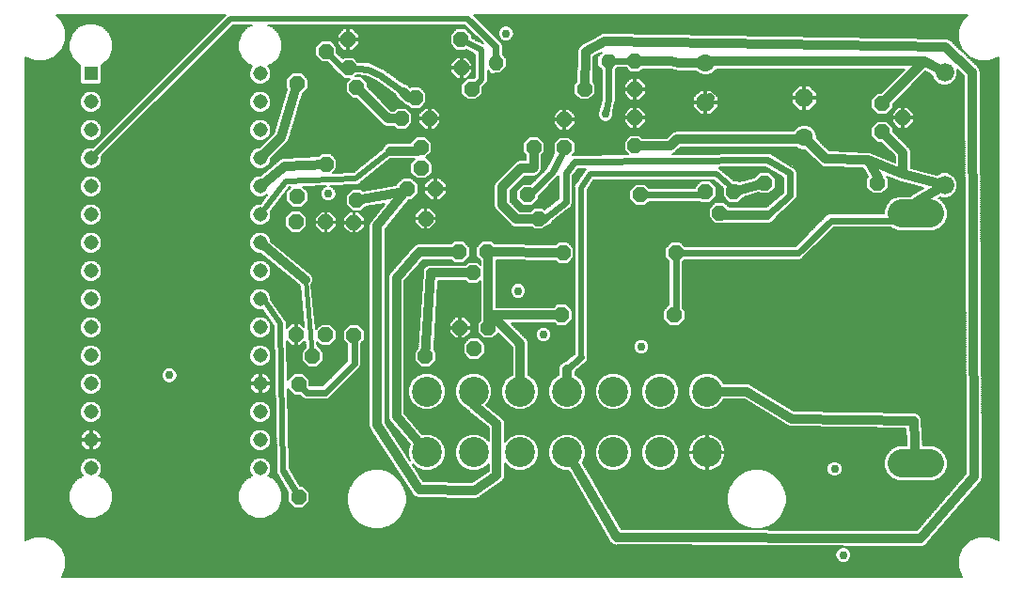
<source format=gbl>
G75*
%MOIN*%
%OFA0B0*%
%FSLAX25Y25*%
%IPPOS*%
%LPD*%
%AMOC8*
5,1,8,0,0,1.08239X$1,22.5*
%
%ADD10R,0.05150X0.05150*%
%ADD11C,0.05150*%
%ADD12OC8,0.06300*%
%ADD13C,0.06300*%
%ADD14OC8,0.05200*%
%ADD15C,0.06600*%
%ADD16C,0.10000*%
%ADD17C,0.01040*%
%ADD18C,0.10630*%
%ADD19C,0.03200*%
%ADD20C,0.00800*%
%ADD21C,0.00600*%
%ADD22C,0.02400*%
%ADD23C,0.01000*%
%ADD24C,0.02978*%
%ADD25C,0.01200*%
%ADD26C,0.02000*%
%ADD27C,0.01600*%
D10*
X0313794Y0191152D03*
D11*
X0313794Y0181152D03*
X0313794Y0171152D03*
X0313794Y0161152D03*
X0313794Y0151152D03*
X0313794Y0141152D03*
X0313794Y0131152D03*
X0313794Y0121152D03*
X0313794Y0111152D03*
X0313794Y0101152D03*
X0313794Y0091152D03*
X0313794Y0081152D03*
X0313794Y0071152D03*
X0313794Y0061152D03*
X0313794Y0051152D03*
X0373794Y0051152D03*
X0373794Y0061152D03*
X0373794Y0071152D03*
X0373794Y0081152D03*
X0373794Y0091152D03*
X0373794Y0101152D03*
X0373794Y0111152D03*
X0373794Y0121152D03*
X0373794Y0131152D03*
X0373794Y0141152D03*
X0373794Y0151152D03*
X0373794Y0161152D03*
X0373794Y0171152D03*
X0373794Y0181152D03*
X0373794Y0191152D03*
D12*
X0531668Y0180963D03*
X0566668Y0182463D03*
D13*
X0566668Y0168463D03*
X0531668Y0194963D03*
D14*
X0506668Y0195600D03*
X0506668Y0185600D03*
X0488754Y0185679D03*
X0506668Y0175463D03*
X0481648Y0174813D03*
X0481648Y0164813D03*
X0470762Y0165030D03*
X0468498Y0148100D03*
X0472396Y0139734D03*
X0481136Y0127589D03*
X0454168Y0127963D03*
X0444168Y0127963D03*
X0449168Y0120463D03*
X0480585Y0105561D03*
X0454640Y0101033D03*
X0444640Y0101033D03*
X0449640Y0093533D03*
X0432376Y0090797D03*
X0407042Y0098356D03*
X0397022Y0098455D03*
X0386431Y0098652D03*
X0392376Y0090797D03*
X0387416Y0080896D03*
X0387416Y0040896D03*
X0520585Y0105561D03*
X0521136Y0127589D03*
X0536668Y0141713D03*
X0541668Y0149213D03*
X0531668Y0149213D03*
X0508498Y0148100D03*
X0506668Y0165463D03*
X0552524Y0152362D03*
X0592524Y0152362D03*
X0594168Y0170463D03*
X0601668Y0175463D03*
X0594168Y0180463D03*
X0448754Y0185679D03*
X0445113Y0193140D03*
X0444955Y0203278D03*
X0428813Y0182648D03*
X0423813Y0175148D03*
X0433813Y0175148D03*
X0430762Y0165030D03*
X0430880Y0157707D03*
X0425880Y0150207D03*
X0435880Y0150207D03*
X0432396Y0139734D03*
X0408026Y0146289D03*
X0407042Y0138356D03*
X0397022Y0138455D03*
X0386431Y0138652D03*
X0386825Y0147569D03*
X0397140Y0159045D03*
X0408026Y0186289D03*
X0405113Y0193140D03*
X0397140Y0199045D03*
X0404955Y0203278D03*
X0386825Y0187569D03*
D15*
X0616412Y0191526D03*
X0616412Y0151526D03*
D16*
X0611195Y0141456D02*
X0601195Y0141456D01*
X0601195Y0052856D02*
X0611195Y0052856D01*
D17*
X0495663Y0195947D02*
X0495143Y0196467D01*
X0496343Y0197705D01*
X0498064Y0197732D01*
X0499302Y0196532D01*
X0499329Y0194811D01*
X0498129Y0193573D01*
X0496408Y0193546D01*
X0495170Y0194746D01*
X0495143Y0196467D01*
X0495928Y0196156D01*
X0496678Y0196930D01*
X0497753Y0196947D01*
X0498527Y0196197D01*
X0498544Y0195122D01*
X0497794Y0194348D01*
X0496719Y0194331D01*
X0495945Y0195081D01*
X0495928Y0196156D01*
X0496713Y0195845D01*
X0497013Y0196155D01*
X0497442Y0196162D01*
X0497752Y0195862D01*
X0497759Y0195433D01*
X0497459Y0195123D01*
X0497030Y0195116D01*
X0496720Y0195416D01*
X0496713Y0195845D01*
X0455668Y0195319D02*
X0455148Y0195839D01*
X0456348Y0197077D01*
X0458069Y0197104D01*
X0459307Y0195904D01*
X0459334Y0194183D01*
X0458134Y0192945D01*
X0456413Y0192918D01*
X0455175Y0194118D01*
X0455148Y0195839D01*
X0455933Y0195528D01*
X0456683Y0196302D01*
X0457758Y0196319D01*
X0458532Y0195569D01*
X0458549Y0194494D01*
X0457799Y0193720D01*
X0456724Y0193703D01*
X0455950Y0194453D01*
X0455933Y0195528D01*
X0456718Y0195217D01*
X0457018Y0195527D01*
X0457447Y0195534D01*
X0457757Y0195234D01*
X0457764Y0194805D01*
X0457464Y0194495D01*
X0457035Y0194488D01*
X0456725Y0194788D01*
X0456718Y0195217D01*
D18*
X0449424Y0078415D03*
X0465959Y0078415D03*
X0482494Y0078415D03*
X0499030Y0078415D03*
X0515565Y0078415D03*
X0532101Y0078415D03*
X0532101Y0056762D03*
X0515565Y0056762D03*
X0499030Y0056762D03*
X0482494Y0056762D03*
X0465959Y0056762D03*
X0449424Y0056762D03*
X0432888Y0056762D03*
X0432888Y0078415D03*
D19*
X0432376Y0090797D02*
X0434325Y0120463D01*
X0449168Y0120463D01*
X0454640Y0127530D02*
X0454640Y0101033D01*
X0455723Y0105463D02*
X0465959Y0095226D01*
X0465959Y0078415D01*
X0457652Y0066860D02*
X0449424Y0073593D01*
X0449424Y0078415D01*
X0457652Y0066860D02*
X0457652Y0048750D01*
X0449778Y0043238D01*
X0430093Y0043632D01*
X0415270Y0066467D01*
X0415270Y0137096D01*
X0425880Y0150207D01*
X0424876Y0149203D01*
X0408026Y0146289D01*
X0397140Y0159045D02*
X0382632Y0158415D01*
X0373794Y0151152D01*
X0373794Y0161152D02*
X0381156Y0168514D01*
X0386825Y0187569D01*
X0408026Y0186289D02*
X0419168Y0175148D01*
X0423813Y0175148D01*
X0426569Y0182648D02*
X0424483Y0184734D01*
X0426569Y0182648D02*
X0428813Y0182648D01*
X0430762Y0165030D02*
X0429443Y0163711D01*
X0419857Y0163711D01*
X0459522Y0150876D02*
X0459522Y0144577D01*
X0464640Y0139459D01*
X0472120Y0139459D01*
X0472396Y0139734D01*
X0474620Y0139734D01*
X0481136Y0127589D02*
X0454187Y0127982D01*
X0454640Y0127530D01*
X0444168Y0127963D02*
X0430231Y0127963D01*
X0422061Y0118612D01*
X0422061Y0069557D01*
X0432888Y0056762D01*
X0482494Y0056762D02*
X0482711Y0056762D01*
X0500172Y0026703D01*
X0608046Y0026309D01*
X0626943Y0048356D01*
X0626156Y0191663D01*
X0616707Y0200719D01*
X0495841Y0202687D01*
X0489148Y0198829D01*
X0488754Y0185679D01*
X0506668Y0195600D02*
X0519168Y0195600D01*
X0522168Y0194963D01*
X0531668Y0194963D01*
X0532168Y0195463D01*
X0609168Y0195463D01*
X0594168Y0180463D01*
X0594168Y0170463D02*
X0601668Y0162963D01*
X0601668Y0155463D01*
X0589168Y0160463D01*
X0592918Y0154213D01*
X0592524Y0152362D01*
X0601668Y0155463D02*
X0616412Y0151526D01*
X0606195Y0145640D01*
X0606195Y0141456D01*
X0589168Y0160463D02*
X0574168Y0160963D01*
X0566668Y0168463D01*
X0566668Y0167963D01*
X0521668Y0167963D01*
X0519168Y0165463D01*
X0506668Y0165463D01*
X0531668Y0180963D02*
X0533168Y0182463D01*
X0541668Y0149213D02*
X0552524Y0152362D01*
X0541668Y0150138D02*
X0541668Y0149213D01*
X0537504Y0140876D02*
X0553715Y0140876D01*
X0481668Y0105463D02*
X0455723Y0105463D01*
X0482494Y0086289D02*
X0482494Y0078415D01*
X0532101Y0078415D02*
X0546215Y0078415D01*
X0562180Y0068750D01*
X0605388Y0067963D01*
X0606195Y0052856D01*
X0466215Y0157569D02*
X0459522Y0150876D01*
X0466215Y0157569D02*
X0470546Y0157569D01*
X0470762Y0157785D01*
X0470762Y0165030D01*
X0389739Y0117963D02*
X0373794Y0131152D01*
X0609168Y0195463D02*
X0616412Y0191526D01*
D20*
X0444266Y0106919D02*
X0444640Y0101033D01*
D21*
X0290500Y0025603D02*
X0290500Y0197015D01*
X0290519Y0196996D01*
X0293908Y0195592D01*
X0297577Y0195592D01*
X0300966Y0196996D01*
X0303560Y0199590D01*
X0304964Y0202979D01*
X0304964Y0206647D01*
X0303560Y0210036D01*
X0301572Y0212024D01*
X0361413Y0212024D01*
X0314416Y0165026D01*
X0313023Y0165026D01*
X0311599Y0164436D01*
X0310509Y0163346D01*
X0309919Y0161922D01*
X0309919Y0160381D01*
X0310509Y0158957D01*
X0311599Y0157867D01*
X0313023Y0157277D01*
X0314564Y0157277D01*
X0315989Y0157867D01*
X0317079Y0158957D01*
X0317668Y0160381D01*
X0317668Y0161774D01*
X0364313Y0208419D01*
X0370955Y0208419D01*
X0369375Y0207764D01*
X0367181Y0205570D01*
X0365994Y0202703D01*
X0365994Y0199600D01*
X0367181Y0196733D01*
X0369375Y0194539D01*
X0371020Y0193858D01*
X0370509Y0193346D01*
X0369919Y0191922D01*
X0369919Y0190381D01*
X0370509Y0188957D01*
X0371599Y0187867D01*
X0373023Y0187277D01*
X0374564Y0187277D01*
X0375989Y0187867D01*
X0377079Y0188957D01*
X0377668Y0190381D01*
X0377668Y0191922D01*
X0377079Y0193346D01*
X0376567Y0193858D01*
X0378212Y0194539D01*
X0380406Y0196733D01*
X0381594Y0199600D01*
X0381594Y0202703D01*
X0380406Y0205570D01*
X0378212Y0207764D01*
X0376632Y0208419D01*
X0446082Y0208419D01*
X0452742Y0201759D01*
X0452732Y0201759D01*
X0448855Y0203813D01*
X0448855Y0204893D01*
X0446571Y0207178D01*
X0443340Y0207178D01*
X0441055Y0204893D01*
X0441055Y0201662D01*
X0443340Y0199378D01*
X0446571Y0199378D01*
X0446859Y0199666D01*
X0449860Y0198075D01*
X0449860Y0190037D01*
X0449402Y0189579D01*
X0447139Y0189579D01*
X0444854Y0187295D01*
X0444854Y0184064D01*
X0447139Y0181779D01*
X0450370Y0181779D01*
X0452654Y0184064D01*
X0452654Y0186326D01*
X0454460Y0188132D01*
X0454460Y0192275D01*
X0455687Y0191086D01*
X0458918Y0191137D01*
X0461166Y0193457D01*
X0461115Y0196687D01*
X0459741Y0198019D01*
X0459741Y0201292D01*
X0459360Y0202211D01*
X0449547Y0212024D01*
X0624558Y0212024D01*
X0622571Y0210036D01*
X0621167Y0206647D01*
X0621167Y0202979D01*
X0622571Y0199590D01*
X0625165Y0196996D01*
X0628554Y0195592D01*
X0632222Y0195592D01*
X0635612Y0196996D01*
X0635631Y0197015D01*
X0635631Y0025603D01*
X0635612Y0025623D01*
X0632222Y0027026D01*
X0628554Y0027026D01*
X0625165Y0025623D01*
X0622571Y0023029D01*
X0621167Y0019639D01*
X0621167Y0015971D01*
X0622571Y0012582D01*
X0622590Y0012563D01*
X0303541Y0012563D01*
X0303560Y0012582D01*
X0304964Y0015971D01*
X0304964Y0019639D01*
X0303560Y0023029D01*
X0300966Y0025623D01*
X0297577Y0027026D01*
X0293908Y0027026D01*
X0290519Y0025623D01*
X0290500Y0025603D01*
X0290500Y0025918D02*
X0291232Y0025918D01*
X0290500Y0026516D02*
X0292677Y0026516D01*
X0290500Y0027115D02*
X0496578Y0027115D01*
X0496231Y0027713D02*
X0290500Y0027713D01*
X0290500Y0028312D02*
X0495883Y0028312D01*
X0495535Y0028910D02*
X0290500Y0028910D01*
X0290500Y0029509D02*
X0495188Y0029509D01*
X0494840Y0030108D02*
X0418360Y0030108D01*
X0419263Y0030349D02*
X0421680Y0031745D01*
X0423653Y0033718D01*
X0425049Y0036135D01*
X0425771Y0038831D01*
X0425771Y0041622D01*
X0425049Y0044318D01*
X0423653Y0046734D01*
X0421680Y0048708D01*
X0419263Y0050103D01*
X0416567Y0050826D01*
X0413776Y0050826D01*
X0411080Y0050103D01*
X0408664Y0048708D01*
X0406690Y0046734D01*
X0405295Y0044318D01*
X0404572Y0041622D01*
X0404572Y0038831D01*
X0405295Y0036135D01*
X0406690Y0033718D01*
X0408664Y0031745D01*
X0411080Y0030349D01*
X0413776Y0029627D01*
X0416567Y0029627D01*
X0419263Y0030349D01*
X0419880Y0030706D02*
X0494492Y0030706D01*
X0494145Y0031305D02*
X0420917Y0031305D01*
X0421838Y0031903D02*
X0493797Y0031903D01*
X0493449Y0032502D02*
X0422436Y0032502D01*
X0423035Y0033100D02*
X0493102Y0033100D01*
X0492754Y0033699D02*
X0423633Y0033699D01*
X0423987Y0034297D02*
X0492406Y0034297D01*
X0492059Y0034896D02*
X0424333Y0034896D01*
X0424678Y0035494D02*
X0491711Y0035494D01*
X0491364Y0036093D02*
X0425024Y0036093D01*
X0425197Y0036691D02*
X0491016Y0036691D01*
X0490668Y0037290D02*
X0425358Y0037290D01*
X0425518Y0037888D02*
X0490321Y0037888D01*
X0489973Y0038487D02*
X0425679Y0038487D01*
X0425771Y0039085D02*
X0489625Y0039085D01*
X0489278Y0039684D02*
X0425771Y0039684D01*
X0425771Y0040282D02*
X0449841Y0040282D01*
X0449842Y0040282D02*
X0450067Y0040332D01*
X0450297Y0040327D01*
X0450625Y0040455D01*
X0450968Y0040532D01*
X0451157Y0040664D01*
X0451371Y0040747D01*
X0451625Y0040991D01*
X0459055Y0046192D01*
X0459295Y0046291D01*
X0459523Y0046520D01*
X0459788Y0046705D01*
X0459927Y0046924D01*
X0460110Y0047107D01*
X0460234Y0047406D01*
X0460408Y0047678D01*
X0460453Y0047933D01*
X0460552Y0048173D01*
X0460552Y0048496D01*
X0460608Y0048814D01*
X0460552Y0049067D01*
X0460552Y0052814D01*
X0462212Y0051154D01*
X0464643Y0050147D01*
X0467275Y0050147D01*
X0469706Y0051154D01*
X0471567Y0053015D01*
X0472574Y0055446D01*
X0472574Y0058078D01*
X0471567Y0060509D01*
X0469706Y0062370D01*
X0467275Y0063377D01*
X0464643Y0063377D01*
X0462212Y0062370D01*
X0460552Y0060710D01*
X0460552Y0066432D01*
X0460595Y0066575D01*
X0460552Y0067005D01*
X0460552Y0067437D01*
X0460495Y0067575D01*
X0460480Y0067723D01*
X0460276Y0068104D01*
X0460110Y0068503D01*
X0460005Y0068608D01*
X0459935Y0068739D01*
X0459600Y0069013D01*
X0459295Y0069319D01*
X0459157Y0069376D01*
X0453977Y0073614D01*
X0455032Y0074668D01*
X0456039Y0077100D01*
X0456039Y0079731D01*
X0455032Y0082162D01*
X0453171Y0084023D01*
X0450739Y0085030D01*
X0448108Y0085030D01*
X0445677Y0084023D01*
X0443816Y0082162D01*
X0442809Y0079731D01*
X0442809Y0077100D01*
X0443816Y0074668D01*
X0445677Y0072807D01*
X0446803Y0072341D01*
X0446965Y0071950D01*
X0447070Y0071845D01*
X0447141Y0071713D01*
X0447475Y0071440D01*
X0447781Y0071134D01*
X0447918Y0071077D01*
X0454752Y0065486D01*
X0454752Y0060788D01*
X0453171Y0062370D01*
X0450739Y0063377D01*
X0448108Y0063377D01*
X0445677Y0062370D01*
X0443816Y0060509D01*
X0442809Y0058078D01*
X0442809Y0055446D01*
X0443816Y0053015D01*
X0445677Y0051154D01*
X0448108Y0050147D01*
X0450739Y0050147D01*
X0453171Y0051154D01*
X0454752Y0052735D01*
X0454752Y0050260D01*
X0448890Y0046157D01*
X0431688Y0046501D01*
X0427791Y0052504D01*
X0429141Y0051154D01*
X0431572Y0050147D01*
X0434204Y0050147D01*
X0436635Y0051154D01*
X0438496Y0053015D01*
X0439503Y0055446D01*
X0439503Y0058078D01*
X0438496Y0060509D01*
X0436635Y0062370D01*
X0434204Y0063377D01*
X0431572Y0063377D01*
X0431215Y0063229D01*
X0424961Y0070619D01*
X0424961Y0117524D01*
X0431548Y0125063D01*
X0441552Y0125063D01*
X0442552Y0124063D01*
X0445783Y0124063D01*
X0448068Y0126347D01*
X0448068Y0129578D01*
X0445783Y0131863D01*
X0442552Y0131863D01*
X0441552Y0130863D01*
X0430707Y0130863D01*
X0430611Y0130895D01*
X0430133Y0130863D01*
X0429654Y0130863D01*
X0429561Y0130824D01*
X0429460Y0130817D01*
X0429031Y0130604D01*
X0428588Y0130421D01*
X0428517Y0130350D01*
X0428426Y0130305D01*
X0428111Y0129944D01*
X0427772Y0129605D01*
X0427734Y0129512D01*
X0419942Y0120594D01*
X0419603Y0120255D01*
X0419564Y0120162D01*
X0419498Y0120086D01*
X0419345Y0119632D01*
X0419161Y0119189D01*
X0419161Y0119088D01*
X0419129Y0118993D01*
X0419161Y0118515D01*
X0419161Y0069678D01*
X0419124Y0069223D01*
X0419161Y0069105D01*
X0419161Y0068980D01*
X0419336Y0068559D01*
X0419475Y0068124D01*
X0419555Y0068029D01*
X0419603Y0067914D01*
X0419926Y0067592D01*
X0426833Y0059429D01*
X0426273Y0058078D01*
X0426273Y0055446D01*
X0426964Y0053778D01*
X0418170Y0067325D01*
X0418170Y0136070D01*
X0426455Y0146307D01*
X0427496Y0146307D01*
X0429780Y0148591D01*
X0429780Y0151822D01*
X0427496Y0154107D01*
X0424265Y0154107D01*
X0421980Y0151822D01*
X0421980Y0151645D01*
X0410219Y0149612D01*
X0409641Y0150189D01*
X0406411Y0150189D01*
X0404126Y0147905D01*
X0404126Y0144674D01*
X0406411Y0142389D01*
X0409641Y0142389D01*
X0411136Y0143884D01*
X0417992Y0145069D01*
X0413112Y0139039D01*
X0412812Y0138739D01*
X0412752Y0138594D01*
X0412653Y0138472D01*
X0412533Y0138065D01*
X0412370Y0137673D01*
X0412370Y0137517D01*
X0412326Y0137366D01*
X0412370Y0136944D01*
X0412370Y0066772D01*
X0412314Y0066506D01*
X0412370Y0066200D01*
X0412370Y0065890D01*
X0412474Y0065639D01*
X0412524Y0065371D01*
X0412693Y0065111D01*
X0412812Y0064824D01*
X0413004Y0064632D01*
X0427500Y0042301D01*
X0427602Y0042039D01*
X0427811Y0041822D01*
X0427975Y0041569D01*
X0428206Y0041410D01*
X0428401Y0041207D01*
X0428677Y0041086D01*
X0428925Y0040915D01*
X0429200Y0040857D01*
X0429458Y0040744D01*
X0429759Y0040738D01*
X0430054Y0040675D01*
X0430330Y0040727D01*
X0449495Y0040343D01*
X0449842Y0040282D01*
X0449843Y0040282D02*
X0488930Y0040282D01*
X0488582Y0040881D02*
X0451510Y0040881D01*
X0452322Y0041479D02*
X0488235Y0041479D01*
X0487887Y0042078D02*
X0453177Y0042078D01*
X0454032Y0042676D02*
X0487539Y0042676D01*
X0487192Y0043275D02*
X0454887Y0043275D01*
X0455742Y0043873D02*
X0486844Y0043873D01*
X0486496Y0044472D02*
X0456597Y0044472D01*
X0457452Y0045070D02*
X0486149Y0045070D01*
X0485801Y0045669D02*
X0458307Y0045669D01*
X0459236Y0046267D02*
X0485453Y0046267D01*
X0485106Y0046866D02*
X0459890Y0046866D01*
X0460271Y0047464D02*
X0484758Y0047464D01*
X0484410Y0048063D02*
X0460506Y0048063D01*
X0460581Y0048661D02*
X0484063Y0048661D01*
X0483715Y0049260D02*
X0460552Y0049260D01*
X0460552Y0049858D02*
X0483367Y0049858D01*
X0483200Y0050147D02*
X0497564Y0025418D01*
X0497707Y0025069D01*
X0497851Y0024924D01*
X0497954Y0024747D01*
X0498254Y0024518D01*
X0498520Y0024250D01*
X0498708Y0024171D01*
X0498871Y0024047D01*
X0499236Y0023951D01*
X0499584Y0023805D01*
X0499789Y0023804D01*
X0499986Y0023752D01*
X0500360Y0023802D01*
X0607579Y0023411D01*
X0607693Y0023373D01*
X0608152Y0023409D01*
X0608612Y0023407D01*
X0608723Y0023453D01*
X0608843Y0023462D01*
X0609254Y0023670D01*
X0609679Y0023845D01*
X0609765Y0023929D01*
X0609872Y0023984D01*
X0610172Y0024333D01*
X0610498Y0024657D01*
X0610545Y0024768D01*
X0629078Y0046390D01*
X0629411Y0046727D01*
X0629451Y0046826D01*
X0629521Y0046907D01*
X0629668Y0047357D01*
X0629846Y0047795D01*
X0629846Y0047902D01*
X0629879Y0048004D01*
X0629843Y0048476D01*
X0629059Y0191126D01*
X0629068Y0191148D01*
X0629056Y0191702D01*
X0629053Y0192256D01*
X0629043Y0192278D01*
X0629043Y0192302D01*
X0628820Y0192809D01*
X0628605Y0193320D01*
X0628588Y0193336D01*
X0628579Y0193358D01*
X0628179Y0193741D01*
X0627785Y0194131D01*
X0627763Y0194140D01*
X0618753Y0202775D01*
X0618390Y0203150D01*
X0618338Y0203172D01*
X0618297Y0203211D01*
X0617810Y0203401D01*
X0617331Y0203609D01*
X0617275Y0203610D01*
X0617222Y0203630D01*
X0616700Y0203619D01*
X0496247Y0205581D01*
X0496036Y0205637D01*
X0495675Y0205590D01*
X0495311Y0205596D01*
X0495109Y0205516D01*
X0494892Y0205488D01*
X0494577Y0205306D01*
X0494238Y0205172D01*
X0494082Y0205020D01*
X0487901Y0201457D01*
X0487580Y0201335D01*
X0487406Y0201172D01*
X0487200Y0201053D01*
X0486990Y0200780D01*
X0486740Y0200544D01*
X0486642Y0200327D01*
X0486497Y0200138D01*
X0486408Y0199806D01*
X0486267Y0199492D01*
X0486259Y0199254D01*
X0486198Y0199024D01*
X0486242Y0198683D01*
X0485934Y0188374D01*
X0484854Y0187295D01*
X0484854Y0184064D01*
X0487139Y0181779D01*
X0490370Y0181779D01*
X0492654Y0184064D01*
X0492654Y0187295D01*
X0491732Y0188217D01*
X0491998Y0197124D01*
X0494823Y0198753D01*
X0493311Y0197193D01*
X0493362Y0193962D01*
X0494736Y0192631D01*
X0494736Y0182030D01*
X0494038Y0178588D01*
X0493870Y0178420D01*
X0493446Y0177395D01*
X0493446Y0176286D01*
X0493870Y0175261D01*
X0494655Y0174476D01*
X0495680Y0174052D01*
X0496789Y0174052D01*
X0497814Y0174476D01*
X0498599Y0175261D01*
X0499024Y0176286D01*
X0499024Y0177395D01*
X0498939Y0177599D01*
X0499638Y0181045D01*
X0499736Y0181282D01*
X0499736Y0181528D01*
X0499785Y0181770D01*
X0499736Y0182021D01*
X0499736Y0192615D01*
X0500207Y0193100D01*
X0503652Y0193100D01*
X0505052Y0191700D01*
X0508283Y0191700D01*
X0509283Y0192700D01*
X0518863Y0192700D01*
X0521304Y0192181D01*
X0521591Y0192063D01*
X0521863Y0192063D01*
X0522129Y0192006D01*
X0522434Y0192063D01*
X0528274Y0192063D01*
X0529147Y0191190D01*
X0530783Y0190513D01*
X0532553Y0190513D01*
X0534188Y0191190D01*
X0535440Y0192442D01*
X0535490Y0192563D01*
X0602167Y0192563D01*
X0593966Y0184363D01*
X0592552Y0184363D01*
X0590268Y0182078D01*
X0590268Y0178847D01*
X0592552Y0176563D01*
X0595783Y0176563D01*
X0598068Y0178847D01*
X0598068Y0180261D01*
X0609686Y0191880D01*
X0611812Y0190725D01*
X0611812Y0190611D01*
X0612512Y0188920D01*
X0613806Y0187626D01*
X0615497Y0186926D01*
X0617327Y0186926D01*
X0619017Y0187626D01*
X0620311Y0188920D01*
X0621012Y0190611D01*
X0621012Y0192441D01*
X0620918Y0192666D01*
X0623263Y0190419D01*
X0624037Y0049422D01*
X0606716Y0029214D01*
X0501844Y0029597D01*
X0488160Y0053154D01*
X0489109Y0055446D01*
X0489109Y0058078D01*
X0488102Y0060509D01*
X0486242Y0062370D01*
X0483810Y0063377D01*
X0481179Y0063377D01*
X0478747Y0062370D01*
X0476887Y0060509D01*
X0475880Y0058078D01*
X0475880Y0055446D01*
X0476887Y0053015D01*
X0478747Y0051154D01*
X0481179Y0050147D01*
X0483200Y0050147D01*
X0480430Y0050457D02*
X0468023Y0050457D01*
X0469468Y0051055D02*
X0478985Y0051055D01*
X0478247Y0051654D02*
X0470206Y0051654D01*
X0470805Y0052252D02*
X0477649Y0052252D01*
X0477050Y0052851D02*
X0471403Y0052851D01*
X0471747Y0053449D02*
X0476707Y0053449D01*
X0476459Y0054048D02*
X0471995Y0054048D01*
X0472243Y0054646D02*
X0476211Y0054646D01*
X0475963Y0055245D02*
X0472491Y0055245D01*
X0472574Y0055844D02*
X0475880Y0055844D01*
X0475880Y0056442D02*
X0472574Y0056442D01*
X0472574Y0057041D02*
X0475880Y0057041D01*
X0475880Y0057639D02*
X0472574Y0057639D01*
X0472508Y0058238D02*
X0475946Y0058238D01*
X0476194Y0058836D02*
X0472260Y0058836D01*
X0472012Y0059435D02*
X0476442Y0059435D01*
X0476690Y0060033D02*
X0471764Y0060033D01*
X0471444Y0060632D02*
X0477009Y0060632D01*
X0477608Y0061230D02*
X0470846Y0061230D01*
X0470247Y0061829D02*
X0478206Y0061829D01*
X0478886Y0062427D02*
X0469567Y0062427D01*
X0468123Y0063026D02*
X0480331Y0063026D01*
X0484658Y0063026D02*
X0496866Y0063026D01*
X0497714Y0063377D02*
X0495283Y0062370D01*
X0493422Y0060509D01*
X0492415Y0058078D01*
X0492415Y0055446D01*
X0493422Y0053015D01*
X0495283Y0051154D01*
X0497714Y0050147D01*
X0500346Y0050147D01*
X0502777Y0051154D01*
X0504638Y0053015D01*
X0505645Y0055446D01*
X0505645Y0058078D01*
X0504638Y0060509D01*
X0502777Y0062370D01*
X0500346Y0063377D01*
X0497714Y0063377D01*
X0495421Y0062427D02*
X0486103Y0062427D01*
X0486783Y0061829D02*
X0494742Y0061829D01*
X0494143Y0061230D02*
X0487381Y0061230D01*
X0487980Y0060632D02*
X0493545Y0060632D01*
X0493225Y0060033D02*
X0488299Y0060033D01*
X0488547Y0059435D02*
X0492977Y0059435D01*
X0492729Y0058836D02*
X0488795Y0058836D01*
X0489043Y0058238D02*
X0492481Y0058238D01*
X0492415Y0057639D02*
X0489109Y0057639D01*
X0489109Y0057041D02*
X0492415Y0057041D01*
X0492415Y0056442D02*
X0489109Y0056442D01*
X0489109Y0055844D02*
X0492415Y0055844D01*
X0492498Y0055245D02*
X0489026Y0055245D01*
X0488778Y0054646D02*
X0492746Y0054646D01*
X0492994Y0054048D02*
X0488530Y0054048D01*
X0488282Y0053449D02*
X0493242Y0053449D01*
X0493586Y0052851D02*
X0488337Y0052851D01*
X0488684Y0052252D02*
X0494184Y0052252D01*
X0494783Y0051654D02*
X0489032Y0051654D01*
X0489379Y0051055D02*
X0495521Y0051055D01*
X0496966Y0050457D02*
X0489727Y0050457D01*
X0490075Y0049858D02*
X0545302Y0049858D01*
X0545726Y0050103D02*
X0543309Y0048708D01*
X0541336Y0046734D01*
X0539940Y0044318D01*
X0539218Y0041622D01*
X0539218Y0038831D01*
X0539940Y0036135D01*
X0541336Y0033718D01*
X0543309Y0031745D01*
X0545726Y0030349D01*
X0548422Y0029627D01*
X0551213Y0029627D01*
X0553908Y0030349D01*
X0556325Y0031745D01*
X0558299Y0033718D01*
X0559694Y0036135D01*
X0560417Y0038831D01*
X0560417Y0041622D01*
X0559694Y0044318D01*
X0558299Y0046734D01*
X0556325Y0048708D01*
X0553908Y0050103D01*
X0551213Y0050826D01*
X0548422Y0050826D01*
X0545726Y0050103D01*
X0547046Y0050457D02*
X0534129Y0050457D01*
X0534232Y0050484D02*
X0535033Y0050816D01*
X0535784Y0051250D01*
X0536472Y0051778D01*
X0537085Y0052391D01*
X0537613Y0053079D01*
X0538046Y0053830D01*
X0538378Y0054631D01*
X0538603Y0055469D01*
X0538716Y0056328D01*
X0538716Y0056462D01*
X0532401Y0056462D01*
X0532401Y0057062D01*
X0538716Y0057062D01*
X0538716Y0057195D01*
X0538603Y0058055D01*
X0538378Y0058893D01*
X0538046Y0059694D01*
X0537613Y0060445D01*
X0537085Y0061133D01*
X0536472Y0061746D01*
X0535784Y0062274D01*
X0535033Y0062707D01*
X0534232Y0063039D01*
X0533394Y0063264D01*
X0532534Y0063377D01*
X0532401Y0063377D01*
X0532401Y0057062D01*
X0531801Y0057062D01*
X0531801Y0063377D01*
X0531667Y0063377D01*
X0530807Y0063264D01*
X0529970Y0063039D01*
X0529169Y0062707D01*
X0528418Y0062274D01*
X0527730Y0061746D01*
X0527117Y0061133D01*
X0526589Y0060445D01*
X0526155Y0059694D01*
X0525823Y0058893D01*
X0525599Y0058055D01*
X0525486Y0057195D01*
X0525486Y0057062D01*
X0531801Y0057062D01*
X0531801Y0056462D01*
X0532401Y0056462D01*
X0532401Y0050147D01*
X0532534Y0050147D01*
X0533394Y0050260D01*
X0534232Y0050484D01*
X0535447Y0051055D02*
X0574611Y0051055D01*
X0574611Y0051517D02*
X0574611Y0050408D01*
X0575036Y0049383D01*
X0575820Y0048598D01*
X0576845Y0048174D01*
X0577955Y0048174D01*
X0578980Y0048598D01*
X0579764Y0049383D01*
X0580189Y0050408D01*
X0580189Y0051517D01*
X0579764Y0052542D01*
X0578980Y0053327D01*
X0577955Y0053752D01*
X0576845Y0053752D01*
X0575820Y0053327D01*
X0575036Y0052542D01*
X0574611Y0051517D01*
X0574668Y0051654D02*
X0536310Y0051654D01*
X0536946Y0052252D02*
X0574916Y0052252D01*
X0575344Y0052851D02*
X0537438Y0052851D01*
X0537827Y0053449D02*
X0576116Y0053449D01*
X0578684Y0053449D02*
X0594895Y0053449D01*
X0594895Y0052851D02*
X0579456Y0052851D01*
X0579884Y0052252D02*
X0594895Y0052252D01*
X0594895Y0051654D02*
X0580132Y0051654D01*
X0580189Y0051055D02*
X0595122Y0051055D01*
X0594895Y0051602D02*
X0595854Y0049287D01*
X0597627Y0047515D01*
X0599942Y0046556D01*
X0612448Y0046556D01*
X0614764Y0047515D01*
X0616536Y0049287D01*
X0617495Y0051602D01*
X0617495Y0054109D01*
X0616536Y0056424D01*
X0614764Y0058196D01*
X0612448Y0059155D01*
X0608763Y0059155D01*
X0608290Y0068014D01*
X0608298Y0068487D01*
X0608259Y0068586D01*
X0608253Y0068693D01*
X0608049Y0069120D01*
X0607876Y0069560D01*
X0607802Y0069637D01*
X0607756Y0069734D01*
X0607404Y0070050D01*
X0607075Y0070391D01*
X0606977Y0070434D01*
X0606897Y0070505D01*
X0606451Y0070663D01*
X0606018Y0070852D01*
X0605911Y0070854D01*
X0605809Y0070889D01*
X0605337Y0070864D01*
X0563013Y0071635D01*
X0548017Y0080714D01*
X0547858Y0080874D01*
X0547528Y0081010D01*
X0547223Y0081195D01*
X0547000Y0081229D01*
X0546792Y0081315D01*
X0546435Y0081315D01*
X0546083Y0081369D01*
X0545864Y0081315D01*
X0538060Y0081315D01*
X0537709Y0082162D01*
X0535848Y0084023D01*
X0533417Y0085030D01*
X0530785Y0085030D01*
X0528354Y0084023D01*
X0526493Y0082162D01*
X0525486Y0079731D01*
X0525486Y0077100D01*
X0526493Y0074668D01*
X0528354Y0072807D01*
X0530785Y0071800D01*
X0533417Y0071800D01*
X0535848Y0072807D01*
X0537709Y0074668D01*
X0538060Y0075515D01*
X0545405Y0075515D01*
X0560354Y0066465D01*
X0560492Y0066322D01*
X0560843Y0066169D01*
X0561171Y0065970D01*
X0561368Y0065940D01*
X0561550Y0065861D01*
X0561933Y0065854D01*
X0562312Y0065796D01*
X0562505Y0065844D01*
X0602636Y0065112D01*
X0602955Y0059155D01*
X0599942Y0059155D01*
X0597627Y0058196D01*
X0595854Y0056424D01*
X0594895Y0054109D01*
X0594895Y0051602D01*
X0595370Y0050457D02*
X0580189Y0050457D01*
X0579961Y0049858D02*
X0595618Y0049858D01*
X0595881Y0049260D02*
X0579641Y0049260D01*
X0579043Y0048661D02*
X0596480Y0048661D01*
X0597078Y0048063D02*
X0556970Y0048063D01*
X0556372Y0048661D02*
X0575757Y0048661D01*
X0575159Y0049260D02*
X0555369Y0049260D01*
X0554333Y0049858D02*
X0574839Y0049858D01*
X0574611Y0050457D02*
X0552589Y0050457D01*
X0557569Y0047464D02*
X0597748Y0047464D01*
X0599193Y0046866D02*
X0558167Y0046866D01*
X0558568Y0046267D02*
X0621333Y0046267D01*
X0620820Y0045669D02*
X0558914Y0045669D01*
X0559260Y0045070D02*
X0620307Y0045070D01*
X0619794Y0044472D02*
X0559605Y0044472D01*
X0559813Y0043873D02*
X0619281Y0043873D01*
X0618768Y0043275D02*
X0559974Y0043275D01*
X0560134Y0042676D02*
X0618255Y0042676D01*
X0617742Y0042078D02*
X0560294Y0042078D01*
X0560417Y0041479D02*
X0617229Y0041479D01*
X0616716Y0040881D02*
X0560417Y0040881D01*
X0560417Y0040282D02*
X0616203Y0040282D01*
X0615690Y0039684D02*
X0560417Y0039684D01*
X0560417Y0039085D02*
X0615177Y0039085D01*
X0614664Y0038487D02*
X0560324Y0038487D01*
X0560164Y0037888D02*
X0614151Y0037888D01*
X0613638Y0037290D02*
X0560004Y0037290D01*
X0559843Y0036691D02*
X0613125Y0036691D01*
X0612612Y0036093D02*
X0559670Y0036093D01*
X0559324Y0035494D02*
X0612099Y0035494D01*
X0611586Y0034896D02*
X0558979Y0034896D01*
X0558633Y0034297D02*
X0611073Y0034297D01*
X0610560Y0033699D02*
X0558279Y0033699D01*
X0557681Y0033100D02*
X0610047Y0033100D01*
X0609534Y0032502D02*
X0557082Y0032502D01*
X0556484Y0031903D02*
X0609021Y0031903D01*
X0608508Y0031305D02*
X0555563Y0031305D01*
X0554526Y0030706D02*
X0607995Y0030706D01*
X0607482Y0030108D02*
X0553005Y0030108D01*
X0546629Y0030108D02*
X0501548Y0030108D01*
X0501200Y0030706D02*
X0545109Y0030706D01*
X0544072Y0031305D02*
X0500852Y0031305D01*
X0500505Y0031903D02*
X0543151Y0031903D01*
X0542553Y0032502D02*
X0500157Y0032502D01*
X0499809Y0033100D02*
X0541954Y0033100D01*
X0541356Y0033699D02*
X0499462Y0033699D01*
X0499114Y0034297D02*
X0541002Y0034297D01*
X0540656Y0034896D02*
X0498766Y0034896D01*
X0498419Y0035494D02*
X0540311Y0035494D01*
X0539965Y0036093D02*
X0498071Y0036093D01*
X0497723Y0036691D02*
X0539791Y0036691D01*
X0539631Y0037290D02*
X0497376Y0037290D01*
X0497028Y0037888D02*
X0539471Y0037888D01*
X0539310Y0038487D02*
X0496680Y0038487D01*
X0496333Y0039085D02*
X0539218Y0039085D01*
X0539218Y0039684D02*
X0495985Y0039684D01*
X0495637Y0040282D02*
X0539218Y0040282D01*
X0539218Y0040881D02*
X0495290Y0040881D01*
X0494942Y0041479D02*
X0539218Y0041479D01*
X0539340Y0042078D02*
X0494594Y0042078D01*
X0494247Y0042676D02*
X0539501Y0042676D01*
X0539661Y0043275D02*
X0493899Y0043275D01*
X0493551Y0043873D02*
X0539821Y0043873D01*
X0540030Y0044472D02*
X0493204Y0044472D01*
X0492856Y0045070D02*
X0540375Y0045070D01*
X0540721Y0045669D02*
X0492508Y0045669D01*
X0492161Y0046267D02*
X0541066Y0046267D01*
X0541467Y0046866D02*
X0491813Y0046866D01*
X0491465Y0047464D02*
X0542066Y0047464D01*
X0542664Y0048063D02*
X0491118Y0048063D01*
X0490770Y0048661D02*
X0543263Y0048661D01*
X0544265Y0049260D02*
X0490422Y0049260D01*
X0501094Y0050457D02*
X0513501Y0050457D01*
X0514250Y0050147D02*
X0516881Y0050147D01*
X0519312Y0051154D01*
X0521173Y0053015D01*
X0522180Y0055446D01*
X0522180Y0058078D01*
X0521173Y0060509D01*
X0519312Y0062370D01*
X0516881Y0063377D01*
X0514250Y0063377D01*
X0511818Y0062370D01*
X0509957Y0060509D01*
X0508950Y0058078D01*
X0508950Y0055446D01*
X0509957Y0053015D01*
X0511818Y0051154D01*
X0514250Y0050147D01*
X0512056Y0051055D02*
X0502539Y0051055D01*
X0503277Y0051654D02*
X0511318Y0051654D01*
X0510720Y0052252D02*
X0503876Y0052252D01*
X0504474Y0052851D02*
X0510121Y0052851D01*
X0509777Y0053449D02*
X0504818Y0053449D01*
X0505066Y0054048D02*
X0509529Y0054048D01*
X0509282Y0054646D02*
X0505314Y0054646D01*
X0505562Y0055245D02*
X0509034Y0055245D01*
X0508950Y0055844D02*
X0505645Y0055844D01*
X0505645Y0056442D02*
X0508950Y0056442D01*
X0508950Y0057041D02*
X0505645Y0057041D01*
X0505645Y0057639D02*
X0508950Y0057639D01*
X0509017Y0058238D02*
X0505579Y0058238D01*
X0505331Y0058836D02*
X0509265Y0058836D01*
X0509512Y0059435D02*
X0505083Y0059435D01*
X0504835Y0060033D02*
X0509760Y0060033D01*
X0510080Y0060632D02*
X0504515Y0060632D01*
X0503917Y0061230D02*
X0510679Y0061230D01*
X0511277Y0061829D02*
X0503318Y0061829D01*
X0502638Y0062427D02*
X0511957Y0062427D01*
X0513402Y0063026D02*
X0501193Y0063026D01*
X0500346Y0071800D02*
X0502777Y0072807D01*
X0504638Y0074668D01*
X0505645Y0077100D01*
X0505645Y0079731D01*
X0504638Y0082162D01*
X0502777Y0084023D01*
X0500346Y0085030D01*
X0497714Y0085030D01*
X0495283Y0084023D01*
X0493422Y0082162D01*
X0492415Y0079731D01*
X0492415Y0077100D01*
X0493422Y0074668D01*
X0495283Y0072807D01*
X0497714Y0071800D01*
X0500346Y0071800D01*
X0500836Y0072003D02*
X0513760Y0072003D01*
X0514250Y0071800D02*
X0516881Y0071800D01*
X0519312Y0072807D01*
X0521173Y0074668D01*
X0522180Y0077100D01*
X0522180Y0079731D01*
X0521173Y0082162D01*
X0519312Y0084023D01*
X0516881Y0085030D01*
X0514250Y0085030D01*
X0511818Y0084023D01*
X0509957Y0082162D01*
X0508950Y0079731D01*
X0508950Y0077100D01*
X0509957Y0074668D01*
X0511818Y0072807D01*
X0514250Y0071800D01*
X0512315Y0072602D02*
X0502281Y0072602D01*
X0503170Y0073200D02*
X0511425Y0073200D01*
X0510827Y0073799D02*
X0503768Y0073799D01*
X0504367Y0074397D02*
X0510228Y0074397D01*
X0509822Y0074996D02*
X0504773Y0074996D01*
X0505021Y0075594D02*
X0509574Y0075594D01*
X0509326Y0076193D02*
X0505269Y0076193D01*
X0505517Y0076791D02*
X0509078Y0076791D01*
X0508950Y0077390D02*
X0505645Y0077390D01*
X0505645Y0077988D02*
X0508950Y0077988D01*
X0508950Y0078587D02*
X0505645Y0078587D01*
X0505645Y0079185D02*
X0508950Y0079185D01*
X0508972Y0079784D02*
X0505623Y0079784D01*
X0505375Y0080382D02*
X0509220Y0080382D01*
X0509468Y0080981D02*
X0505127Y0080981D01*
X0504879Y0081579D02*
X0509716Y0081579D01*
X0509973Y0082178D02*
X0504622Y0082178D01*
X0504024Y0082777D02*
X0510572Y0082777D01*
X0511170Y0083375D02*
X0503425Y0083375D01*
X0502827Y0083974D02*
X0511769Y0083974D01*
X0513143Y0084572D02*
X0501452Y0084572D01*
X0496608Y0084572D02*
X0485394Y0084572D01*
X0485394Y0084374D02*
X0485394Y0085462D01*
X0489445Y0088870D01*
X0489903Y0089752D01*
X0489989Y0090743D01*
X0489755Y0091481D01*
X0489755Y0150034D01*
X0491964Y0153300D01*
X0534554Y0153300D01*
X0537768Y0150492D01*
X0537768Y0147597D01*
X0540052Y0145313D01*
X0543283Y0145313D01*
X0545184Y0147213D01*
X0550589Y0148781D01*
X0550909Y0148462D01*
X0554139Y0148462D01*
X0556424Y0150747D01*
X0556424Y0153978D01*
X0554139Y0156262D01*
X0550909Y0156262D01*
X0549008Y0154362D01*
X0543602Y0152793D01*
X0543283Y0153113D01*
X0541759Y0153113D01*
X0536989Y0157281D01*
X0536409Y0157862D01*
X0553036Y0158053D01*
X0559089Y0154421D01*
X0559089Y0149076D01*
X0553200Y0143776D01*
X0540120Y0143776D01*
X0538283Y0145613D01*
X0535052Y0145613D01*
X0532768Y0143328D01*
X0532768Y0140097D01*
X0535052Y0137813D01*
X0538283Y0137813D01*
X0538447Y0137976D01*
X0554292Y0137976D01*
X0555358Y0138417D01*
X0556173Y0139233D01*
X0556498Y0140018D01*
X0562942Y0145817D01*
X0563005Y0145843D01*
X0563310Y0146148D01*
X0563631Y0146437D01*
X0563660Y0146498D01*
X0563708Y0146546D01*
X0563873Y0146945D01*
X0564059Y0147335D01*
X0564063Y0147403D01*
X0564089Y0147465D01*
X0564089Y0147897D01*
X0564112Y0148328D01*
X0564089Y0148392D01*
X0564089Y0155652D01*
X0564135Y0155961D01*
X0564089Y0156144D01*
X0564089Y0156334D01*
X0563969Y0156622D01*
X0563894Y0156925D01*
X0563781Y0157078D01*
X0563708Y0157253D01*
X0563488Y0157474D01*
X0563302Y0157724D01*
X0563139Y0157822D01*
X0563005Y0157956D01*
X0562717Y0158076D01*
X0555253Y0162554D01*
X0555107Y0162697D01*
X0554830Y0162807D01*
X0554575Y0162961D01*
X0554373Y0162991D01*
X0554183Y0163067D01*
X0553886Y0163063D01*
X0553591Y0163107D01*
X0553393Y0163057D01*
X0520013Y0162674D01*
X0520810Y0163004D01*
X0521626Y0163820D01*
X0522869Y0165063D01*
X0563774Y0165063D01*
X0564147Y0164690D01*
X0565783Y0164013D01*
X0567016Y0164013D01*
X0572083Y0158946D01*
X0572444Y0158560D01*
X0572490Y0158540D01*
X0572525Y0158504D01*
X0573013Y0158302D01*
X0573495Y0158083D01*
X0573545Y0158082D01*
X0573591Y0158063D01*
X0574119Y0158063D01*
X0587493Y0157617D01*
X0589282Y0154636D01*
X0588624Y0153978D01*
X0588624Y0150747D01*
X0590909Y0148462D01*
X0594139Y0148462D01*
X0596424Y0150747D01*
X0596424Y0153978D01*
X0595794Y0154608D01*
X0595779Y0154690D01*
X0595778Y0154695D01*
X0600221Y0152918D01*
X0600362Y0152810D01*
X0600735Y0152710D01*
X0601091Y0152563D01*
X0601109Y0152563D01*
X0601126Y0152556D01*
X0601305Y0152558D01*
X0608882Y0150535D01*
X0604911Y0148247D01*
X0604553Y0148098D01*
X0604416Y0147961D01*
X0604248Y0147865D01*
X0604164Y0147755D01*
X0599942Y0147755D01*
X0597627Y0146796D01*
X0595854Y0145024D01*
X0594895Y0142709D01*
X0594895Y0141565D01*
X0575560Y0141565D01*
X0574641Y0141184D01*
X0573938Y0140481D01*
X0563546Y0130089D01*
X0524152Y0130089D01*
X0522752Y0131489D01*
X0519521Y0131489D01*
X0517236Y0129204D01*
X0517236Y0125973D01*
X0518636Y0124573D01*
X0518636Y0109128D01*
X0516685Y0107176D01*
X0516685Y0103946D01*
X0518970Y0101661D01*
X0522200Y0101661D01*
X0524485Y0103946D01*
X0524485Y0107176D01*
X0523636Y0108025D01*
X0523636Y0124573D01*
X0524152Y0125089D01*
X0565078Y0125089D01*
X0565997Y0125469D01*
X0577093Y0136565D01*
X0597176Y0136565D01*
X0597627Y0136115D01*
X0599942Y0135156D01*
X0612448Y0135156D01*
X0614764Y0136115D01*
X0616536Y0137887D01*
X0617495Y0140202D01*
X0617495Y0142709D01*
X0616536Y0145024D01*
X0614764Y0146796D01*
X0614327Y0146977D01*
X0614764Y0147229D01*
X0615497Y0146926D01*
X0617327Y0146926D01*
X0619017Y0147626D01*
X0620311Y0148920D01*
X0621012Y0150611D01*
X0621012Y0152441D01*
X0620311Y0154131D01*
X0619017Y0155425D01*
X0617327Y0156126D01*
X0615497Y0156126D01*
X0613806Y0155425D01*
X0613646Y0155266D01*
X0604568Y0157690D01*
X0604568Y0163539D01*
X0604126Y0164605D01*
X0598068Y0170664D01*
X0598068Y0172078D01*
X0595783Y0174363D01*
X0592552Y0174363D01*
X0590268Y0172078D01*
X0590268Y0168847D01*
X0592552Y0166563D01*
X0593966Y0166563D01*
X0598768Y0161761D01*
X0598768Y0159746D01*
X0590593Y0163016D01*
X0590431Y0163136D01*
X0590126Y0163212D01*
X0589841Y0163342D01*
X0589773Y0163344D01*
X0589709Y0163369D01*
X0589507Y0163367D01*
X0589311Y0163416D01*
X0589001Y0163370D01*
X0575409Y0163823D01*
X0571118Y0168114D01*
X0571118Y0169348D01*
X0570440Y0170983D01*
X0569188Y0172235D01*
X0567553Y0172913D01*
X0565783Y0172913D01*
X0564147Y0172235D01*
X0562895Y0170983D01*
X0562845Y0170863D01*
X0521091Y0170863D01*
X0520025Y0170421D01*
X0517966Y0168363D01*
X0509283Y0168363D01*
X0508283Y0169363D01*
X0505052Y0169363D01*
X0502768Y0167078D01*
X0502768Y0163847D01*
X0504124Y0162491D01*
X0485552Y0162278D01*
X0485429Y0162313D01*
X0485058Y0162272D01*
X0484685Y0162268D01*
X0484568Y0162218D01*
X0485548Y0163198D01*
X0485548Y0166428D01*
X0483263Y0168713D01*
X0480033Y0168713D01*
X0477748Y0166428D01*
X0477748Y0163198D01*
X0477996Y0162950D01*
X0475193Y0157484D01*
X0469709Y0152000D01*
X0466883Y0152000D01*
X0464598Y0149716D01*
X0464598Y0146485D01*
X0466883Y0144200D01*
X0470114Y0144200D01*
X0472398Y0146485D01*
X0472398Y0147618D01*
X0478935Y0154155D01*
X0479236Y0154411D01*
X0479284Y0154504D01*
X0479358Y0154578D01*
X0479509Y0154944D01*
X0479561Y0155045D01*
X0479561Y0146813D01*
X0474681Y0142965D01*
X0474011Y0143634D01*
X0470781Y0143634D01*
X0469505Y0142359D01*
X0465841Y0142359D01*
X0462422Y0145778D01*
X0462422Y0149675D01*
X0467416Y0154669D01*
X0471123Y0154669D01*
X0472188Y0155110D01*
X0473004Y0155926D01*
X0473221Y0156143D01*
X0473662Y0157209D01*
X0473662Y0162414D01*
X0474662Y0163414D01*
X0474662Y0166645D01*
X0472378Y0168930D01*
X0469147Y0168930D01*
X0466862Y0166645D01*
X0466862Y0163414D01*
X0467862Y0162414D01*
X0467862Y0160469D01*
X0465638Y0160469D01*
X0464572Y0160027D01*
X0457879Y0153334D01*
X0457064Y0152519D01*
X0456622Y0151453D01*
X0456622Y0144000D01*
X0457064Y0142934D01*
X0462182Y0137816D01*
X0462997Y0137000D01*
X0464063Y0136559D01*
X0470056Y0136559D01*
X0470781Y0135834D01*
X0474011Y0135834D01*
X0475011Y0136834D01*
X0475197Y0136834D01*
X0476263Y0137276D01*
X0477079Y0138092D01*
X0477323Y0138682D01*
X0483338Y0143423D01*
X0483478Y0143481D01*
X0483725Y0143728D01*
X0484000Y0143945D01*
X0484074Y0144077D01*
X0484181Y0144184D01*
X0484315Y0144507D01*
X0484486Y0144813D01*
X0484503Y0144963D01*
X0484561Y0145103D01*
X0484561Y0145453D01*
X0484603Y0145800D01*
X0484561Y0145946D01*
X0484561Y0154960D01*
X0486424Y0157287D01*
X0489128Y0157318D01*
X0488960Y0157071D01*
X0488443Y0156553D01*
X0488443Y0156305D01*
X0485673Y0152209D01*
X0485155Y0151691D01*
X0485155Y0151443D01*
X0485016Y0151237D01*
X0485155Y0150518D01*
X0485155Y0091795D01*
X0482058Y0089189D01*
X0481918Y0089189D01*
X0480852Y0088748D01*
X0480036Y0087932D01*
X0479594Y0086866D01*
X0479594Y0084374D01*
X0478747Y0084023D01*
X0476887Y0082162D01*
X0475880Y0079731D01*
X0475880Y0077100D01*
X0476887Y0074668D01*
X0478747Y0072807D01*
X0481179Y0071800D01*
X0483810Y0071800D01*
X0486242Y0072807D01*
X0488102Y0074668D01*
X0489109Y0077100D01*
X0489109Y0079731D01*
X0488102Y0082162D01*
X0486242Y0084023D01*
X0485394Y0084374D01*
X0485394Y0085171D02*
X0623841Y0085171D01*
X0623838Y0085769D02*
X0485759Y0085769D01*
X0486471Y0086368D02*
X0623834Y0086368D01*
X0623831Y0086966D02*
X0487182Y0086966D01*
X0487894Y0087565D02*
X0623828Y0087565D01*
X0623825Y0088163D02*
X0488605Y0088163D01*
X0489317Y0088762D02*
X0623821Y0088762D01*
X0623818Y0089360D02*
X0489700Y0089360D01*
X0489921Y0089959D02*
X0623815Y0089959D01*
X0623811Y0090557D02*
X0489973Y0090557D01*
X0489858Y0091156D02*
X0623808Y0091156D01*
X0623805Y0091754D02*
X0510164Y0091754D01*
X0510511Y0091898D02*
X0511296Y0092683D01*
X0511720Y0093708D01*
X0511720Y0094817D01*
X0511296Y0095842D01*
X0510511Y0096627D01*
X0509486Y0097052D01*
X0508377Y0097052D01*
X0507352Y0096627D01*
X0506567Y0095842D01*
X0506143Y0094817D01*
X0506143Y0093708D01*
X0506567Y0092683D01*
X0507352Y0091898D01*
X0508377Y0091474D01*
X0509486Y0091474D01*
X0510511Y0091898D01*
X0510966Y0092353D02*
X0623802Y0092353D01*
X0623798Y0092951D02*
X0511407Y0092951D01*
X0511655Y0093550D02*
X0623795Y0093550D01*
X0623792Y0094148D02*
X0511720Y0094148D01*
X0511720Y0094747D02*
X0623788Y0094747D01*
X0623785Y0095345D02*
X0511502Y0095345D01*
X0511195Y0095944D02*
X0623782Y0095944D01*
X0623778Y0096542D02*
X0510596Y0096542D01*
X0507267Y0096542D02*
X0489755Y0096542D01*
X0489755Y0095944D02*
X0506668Y0095944D01*
X0506361Y0095345D02*
X0489755Y0095345D01*
X0489755Y0094747D02*
X0506143Y0094747D01*
X0506143Y0094148D02*
X0489755Y0094148D01*
X0489755Y0093550D02*
X0506208Y0093550D01*
X0506456Y0092951D02*
X0489755Y0092951D01*
X0489755Y0092353D02*
X0506897Y0092353D01*
X0507699Y0091754D02*
X0489755Y0091754D01*
X0485155Y0092353D02*
X0468859Y0092353D01*
X0468859Y0092951D02*
X0485155Y0092951D01*
X0485155Y0093550D02*
X0468859Y0093550D01*
X0468859Y0094148D02*
X0485155Y0094148D01*
X0485155Y0094747D02*
X0468859Y0094747D01*
X0468859Y0095345D02*
X0485155Y0095345D01*
X0485155Y0095944D02*
X0475076Y0095944D01*
X0474755Y0095811D02*
X0475780Y0096235D01*
X0476564Y0097020D01*
X0476989Y0098045D01*
X0476989Y0099154D01*
X0476564Y0100179D01*
X0475780Y0100964D01*
X0474755Y0101389D01*
X0473645Y0101389D01*
X0472620Y0100964D01*
X0471836Y0100179D01*
X0471411Y0099154D01*
X0471411Y0098045D01*
X0471836Y0097020D01*
X0472620Y0096235D01*
X0473645Y0095811D01*
X0474755Y0095811D01*
X0473324Y0095944D02*
X0468801Y0095944D01*
X0468859Y0095803D02*
X0468418Y0096869D01*
X0462724Y0102563D01*
X0478068Y0102563D01*
X0478970Y0101661D01*
X0482200Y0101661D01*
X0484485Y0103946D01*
X0484485Y0104686D01*
X0484568Y0104886D01*
X0484568Y0106039D01*
X0484485Y0106239D01*
X0484485Y0107176D01*
X0482200Y0109461D01*
X0478970Y0109461D01*
X0477871Y0108363D01*
X0457540Y0108363D01*
X0457540Y0125033D01*
X0478482Y0124727D01*
X0479521Y0123689D01*
X0482752Y0123689D01*
X0485036Y0125973D01*
X0485036Y0129204D01*
X0482752Y0131489D01*
X0479521Y0131489D01*
X0478559Y0130527D01*
X0456801Y0130844D01*
X0455783Y0131863D01*
X0452552Y0131863D01*
X0450268Y0129578D01*
X0450268Y0126347D01*
X0451740Y0124875D01*
X0451740Y0123406D01*
X0450783Y0124363D01*
X0447552Y0124363D01*
X0446552Y0123363D01*
X0434420Y0123363D01*
X0433940Y0123394D01*
X0433847Y0123363D01*
X0433748Y0123363D01*
X0433303Y0123178D01*
X0432847Y0123023D01*
X0432773Y0122959D01*
X0432682Y0122921D01*
X0432342Y0122580D01*
X0431980Y0122263D01*
X0431936Y0122175D01*
X0431867Y0122105D01*
X0431682Y0121660D01*
X0431469Y0121228D01*
X0431463Y0121130D01*
X0431425Y0121039D01*
X0431425Y0120558D01*
X0429654Y0093590D01*
X0428476Y0092413D01*
X0428476Y0089182D01*
X0430761Y0086897D01*
X0433992Y0086897D01*
X0436276Y0089182D01*
X0436276Y0092413D01*
X0435443Y0093246D01*
X0437041Y0117563D01*
X0446552Y0117563D01*
X0447552Y0116563D01*
X0450783Y0116563D01*
X0451740Y0117520D01*
X0451740Y0103649D01*
X0450740Y0102649D01*
X0450740Y0099418D01*
X0453025Y0097133D01*
X0456256Y0097133D01*
X0458103Y0098981D01*
X0463059Y0094025D01*
X0463059Y0084374D01*
X0462212Y0084023D01*
X0460351Y0082162D01*
X0459344Y0079731D01*
X0459344Y0077100D01*
X0460351Y0074668D01*
X0462212Y0072807D01*
X0464643Y0071800D01*
X0467275Y0071800D01*
X0469706Y0072807D01*
X0471567Y0074668D01*
X0472574Y0077100D01*
X0472574Y0079731D01*
X0471567Y0082162D01*
X0469706Y0084023D01*
X0468859Y0084374D01*
X0468859Y0095803D01*
X0468553Y0096542D02*
X0472313Y0096542D01*
X0471785Y0097141D02*
X0468146Y0097141D01*
X0467547Y0097739D02*
X0471538Y0097739D01*
X0471411Y0098338D02*
X0466949Y0098338D01*
X0466350Y0098936D02*
X0471411Y0098936D01*
X0471569Y0099535D02*
X0465752Y0099535D01*
X0465153Y0100133D02*
X0471817Y0100133D01*
X0472388Y0100732D02*
X0464555Y0100732D01*
X0463956Y0101330D02*
X0473505Y0101330D01*
X0474895Y0101330D02*
X0485155Y0101330D01*
X0485155Y0100732D02*
X0476012Y0100732D01*
X0476583Y0100133D02*
X0485155Y0100133D01*
X0485155Y0099535D02*
X0476831Y0099535D01*
X0476989Y0098936D02*
X0485155Y0098936D01*
X0485155Y0098338D02*
X0476989Y0098338D01*
X0476862Y0097739D02*
X0485155Y0097739D01*
X0485155Y0097141D02*
X0476614Y0097141D01*
X0476087Y0096542D02*
X0485155Y0096542D01*
X0489755Y0097141D02*
X0623775Y0097141D01*
X0623772Y0097739D02*
X0489755Y0097739D01*
X0489755Y0098338D02*
X0623769Y0098338D01*
X0623765Y0098936D02*
X0489755Y0098936D01*
X0489755Y0099535D02*
X0623762Y0099535D01*
X0623759Y0100133D02*
X0489755Y0100133D01*
X0489755Y0100732D02*
X0623755Y0100732D01*
X0623752Y0101330D02*
X0489755Y0101330D01*
X0489755Y0101929D02*
X0518702Y0101929D01*
X0518103Y0102527D02*
X0489755Y0102527D01*
X0489755Y0103126D02*
X0517505Y0103126D01*
X0516906Y0103724D02*
X0489755Y0103724D01*
X0489755Y0104323D02*
X0516685Y0104323D01*
X0516685Y0104921D02*
X0489755Y0104921D01*
X0489755Y0105520D02*
X0516685Y0105520D01*
X0516685Y0106118D02*
X0489755Y0106118D01*
X0489755Y0106717D02*
X0516685Y0106717D01*
X0516824Y0107315D02*
X0489755Y0107315D01*
X0489755Y0107914D02*
X0517423Y0107914D01*
X0518021Y0108512D02*
X0489755Y0108512D01*
X0489755Y0109111D02*
X0518620Y0109111D01*
X0518636Y0109710D02*
X0489755Y0109710D01*
X0489755Y0110308D02*
X0518636Y0110308D01*
X0518636Y0110907D02*
X0489755Y0110907D01*
X0489755Y0111505D02*
X0518636Y0111505D01*
X0518636Y0112104D02*
X0489755Y0112104D01*
X0489755Y0112702D02*
X0518636Y0112702D01*
X0518636Y0113301D02*
X0489755Y0113301D01*
X0489755Y0113899D02*
X0518636Y0113899D01*
X0518636Y0114498D02*
X0489755Y0114498D01*
X0489755Y0115096D02*
X0518636Y0115096D01*
X0518636Y0115695D02*
X0489755Y0115695D01*
X0489755Y0116293D02*
X0518636Y0116293D01*
X0518636Y0116892D02*
X0489755Y0116892D01*
X0489755Y0117490D02*
X0518636Y0117490D01*
X0518636Y0118089D02*
X0489755Y0118089D01*
X0489755Y0118687D02*
X0518636Y0118687D01*
X0518636Y0119286D02*
X0489755Y0119286D01*
X0489755Y0119884D02*
X0518636Y0119884D01*
X0518636Y0120483D02*
X0489755Y0120483D01*
X0489755Y0121081D02*
X0518636Y0121081D01*
X0518636Y0121680D02*
X0489755Y0121680D01*
X0489755Y0122278D02*
X0518636Y0122278D01*
X0518636Y0122877D02*
X0489755Y0122877D01*
X0489755Y0123475D02*
X0518636Y0123475D01*
X0518636Y0124074D02*
X0489755Y0124074D01*
X0489755Y0124672D02*
X0518537Y0124672D01*
X0517939Y0125271D02*
X0489755Y0125271D01*
X0489755Y0125869D02*
X0517340Y0125869D01*
X0517236Y0126468D02*
X0489755Y0126468D01*
X0489755Y0127066D02*
X0517236Y0127066D01*
X0517236Y0127665D02*
X0489755Y0127665D01*
X0489755Y0128263D02*
X0517236Y0128263D01*
X0517236Y0128862D02*
X0489755Y0128862D01*
X0489755Y0129460D02*
X0517493Y0129460D01*
X0518091Y0130059D02*
X0489755Y0130059D01*
X0489755Y0130657D02*
X0518690Y0130657D01*
X0519288Y0131256D02*
X0489755Y0131256D01*
X0489755Y0131854D02*
X0565311Y0131854D01*
X0564713Y0131256D02*
X0522984Y0131256D01*
X0523583Y0130657D02*
X0564114Y0130657D01*
X0565910Y0132453D02*
X0489755Y0132453D01*
X0489755Y0133051D02*
X0566508Y0133051D01*
X0567107Y0133650D02*
X0489755Y0133650D01*
X0489755Y0134248D02*
X0567705Y0134248D01*
X0568304Y0134847D02*
X0489755Y0134847D01*
X0489755Y0135446D02*
X0568902Y0135446D01*
X0569501Y0136044D02*
X0489755Y0136044D01*
X0489755Y0136643D02*
X0570100Y0136643D01*
X0570698Y0137241D02*
X0489755Y0137241D01*
X0489755Y0137840D02*
X0535025Y0137840D01*
X0534427Y0138438D02*
X0489755Y0138438D01*
X0489755Y0139037D02*
X0533828Y0139037D01*
X0533230Y0139635D02*
X0489755Y0139635D01*
X0489755Y0140234D02*
X0532768Y0140234D01*
X0532768Y0140832D02*
X0489755Y0140832D01*
X0489755Y0141431D02*
X0532768Y0141431D01*
X0532768Y0142029D02*
X0489755Y0142029D01*
X0489755Y0142628D02*
X0532768Y0142628D01*
X0532768Y0143226D02*
X0489755Y0143226D01*
X0489755Y0143825D02*
X0533264Y0143825D01*
X0533863Y0144423D02*
X0510337Y0144423D01*
X0510114Y0144200D02*
X0511514Y0145600D01*
X0529764Y0145600D01*
X0530052Y0145313D01*
X0533283Y0145313D01*
X0535568Y0147597D01*
X0535568Y0150828D01*
X0533283Y0153113D01*
X0530052Y0153113D01*
X0527768Y0150828D01*
X0527768Y0150600D01*
X0511514Y0150600D01*
X0510114Y0152000D01*
X0506883Y0152000D01*
X0504598Y0149716D01*
X0504598Y0146485D01*
X0506883Y0144200D01*
X0510114Y0144200D01*
X0510935Y0145022D02*
X0534461Y0145022D01*
X0533591Y0145620D02*
X0539745Y0145620D01*
X0539146Y0146219D02*
X0534189Y0146219D01*
X0534788Y0146817D02*
X0538548Y0146817D01*
X0537949Y0147416D02*
X0535386Y0147416D01*
X0535568Y0148014D02*
X0537768Y0148014D01*
X0537768Y0148613D02*
X0535568Y0148613D01*
X0535568Y0149211D02*
X0537768Y0149211D01*
X0537768Y0149810D02*
X0535568Y0149810D01*
X0535568Y0150408D02*
X0537768Y0150408D01*
X0537178Y0151007D02*
X0535389Y0151007D01*
X0534790Y0151605D02*
X0536494Y0151605D01*
X0535809Y0152204D02*
X0534192Y0152204D01*
X0533593Y0152802D02*
X0535124Y0152802D01*
X0538005Y0156393D02*
X0555802Y0156393D01*
X0556799Y0155795D02*
X0554607Y0155795D01*
X0555205Y0155196D02*
X0557797Y0155196D01*
X0558794Y0154598D02*
X0555804Y0154598D01*
X0556402Y0153999D02*
X0559089Y0153999D01*
X0559089Y0153401D02*
X0556424Y0153401D01*
X0556424Y0152802D02*
X0559089Y0152802D01*
X0559089Y0152204D02*
X0556424Y0152204D01*
X0556424Y0151605D02*
X0559089Y0151605D01*
X0559089Y0151007D02*
X0556424Y0151007D01*
X0556086Y0150408D02*
X0559089Y0150408D01*
X0559089Y0149810D02*
X0555487Y0149810D01*
X0554888Y0149211D02*
X0559089Y0149211D01*
X0558574Y0148613D02*
X0554290Y0148613D01*
X0555914Y0146219D02*
X0544189Y0146219D01*
X0544788Y0146817D02*
X0556579Y0146817D01*
X0557244Y0147416D02*
X0545882Y0147416D01*
X0547945Y0148014D02*
X0557909Y0148014D01*
X0555249Y0145620D02*
X0543591Y0145620D01*
X0540071Y0143825D02*
X0553254Y0143825D01*
X0553919Y0144423D02*
X0539473Y0144423D01*
X0538874Y0145022D02*
X0554584Y0145022D01*
X0558068Y0141431D02*
X0575236Y0141431D01*
X0574289Y0140832D02*
X0557403Y0140832D01*
X0556738Y0140234D02*
X0573691Y0140234D01*
X0573092Y0139635D02*
X0556340Y0139635D01*
X0555977Y0139037D02*
X0572494Y0139037D01*
X0571895Y0138438D02*
X0555378Y0138438D01*
X0558733Y0142029D02*
X0594895Y0142029D01*
X0594895Y0142628D02*
X0559398Y0142628D01*
X0560063Y0143226D02*
X0595110Y0143226D01*
X0595358Y0143825D02*
X0560728Y0143825D01*
X0561393Y0144423D02*
X0595605Y0144423D01*
X0595853Y0145022D02*
X0562058Y0145022D01*
X0562723Y0145620D02*
X0596450Y0145620D01*
X0597049Y0146219D02*
X0563388Y0146219D01*
X0563821Y0146817D02*
X0597677Y0146817D01*
X0599122Y0147416D02*
X0564068Y0147416D01*
X0564095Y0148014D02*
X0604469Y0148014D01*
X0605546Y0148613D02*
X0594290Y0148613D01*
X0594888Y0149211D02*
X0606585Y0149211D01*
X0607624Y0149810D02*
X0595487Y0149810D01*
X0596086Y0150408D02*
X0608663Y0150408D01*
X0607114Y0151007D02*
X0596424Y0151007D01*
X0596424Y0151605D02*
X0604872Y0151605D01*
X0602631Y0152204D02*
X0596424Y0152204D01*
X0596424Y0152802D02*
X0600389Y0152802D01*
X0599014Y0153401D02*
X0596424Y0153401D01*
X0596402Y0153999D02*
X0597517Y0153999D01*
X0596021Y0154598D02*
X0595804Y0154598D01*
X0589244Y0154598D02*
X0564089Y0154598D01*
X0564089Y0155196D02*
X0588945Y0155196D01*
X0588586Y0155795D02*
X0564110Y0155795D01*
X0564064Y0156393D02*
X0588227Y0156393D01*
X0587868Y0156992D02*
X0563844Y0156992D01*
X0563401Y0157590D02*
X0587509Y0157590D01*
X0588646Y0153999D02*
X0564089Y0153999D01*
X0564089Y0153401D02*
X0588624Y0153401D01*
X0588624Y0152802D02*
X0564089Y0152802D01*
X0564089Y0152204D02*
X0588624Y0152204D01*
X0588624Y0151605D02*
X0564089Y0151605D01*
X0564089Y0151007D02*
X0588624Y0151007D01*
X0588963Y0150408D02*
X0564089Y0150408D01*
X0564089Y0149810D02*
X0589561Y0149810D01*
X0590160Y0149211D02*
X0564089Y0149211D01*
X0564089Y0148613D02*
X0590758Y0148613D01*
X0609423Y0156393D02*
X0623450Y0156393D01*
X0623453Y0155795D02*
X0618125Y0155795D01*
X0619246Y0155196D02*
X0623456Y0155196D01*
X0623460Y0154598D02*
X0619845Y0154598D01*
X0620366Y0153999D02*
X0623463Y0153999D01*
X0623466Y0153401D02*
X0620614Y0153401D01*
X0620862Y0152802D02*
X0623469Y0152802D01*
X0623473Y0152204D02*
X0621012Y0152204D01*
X0621012Y0151605D02*
X0623476Y0151605D01*
X0623479Y0151007D02*
X0621012Y0151007D01*
X0620928Y0150408D02*
X0623483Y0150408D01*
X0623486Y0149810D02*
X0620680Y0149810D01*
X0620432Y0149211D02*
X0623489Y0149211D01*
X0623492Y0148613D02*
X0620004Y0148613D01*
X0619406Y0148014D02*
X0623496Y0148014D01*
X0623499Y0147416D02*
X0618510Y0147416D01*
X0616537Y0145022D02*
X0623512Y0145022D01*
X0623509Y0145620D02*
X0615940Y0145620D01*
X0615342Y0146219D02*
X0623506Y0146219D01*
X0623502Y0146817D02*
X0614714Y0146817D01*
X0616785Y0144423D02*
X0623515Y0144423D01*
X0623519Y0143825D02*
X0617033Y0143825D01*
X0617281Y0143226D02*
X0623522Y0143226D01*
X0623525Y0142628D02*
X0617495Y0142628D01*
X0617495Y0142029D02*
X0623529Y0142029D01*
X0623532Y0141431D02*
X0617495Y0141431D01*
X0617495Y0140832D02*
X0623535Y0140832D01*
X0623538Y0140234D02*
X0617495Y0140234D01*
X0617260Y0139635D02*
X0623542Y0139635D01*
X0623545Y0139037D02*
X0617012Y0139037D01*
X0616764Y0138438D02*
X0623548Y0138438D01*
X0623552Y0137840D02*
X0616489Y0137840D01*
X0615890Y0137241D02*
X0623555Y0137241D01*
X0623558Y0136643D02*
X0615292Y0136643D01*
X0614593Y0136044D02*
X0623561Y0136044D01*
X0623565Y0135446D02*
X0613149Y0135446D01*
X0623568Y0134847D02*
X0575375Y0134847D01*
X0574777Y0134248D02*
X0623571Y0134248D01*
X0623575Y0133650D02*
X0574178Y0133650D01*
X0573580Y0133051D02*
X0623578Y0133051D01*
X0623581Y0132453D02*
X0572981Y0132453D01*
X0572382Y0131854D02*
X0623584Y0131854D01*
X0623588Y0131256D02*
X0571784Y0131256D01*
X0571185Y0130657D02*
X0623591Y0130657D01*
X0623594Y0130059D02*
X0570587Y0130059D01*
X0569988Y0129460D02*
X0623598Y0129460D01*
X0623601Y0128862D02*
X0569390Y0128862D01*
X0568791Y0128263D02*
X0623604Y0128263D01*
X0623607Y0127665D02*
X0568193Y0127665D01*
X0567594Y0127066D02*
X0623611Y0127066D01*
X0623614Y0126468D02*
X0566996Y0126468D01*
X0566397Y0125869D02*
X0623617Y0125869D01*
X0623621Y0125271D02*
X0565518Y0125271D01*
X0575974Y0135446D02*
X0599242Y0135446D01*
X0597797Y0136044D02*
X0576572Y0136044D01*
X0571297Y0137840D02*
X0538310Y0137840D01*
X0550008Y0148613D02*
X0550758Y0148613D01*
X0545696Y0153401D02*
X0541429Y0153401D01*
X0540745Y0153999D02*
X0547759Y0153999D01*
X0549244Y0154598D02*
X0540060Y0154598D01*
X0539375Y0155196D02*
X0549843Y0155196D01*
X0550441Y0155795D02*
X0538690Y0155795D01*
X0537321Y0156992D02*
X0554804Y0156992D01*
X0553807Y0157590D02*
X0536680Y0157590D01*
X0543593Y0152802D02*
X0543633Y0152802D01*
X0529742Y0152802D02*
X0491627Y0152802D01*
X0491222Y0152204D02*
X0529144Y0152204D01*
X0528545Y0151605D02*
X0510509Y0151605D01*
X0511107Y0151007D02*
X0527947Y0151007D01*
X0520745Y0162977D02*
X0546395Y0162977D01*
X0554464Y0162977D02*
X0568052Y0162977D01*
X0567454Y0163576D02*
X0521382Y0163576D01*
X0521980Y0164174D02*
X0565393Y0164174D01*
X0564064Y0164773D02*
X0522579Y0164773D01*
X0518566Y0168962D02*
X0508684Y0168962D01*
X0509282Y0168364D02*
X0517968Y0168364D01*
X0519165Y0169561D02*
X0384493Y0169561D01*
X0384671Y0170159D02*
X0519763Y0170159D01*
X0520838Y0170758D02*
X0384849Y0170758D01*
X0385027Y0171356D02*
X0422089Y0171356D01*
X0422198Y0171248D02*
X0425429Y0171248D01*
X0427713Y0173532D01*
X0427713Y0176763D01*
X0425429Y0179048D01*
X0422198Y0179048D01*
X0421198Y0178048D01*
X0420369Y0178048D01*
X0411926Y0186491D01*
X0411926Y0187905D01*
X0409641Y0190189D01*
X0407678Y0190189D01*
X0407926Y0190437D01*
X0411246Y0190206D01*
X0414948Y0188473D01*
X0421832Y0183555D01*
X0422024Y0183092D01*
X0424927Y0180189D01*
X0425992Y0179748D01*
X0426198Y0179748D01*
X0427198Y0178748D01*
X0430429Y0178748D01*
X0432713Y0181032D01*
X0432713Y0184263D01*
X0430429Y0186548D01*
X0427198Y0186548D01*
X0426984Y0186334D01*
X0426125Y0187193D01*
X0425060Y0187634D01*
X0424724Y0187634D01*
X0417883Y0192521D01*
X0417725Y0192693D01*
X0417482Y0192807D01*
X0417263Y0192963D01*
X0417036Y0193016D01*
X0412972Y0194919D01*
X0412554Y0195127D01*
X0412523Y0195129D01*
X0412494Y0195142D01*
X0412027Y0195163D01*
X0408348Y0195420D01*
X0406728Y0197040D01*
X0403497Y0197040D01*
X0403089Y0196632D01*
X0401040Y0198681D01*
X0401040Y0200661D01*
X0398756Y0202945D01*
X0395525Y0202945D01*
X0393240Y0200661D01*
X0393240Y0197430D01*
X0395525Y0195145D01*
X0397505Y0195145D01*
X0401630Y0191020D01*
X0401778Y0190959D01*
X0403497Y0189240D01*
X0405461Y0189240D01*
X0404126Y0187905D01*
X0404126Y0184674D01*
X0406411Y0182389D01*
X0407825Y0182389D01*
X0417525Y0172689D01*
X0418591Y0172248D01*
X0421198Y0172248D01*
X0422198Y0171248D01*
X0421491Y0171955D02*
X0385205Y0171955D01*
X0385383Y0172553D02*
X0417853Y0172553D01*
X0417062Y0173152D02*
X0385561Y0173152D01*
X0385739Y0173750D02*
X0416464Y0173750D01*
X0415865Y0174349D02*
X0385918Y0174349D01*
X0386096Y0174947D02*
X0415267Y0174947D01*
X0414668Y0175546D02*
X0386274Y0175546D01*
X0386452Y0176144D02*
X0414070Y0176144D01*
X0413471Y0176743D02*
X0386630Y0176743D01*
X0386808Y0177341D02*
X0412873Y0177341D01*
X0412274Y0177940D02*
X0386986Y0177940D01*
X0387164Y0178538D02*
X0411676Y0178538D01*
X0411077Y0179137D02*
X0387342Y0179137D01*
X0387520Y0179735D02*
X0410479Y0179735D01*
X0409880Y0180334D02*
X0387698Y0180334D01*
X0387876Y0180932D02*
X0409282Y0180932D01*
X0408683Y0181531D02*
X0388054Y0181531D01*
X0388232Y0182129D02*
X0408085Y0182129D01*
X0406072Y0182728D02*
X0388411Y0182728D01*
X0388589Y0183326D02*
X0405474Y0183326D01*
X0404875Y0183925D02*
X0388767Y0183925D01*
X0388796Y0184025D02*
X0390725Y0185953D01*
X0390725Y0189184D01*
X0388441Y0191469D01*
X0385210Y0191469D01*
X0382925Y0189184D01*
X0382925Y0185953D01*
X0383229Y0185650D01*
X0378586Y0170045D01*
X0373567Y0165026D01*
X0373023Y0165026D01*
X0371599Y0164436D01*
X0370509Y0163346D01*
X0369919Y0161922D01*
X0369919Y0160381D01*
X0370509Y0158957D01*
X0371599Y0157867D01*
X0373023Y0157277D01*
X0374564Y0157277D01*
X0375989Y0157867D01*
X0377079Y0158957D01*
X0377668Y0160381D01*
X0377668Y0160925D01*
X0382908Y0166165D01*
X0383044Y0166238D01*
X0383313Y0166569D01*
X0383614Y0166871D01*
X0383674Y0167014D01*
X0383771Y0167134D01*
X0383893Y0167543D01*
X0384056Y0167937D01*
X0384056Y0168092D01*
X0388796Y0184025D01*
X0389295Y0184523D02*
X0404276Y0184523D01*
X0404126Y0185122D02*
X0389894Y0185122D01*
X0390492Y0185720D02*
X0404126Y0185720D01*
X0404126Y0186319D02*
X0390725Y0186319D01*
X0390725Y0186917D02*
X0404126Y0186917D01*
X0404126Y0187516D02*
X0390725Y0187516D01*
X0390725Y0188115D02*
X0404336Y0188115D01*
X0404934Y0188713D02*
X0390725Y0188713D01*
X0390598Y0189312D02*
X0403425Y0189312D01*
X0402827Y0189910D02*
X0389999Y0189910D01*
X0389401Y0190509D02*
X0402228Y0190509D01*
X0401543Y0191107D02*
X0388802Y0191107D01*
X0384848Y0191107D02*
X0377668Y0191107D01*
X0377668Y0190509D02*
X0384249Y0190509D01*
X0383651Y0189910D02*
X0377473Y0189910D01*
X0377226Y0189312D02*
X0383052Y0189312D01*
X0382925Y0188713D02*
X0376835Y0188713D01*
X0376236Y0188115D02*
X0382925Y0188115D01*
X0382925Y0187516D02*
X0375142Y0187516D01*
X0374564Y0185026D02*
X0373023Y0185026D01*
X0371599Y0184436D01*
X0370509Y0183346D01*
X0369919Y0181922D01*
X0369919Y0180381D01*
X0370509Y0178957D01*
X0371599Y0177867D01*
X0373023Y0177277D01*
X0374564Y0177277D01*
X0375989Y0177867D01*
X0377079Y0178957D01*
X0377668Y0180381D01*
X0377668Y0181922D01*
X0377079Y0183346D01*
X0375989Y0184436D01*
X0374564Y0185026D01*
X0375779Y0184523D02*
X0382893Y0184523D01*
X0382715Y0183925D02*
X0376500Y0183925D01*
X0377087Y0183326D02*
X0382537Y0183326D01*
X0382359Y0182728D02*
X0377335Y0182728D01*
X0377583Y0182129D02*
X0382181Y0182129D01*
X0382003Y0181531D02*
X0377668Y0181531D01*
X0377668Y0180932D02*
X0381825Y0180932D01*
X0381647Y0180334D02*
X0377649Y0180334D01*
X0377401Y0179735D02*
X0381469Y0179735D01*
X0381291Y0179137D02*
X0377153Y0179137D01*
X0376660Y0178538D02*
X0381113Y0178538D01*
X0380935Y0177940D02*
X0376062Y0177940D01*
X0374720Y0177341D02*
X0380757Y0177341D01*
X0380579Y0176743D02*
X0332638Y0176743D01*
X0333236Y0177341D02*
X0372867Y0177341D01*
X0371526Y0177940D02*
X0333835Y0177940D01*
X0334433Y0178538D02*
X0370927Y0178538D01*
X0370434Y0179137D02*
X0335032Y0179137D01*
X0335630Y0179735D02*
X0370186Y0179735D01*
X0369938Y0180334D02*
X0336229Y0180334D01*
X0336827Y0180932D02*
X0369919Y0180932D01*
X0369919Y0181531D02*
X0337426Y0181531D01*
X0338024Y0182129D02*
X0370005Y0182129D01*
X0370253Y0182728D02*
X0338623Y0182728D01*
X0339221Y0183326D02*
X0370500Y0183326D01*
X0371087Y0183925D02*
X0339820Y0183925D01*
X0340418Y0184523D02*
X0371809Y0184523D01*
X0372445Y0187516D02*
X0343411Y0187516D01*
X0344009Y0188115D02*
X0371351Y0188115D01*
X0370752Y0188713D02*
X0344608Y0188713D01*
X0345206Y0189312D02*
X0370362Y0189312D01*
X0370114Y0189910D02*
X0345805Y0189910D01*
X0346403Y0190509D02*
X0369919Y0190509D01*
X0369919Y0191107D02*
X0347002Y0191107D01*
X0347600Y0191706D02*
X0369919Y0191706D01*
X0370077Y0192304D02*
X0348199Y0192304D01*
X0348797Y0192903D02*
X0370325Y0192903D01*
X0370663Y0193501D02*
X0349396Y0193501D01*
X0349994Y0194100D02*
X0370436Y0194100D01*
X0369216Y0194698D02*
X0350593Y0194698D01*
X0351191Y0195297D02*
X0368618Y0195297D01*
X0368019Y0195895D02*
X0351790Y0195895D01*
X0352388Y0196494D02*
X0367421Y0196494D01*
X0367032Y0197092D02*
X0352987Y0197092D01*
X0353585Y0197691D02*
X0366785Y0197691D01*
X0366537Y0198289D02*
X0354184Y0198289D01*
X0354783Y0198888D02*
X0366289Y0198888D01*
X0366041Y0199486D02*
X0355381Y0199486D01*
X0355980Y0200085D02*
X0365994Y0200085D01*
X0365994Y0200683D02*
X0356578Y0200683D01*
X0357177Y0201282D02*
X0365994Y0201282D01*
X0365994Y0201880D02*
X0357775Y0201880D01*
X0358374Y0202479D02*
X0365994Y0202479D01*
X0366149Y0203077D02*
X0358972Y0203077D01*
X0359571Y0203676D02*
X0366397Y0203676D01*
X0366645Y0204274D02*
X0360169Y0204274D01*
X0360768Y0204873D02*
X0366892Y0204873D01*
X0367140Y0205471D02*
X0361366Y0205471D01*
X0361965Y0206070D02*
X0367681Y0206070D01*
X0368280Y0206668D02*
X0362563Y0206668D01*
X0363162Y0207267D02*
X0368878Y0207267D01*
X0369620Y0207865D02*
X0363760Y0207865D01*
X0360247Y0210858D02*
X0302738Y0210858D01*
X0302140Y0211456D02*
X0360846Y0211456D01*
X0359649Y0210259D02*
X0303337Y0210259D01*
X0303715Y0209661D02*
X0359050Y0209661D01*
X0358452Y0209062D02*
X0303963Y0209062D01*
X0304211Y0208464D02*
X0311065Y0208464D01*
X0312242Y0208952D02*
X0309375Y0207764D01*
X0307181Y0205570D01*
X0305994Y0202703D01*
X0305994Y0199600D01*
X0307181Y0196733D01*
X0309375Y0194539D01*
X0309954Y0194300D01*
X0309919Y0194265D01*
X0309919Y0188038D01*
X0310680Y0187277D01*
X0316907Y0187277D01*
X0317668Y0188038D01*
X0317668Y0194265D01*
X0317634Y0194300D01*
X0318212Y0194539D01*
X0320406Y0196733D01*
X0321594Y0199600D01*
X0321594Y0202703D01*
X0320406Y0205570D01*
X0318212Y0207764D01*
X0315345Y0208952D01*
X0312242Y0208952D01*
X0309620Y0207865D02*
X0304459Y0207865D01*
X0304707Y0207267D02*
X0308878Y0207267D01*
X0308280Y0206668D02*
X0304955Y0206668D01*
X0304964Y0206070D02*
X0307681Y0206070D01*
X0307140Y0205471D02*
X0304964Y0205471D01*
X0304964Y0204873D02*
X0306892Y0204873D01*
X0306645Y0204274D02*
X0304964Y0204274D01*
X0304964Y0203676D02*
X0306397Y0203676D01*
X0306149Y0203077D02*
X0304964Y0203077D01*
X0304757Y0202479D02*
X0305994Y0202479D01*
X0305994Y0201880D02*
X0304509Y0201880D01*
X0304261Y0201282D02*
X0305994Y0201282D01*
X0305994Y0200683D02*
X0304013Y0200683D01*
X0303765Y0200085D02*
X0305994Y0200085D01*
X0306041Y0199486D02*
X0303457Y0199486D01*
X0302858Y0198888D02*
X0306289Y0198888D01*
X0306537Y0198289D02*
X0302260Y0198289D01*
X0301661Y0197691D02*
X0306785Y0197691D01*
X0307032Y0197092D02*
X0301063Y0197092D01*
X0299754Y0196494D02*
X0307421Y0196494D01*
X0308019Y0195895D02*
X0298309Y0195895D01*
X0293176Y0195895D02*
X0290500Y0195895D01*
X0290500Y0195297D02*
X0308618Y0195297D01*
X0309216Y0194698D02*
X0290500Y0194698D01*
X0290500Y0194100D02*
X0309919Y0194100D01*
X0309919Y0193501D02*
X0290500Y0193501D01*
X0290500Y0192903D02*
X0309919Y0192903D01*
X0309919Y0192304D02*
X0290500Y0192304D01*
X0290500Y0191706D02*
X0309919Y0191706D01*
X0309919Y0191107D02*
X0290500Y0191107D01*
X0290500Y0190509D02*
X0309919Y0190509D01*
X0309919Y0189910D02*
X0290500Y0189910D01*
X0290500Y0189312D02*
X0309919Y0189312D01*
X0309919Y0188713D02*
X0290500Y0188713D01*
X0290500Y0188115D02*
X0309919Y0188115D01*
X0310441Y0187516D02*
X0290500Y0187516D01*
X0290500Y0186917D02*
X0336307Y0186917D01*
X0335708Y0186319D02*
X0290500Y0186319D01*
X0290500Y0185720D02*
X0335110Y0185720D01*
X0334511Y0185122D02*
X0290500Y0185122D01*
X0290500Y0184523D02*
X0311809Y0184523D01*
X0311599Y0184436D02*
X0310509Y0183346D01*
X0309919Y0181922D01*
X0309919Y0180381D01*
X0310509Y0178957D01*
X0311599Y0177867D01*
X0313023Y0177277D01*
X0314564Y0177277D01*
X0315989Y0177867D01*
X0317079Y0178957D01*
X0317668Y0180381D01*
X0317668Y0181922D01*
X0317079Y0183346D01*
X0315989Y0184436D01*
X0314564Y0185026D01*
X0313023Y0185026D01*
X0311599Y0184436D01*
X0311087Y0183925D02*
X0290500Y0183925D01*
X0290500Y0183326D02*
X0310500Y0183326D01*
X0310253Y0182728D02*
X0290500Y0182728D01*
X0290500Y0182129D02*
X0310005Y0182129D01*
X0309919Y0181531D02*
X0290500Y0181531D01*
X0290500Y0180932D02*
X0309919Y0180932D01*
X0309938Y0180334D02*
X0290500Y0180334D01*
X0290500Y0179735D02*
X0310186Y0179735D01*
X0310434Y0179137D02*
X0290500Y0179137D01*
X0290500Y0178538D02*
X0310927Y0178538D01*
X0311526Y0177940D02*
X0290500Y0177940D01*
X0290500Y0177341D02*
X0312867Y0177341D01*
X0314720Y0177341D02*
X0326731Y0177341D01*
X0326132Y0176743D02*
X0290500Y0176743D01*
X0290500Y0176144D02*
X0325534Y0176144D01*
X0324935Y0175546D02*
X0290500Y0175546D01*
X0290500Y0174947D02*
X0312832Y0174947D01*
X0313023Y0175026D02*
X0311599Y0174436D01*
X0310509Y0173346D01*
X0309919Y0171922D01*
X0309919Y0170381D01*
X0310509Y0168957D01*
X0311599Y0167867D01*
X0313023Y0167277D01*
X0314564Y0167277D01*
X0315989Y0167867D01*
X0317079Y0168957D01*
X0317668Y0170381D01*
X0317668Y0171922D01*
X0317079Y0173346D01*
X0315989Y0174436D01*
X0314564Y0175026D01*
X0313023Y0175026D01*
X0311511Y0174349D02*
X0290500Y0174349D01*
X0290500Y0173750D02*
X0310913Y0173750D01*
X0310428Y0173152D02*
X0290500Y0173152D01*
X0290500Y0172553D02*
X0310180Y0172553D01*
X0309932Y0171955D02*
X0290500Y0171955D01*
X0290500Y0171356D02*
X0309919Y0171356D01*
X0309919Y0170758D02*
X0290500Y0170758D01*
X0290500Y0170159D02*
X0310011Y0170159D01*
X0310259Y0169561D02*
X0290500Y0169561D01*
X0290500Y0168962D02*
X0310507Y0168962D01*
X0311102Y0168364D02*
X0290500Y0168364D01*
X0290500Y0167765D02*
X0311844Y0167765D01*
X0312410Y0164773D02*
X0290500Y0164773D01*
X0290500Y0165371D02*
X0314761Y0165371D01*
X0315359Y0165970D02*
X0290500Y0165970D01*
X0290500Y0166568D02*
X0315958Y0166568D01*
X0316556Y0167167D02*
X0290500Y0167167D01*
X0290500Y0164174D02*
X0311336Y0164174D01*
X0310738Y0163576D02*
X0290500Y0163576D01*
X0290500Y0162977D02*
X0310356Y0162977D01*
X0310108Y0162379D02*
X0290500Y0162379D01*
X0290500Y0161780D02*
X0309919Y0161780D01*
X0309919Y0161181D02*
X0290500Y0161181D01*
X0290500Y0160583D02*
X0309919Y0160583D01*
X0310083Y0159984D02*
X0290500Y0159984D01*
X0290500Y0159386D02*
X0310331Y0159386D01*
X0310678Y0158787D02*
X0290500Y0158787D01*
X0290500Y0158189D02*
X0311277Y0158189D01*
X0312266Y0157590D02*
X0290500Y0157590D01*
X0290500Y0156992D02*
X0376333Y0156992D01*
X0377061Y0157590D02*
X0375322Y0157590D01*
X0376311Y0158189D02*
X0377789Y0158189D01*
X0378518Y0158787D02*
X0376909Y0158787D01*
X0377256Y0159386D02*
X0379246Y0159386D01*
X0379974Y0159984D02*
X0377504Y0159984D01*
X0377668Y0160583D02*
X0380685Y0160583D01*
X0380633Y0160526D02*
X0373941Y0155026D01*
X0373023Y0155026D01*
X0371599Y0154436D01*
X0370509Y0153346D01*
X0369919Y0151922D01*
X0369919Y0150381D01*
X0370509Y0148957D01*
X0371599Y0147867D01*
X0373023Y0147277D01*
X0374564Y0147277D01*
X0375989Y0147867D01*
X0376281Y0148159D01*
X0373872Y0145026D01*
X0373023Y0145026D01*
X0371599Y0144436D01*
X0370509Y0143346D01*
X0369919Y0141922D01*
X0369919Y0140381D01*
X0370509Y0138957D01*
X0371599Y0137867D01*
X0373023Y0137277D01*
X0374564Y0137277D01*
X0375989Y0137867D01*
X0377079Y0138957D01*
X0377668Y0140381D01*
X0377668Y0141922D01*
X0377535Y0142244D01*
X0384127Y0150817D01*
X0384572Y0150831D01*
X0382925Y0149184D01*
X0382925Y0145953D01*
X0385210Y0143669D01*
X0388441Y0143669D01*
X0390725Y0145953D01*
X0390725Y0149184D01*
X0388939Y0150970D01*
X0397145Y0151232D01*
X0396377Y0150914D01*
X0395592Y0150129D01*
X0395168Y0149104D01*
X0395168Y0147994D01*
X0395592Y0146969D01*
X0396377Y0146185D01*
X0397402Y0145760D01*
X0398511Y0145760D01*
X0399537Y0146185D01*
X0400321Y0146969D01*
X0400746Y0147994D01*
X0400746Y0149104D01*
X0400321Y0150129D01*
X0399537Y0150914D01*
X0398652Y0151280D01*
X0407566Y0151564D01*
X0408354Y0151480D01*
X0408496Y0151594D01*
X0408677Y0151600D01*
X0409220Y0152178D01*
X0419925Y0160811D01*
X0428469Y0160811D01*
X0426980Y0159322D01*
X0426980Y0156091D01*
X0429265Y0153807D01*
X0432496Y0153807D01*
X0434780Y0156091D01*
X0434780Y0159322D01*
X0432675Y0161427D01*
X0434662Y0163414D01*
X0434662Y0166645D01*
X0432378Y0168930D01*
X0429147Y0168930D01*
X0426862Y0166645D01*
X0426862Y0166611D01*
X0419280Y0166611D01*
X0418214Y0166169D01*
X0417398Y0165353D01*
X0416981Y0164346D01*
X0406808Y0156142D01*
X0399520Y0155910D01*
X0401040Y0157430D01*
X0401040Y0160661D01*
X0398756Y0162945D01*
X0395525Y0162945D01*
X0394409Y0161829D01*
X0382711Y0161321D01*
X0382340Y0161358D01*
X0382140Y0161297D01*
X0381930Y0161288D01*
X0381593Y0161130D01*
X0381237Y0161022D01*
X0381075Y0160889D01*
X0380884Y0160800D01*
X0380633Y0160526D01*
X0381703Y0161181D02*
X0377925Y0161181D01*
X0378523Y0161780D02*
X0393271Y0161780D01*
X0394958Y0162379D02*
X0379122Y0162379D01*
X0379720Y0162977D02*
X0415283Y0162977D01*
X0414541Y0162379D02*
X0399322Y0162379D01*
X0399921Y0161780D02*
X0413799Y0161780D01*
X0413057Y0161181D02*
X0400519Y0161181D01*
X0401040Y0160583D02*
X0412315Y0160583D01*
X0411572Y0159984D02*
X0401040Y0159984D01*
X0401040Y0159386D02*
X0410830Y0159386D01*
X0410088Y0158787D02*
X0401040Y0158787D01*
X0401040Y0158189D02*
X0409346Y0158189D01*
X0408604Y0157590D02*
X0401040Y0157590D01*
X0400602Y0156992D02*
X0407862Y0156992D01*
X0407119Y0156393D02*
X0400004Y0156393D01*
X0399311Y0151007D02*
X0418289Y0151007D01*
X0421750Y0151605D02*
X0408683Y0151605D01*
X0409252Y0152204D02*
X0422362Y0152204D01*
X0422961Y0152802D02*
X0409994Y0152802D01*
X0410736Y0153401D02*
X0423559Y0153401D01*
X0424158Y0153999D02*
X0411479Y0153999D01*
X0412221Y0154598D02*
X0428474Y0154598D01*
X0429072Y0153999D02*
X0427603Y0153999D01*
X0428202Y0153401D02*
X0433559Y0153401D01*
X0434158Y0153999D02*
X0432688Y0153999D01*
X0433287Y0154598D02*
X0459143Y0154598D01*
X0459741Y0155196D02*
X0433885Y0155196D01*
X0434484Y0155795D02*
X0460340Y0155795D01*
X0460938Y0156393D02*
X0434780Y0156393D01*
X0434780Y0156992D02*
X0461537Y0156992D01*
X0462135Y0157590D02*
X0434780Y0157590D01*
X0434780Y0158189D02*
X0462734Y0158189D01*
X0463332Y0158787D02*
X0434780Y0158787D01*
X0434716Y0159386D02*
X0463931Y0159386D01*
X0464529Y0159984D02*
X0434118Y0159984D01*
X0433519Y0160583D02*
X0467862Y0160583D01*
X0467862Y0161181D02*
X0432921Y0161181D01*
X0433028Y0161780D02*
X0467862Y0161780D01*
X0467862Y0162379D02*
X0433627Y0162379D01*
X0434225Y0162977D02*
X0467299Y0162977D01*
X0466862Y0163576D02*
X0434662Y0163576D01*
X0434662Y0164174D02*
X0466862Y0164174D01*
X0466862Y0164773D02*
X0434662Y0164773D01*
X0434662Y0165371D02*
X0466862Y0165371D01*
X0466862Y0165970D02*
X0434662Y0165970D01*
X0434662Y0166568D02*
X0466862Y0166568D01*
X0467384Y0167167D02*
X0434141Y0167167D01*
X0433542Y0167765D02*
X0467982Y0167765D01*
X0468581Y0168364D02*
X0432944Y0168364D01*
X0433513Y0171248D02*
X0433513Y0174848D01*
X0429913Y0174848D01*
X0429913Y0173532D01*
X0432198Y0171248D01*
X0433513Y0171248D01*
X0433513Y0171356D02*
X0434113Y0171356D01*
X0434113Y0171248D02*
X0435429Y0171248D01*
X0437713Y0173532D01*
X0437713Y0174848D01*
X0434113Y0174848D01*
X0434113Y0171248D01*
X0434113Y0171955D02*
X0433513Y0171955D01*
X0433513Y0172553D02*
X0434113Y0172553D01*
X0434113Y0173152D02*
X0433513Y0173152D01*
X0433513Y0173750D02*
X0434113Y0173750D01*
X0434113Y0174349D02*
X0433513Y0174349D01*
X0433513Y0174848D02*
X0434113Y0174848D01*
X0434113Y0175448D01*
X0433513Y0175448D01*
X0433513Y0179048D01*
X0432198Y0179048D01*
X0429913Y0176763D01*
X0429913Y0175448D01*
X0433513Y0175448D01*
X0433513Y0174848D01*
X0433513Y0174947D02*
X0427713Y0174947D01*
X0427713Y0174349D02*
X0429913Y0174349D01*
X0429913Y0173750D02*
X0427713Y0173750D01*
X0427333Y0173152D02*
X0430294Y0173152D01*
X0430892Y0172553D02*
X0426734Y0172553D01*
X0426136Y0171955D02*
X0431491Y0171955D01*
X0432089Y0171356D02*
X0425537Y0171356D01*
X0428581Y0168364D02*
X0384137Y0168364D01*
X0383985Y0167765D02*
X0427982Y0167765D01*
X0427384Y0167167D02*
X0383781Y0167167D01*
X0383312Y0166568D02*
X0419177Y0166568D01*
X0418014Y0165970D02*
X0382713Y0165970D01*
X0382114Y0165371D02*
X0417416Y0165371D01*
X0417158Y0164773D02*
X0381516Y0164773D01*
X0380917Y0164174D02*
X0416768Y0164174D01*
X0416025Y0163576D02*
X0380319Y0163576D01*
X0376306Y0167765D02*
X0375743Y0167765D01*
X0375989Y0167867D02*
X0377079Y0168957D01*
X0377668Y0170381D01*
X0377668Y0171922D01*
X0377079Y0173346D01*
X0375989Y0174436D01*
X0374564Y0175026D01*
X0373023Y0175026D01*
X0371599Y0174436D01*
X0370509Y0173346D01*
X0369919Y0171922D01*
X0369919Y0170381D01*
X0370509Y0168957D01*
X0371599Y0167867D01*
X0373023Y0167277D01*
X0374564Y0167277D01*
X0375989Y0167867D01*
X0376486Y0168364D02*
X0376905Y0168364D01*
X0377081Y0168962D02*
X0377503Y0168962D01*
X0377329Y0169561D02*
X0378102Y0169561D01*
X0378620Y0170159D02*
X0377577Y0170159D01*
X0377668Y0170758D02*
X0378798Y0170758D01*
X0378976Y0171356D02*
X0377668Y0171356D01*
X0377655Y0171955D02*
X0379154Y0171955D01*
X0379332Y0172553D02*
X0377407Y0172553D01*
X0377159Y0173152D02*
X0379510Y0173152D01*
X0379688Y0173750D02*
X0376675Y0173750D01*
X0376076Y0174349D02*
X0379866Y0174349D01*
X0380044Y0174947D02*
X0374755Y0174947D01*
X0372832Y0174947D02*
X0330842Y0174947D01*
X0330244Y0174349D02*
X0371511Y0174349D01*
X0370913Y0173750D02*
X0329645Y0173750D01*
X0329047Y0173152D02*
X0370428Y0173152D01*
X0370180Y0172553D02*
X0328448Y0172553D01*
X0327849Y0171955D02*
X0369932Y0171955D01*
X0369919Y0171356D02*
X0327251Y0171356D01*
X0326652Y0170758D02*
X0369919Y0170758D01*
X0370011Y0170159D02*
X0326054Y0170159D01*
X0325455Y0169561D02*
X0370259Y0169561D01*
X0370507Y0168962D02*
X0324857Y0168962D01*
X0324258Y0168364D02*
X0371102Y0168364D01*
X0371844Y0167765D02*
X0323660Y0167765D01*
X0323061Y0167167D02*
X0375708Y0167167D01*
X0375109Y0166568D02*
X0322463Y0166568D01*
X0321864Y0165970D02*
X0374511Y0165970D01*
X0373912Y0165371D02*
X0321266Y0165371D01*
X0320667Y0164773D02*
X0372410Y0164773D01*
X0371336Y0164174D02*
X0320069Y0164174D01*
X0319470Y0163576D02*
X0370738Y0163576D01*
X0370356Y0162977D02*
X0318872Y0162977D01*
X0318273Y0162379D02*
X0370108Y0162379D01*
X0369919Y0161780D02*
X0317675Y0161780D01*
X0317668Y0161181D02*
X0369919Y0161181D01*
X0369919Y0160583D02*
X0317668Y0160583D01*
X0317504Y0159984D02*
X0370083Y0159984D01*
X0370331Y0159386D02*
X0317256Y0159386D01*
X0316909Y0158787D02*
X0370678Y0158787D01*
X0371277Y0158189D02*
X0316311Y0158189D01*
X0315322Y0157590D02*
X0372266Y0157590D01*
X0371988Y0154598D02*
X0315599Y0154598D01*
X0315989Y0154436D02*
X0314564Y0155026D01*
X0313023Y0155026D01*
X0311599Y0154436D01*
X0310509Y0153346D01*
X0309919Y0151922D01*
X0309919Y0150381D01*
X0310509Y0148957D01*
X0311599Y0147867D01*
X0313023Y0147277D01*
X0314564Y0147277D01*
X0315989Y0147867D01*
X0317079Y0148957D01*
X0317668Y0150381D01*
X0317668Y0151922D01*
X0317079Y0153346D01*
X0315989Y0154436D01*
X0316426Y0153999D02*
X0371162Y0153999D01*
X0370563Y0153401D02*
X0317024Y0153401D01*
X0317304Y0152802D02*
X0370283Y0152802D01*
X0370036Y0152204D02*
X0317552Y0152204D01*
X0317668Y0151605D02*
X0369919Y0151605D01*
X0369919Y0151007D02*
X0317668Y0151007D01*
X0317668Y0150408D02*
X0369919Y0150408D01*
X0370155Y0149810D02*
X0317432Y0149810D01*
X0317184Y0149211D02*
X0370403Y0149211D01*
X0370853Y0148613D02*
X0316735Y0148613D01*
X0316136Y0148014D02*
X0371451Y0148014D01*
X0372687Y0147416D02*
X0314900Y0147416D01*
X0312687Y0147416D02*
X0290500Y0147416D01*
X0290500Y0148014D02*
X0311451Y0148014D01*
X0310853Y0148613D02*
X0290500Y0148613D01*
X0290500Y0149211D02*
X0310403Y0149211D01*
X0310155Y0149810D02*
X0290500Y0149810D01*
X0290500Y0150408D02*
X0309919Y0150408D01*
X0309919Y0151007D02*
X0290500Y0151007D01*
X0290500Y0151605D02*
X0309919Y0151605D01*
X0310036Y0152204D02*
X0290500Y0152204D01*
X0290500Y0152802D02*
X0310283Y0152802D01*
X0310563Y0153401D02*
X0290500Y0153401D01*
X0290500Y0153999D02*
X0311162Y0153999D01*
X0311988Y0154598D02*
X0290500Y0154598D01*
X0290500Y0155196D02*
X0374148Y0155196D01*
X0374876Y0155795D02*
X0290500Y0155795D01*
X0290500Y0156393D02*
X0375605Y0156393D01*
X0383813Y0150408D02*
X0384149Y0150408D01*
X0383551Y0149810D02*
X0383353Y0149810D01*
X0382952Y0149211D02*
X0382893Y0149211D01*
X0382925Y0148613D02*
X0382433Y0148613D01*
X0381972Y0148014D02*
X0382925Y0148014D01*
X0382925Y0147416D02*
X0381512Y0147416D01*
X0381052Y0146817D02*
X0382925Y0146817D01*
X0382925Y0146219D02*
X0380592Y0146219D01*
X0380131Y0145620D02*
X0383258Y0145620D01*
X0383857Y0145022D02*
X0379671Y0145022D01*
X0379211Y0144423D02*
X0384455Y0144423D01*
X0385054Y0143825D02*
X0378751Y0143825D01*
X0378290Y0143226D02*
X0405574Y0143226D01*
X0406172Y0142628D02*
X0377830Y0142628D01*
X0377624Y0142029D02*
X0384294Y0142029D01*
X0384816Y0142552D02*
X0382531Y0140267D01*
X0382531Y0137036D01*
X0384816Y0134752D01*
X0388047Y0134752D01*
X0390331Y0137036D01*
X0390331Y0140267D01*
X0388047Y0142552D01*
X0384816Y0142552D01*
X0383695Y0141431D02*
X0377668Y0141431D01*
X0377668Y0140832D02*
X0383097Y0140832D01*
X0382531Y0140234D02*
X0377608Y0140234D01*
X0377360Y0139635D02*
X0382531Y0139635D01*
X0382531Y0139037D02*
X0377112Y0139037D01*
X0376560Y0138438D02*
X0382531Y0138438D01*
X0382531Y0137840D02*
X0375923Y0137840D01*
X0374564Y0135026D02*
X0373023Y0135026D01*
X0371599Y0134436D01*
X0370509Y0133346D01*
X0369919Y0131922D01*
X0369919Y0130381D01*
X0370509Y0128957D01*
X0371599Y0127867D01*
X0373023Y0127277D01*
X0373928Y0127277D01*
X0387842Y0115768D01*
X0389241Y0101357D01*
X0388047Y0102552D01*
X0386731Y0102552D01*
X0386731Y0098952D01*
X0386131Y0098952D01*
X0386131Y0102552D01*
X0384816Y0102552D01*
X0383119Y0100854D01*
X0383087Y0102262D01*
X0383218Y0102962D01*
X0383066Y0103185D01*
X0383060Y0103455D01*
X0382545Y0103947D01*
X0377668Y0111084D01*
X0377668Y0111922D01*
X0377079Y0113346D01*
X0375989Y0114436D01*
X0374564Y0115026D01*
X0373023Y0115026D01*
X0371599Y0114436D01*
X0370509Y0113346D01*
X0369919Y0111922D01*
X0369919Y0110381D01*
X0370509Y0108957D01*
X0371599Y0107867D01*
X0373023Y0107277D01*
X0374564Y0107277D01*
X0374669Y0107320D01*
X0378498Y0101717D01*
X0379640Y0051278D01*
X0379419Y0050446D01*
X0379551Y0049460D01*
X0383561Y0042556D01*
X0383516Y0042511D01*
X0383516Y0039280D01*
X0385800Y0036996D01*
X0389031Y0036996D01*
X0391316Y0039280D01*
X0391316Y0042511D01*
X0389031Y0044796D01*
X0388042Y0044796D01*
X0384240Y0051343D01*
X0383609Y0079187D01*
X0385800Y0076996D01*
X0387780Y0076996D01*
X0388151Y0076625D01*
X0388854Y0075922D01*
X0389773Y0075541D01*
X0397421Y0075541D01*
X0398340Y0075922D01*
X0399043Y0076625D01*
X0399043Y0076625D01*
X0408576Y0086158D01*
X0409279Y0086861D01*
X0409660Y0087780D01*
X0409660Y0095459D01*
X0410942Y0096741D01*
X0410942Y0099972D01*
X0408657Y0102256D01*
X0405426Y0102256D01*
X0403142Y0099972D01*
X0403142Y0096741D01*
X0404660Y0095223D01*
X0404660Y0089313D01*
X0395888Y0080541D01*
X0391316Y0080541D01*
X0391316Y0082511D01*
X0389031Y0084796D01*
X0385800Y0084796D01*
X0383534Y0082529D01*
X0383221Y0096347D01*
X0384816Y0094752D01*
X0386131Y0094752D01*
X0386131Y0098352D01*
X0386731Y0098352D01*
X0386731Y0094752D01*
X0388047Y0094752D01*
X0389720Y0096425D01*
X0389965Y0093901D01*
X0388476Y0092413D01*
X0388476Y0089182D01*
X0390761Y0086897D01*
X0393992Y0086897D01*
X0396276Y0089182D01*
X0396276Y0092413D01*
X0394120Y0094569D01*
X0393983Y0095978D01*
X0395407Y0094555D01*
X0398637Y0094555D01*
X0400922Y0096839D01*
X0400922Y0100070D01*
X0398637Y0102355D01*
X0395407Y0102355D01*
X0393545Y0100493D01*
X0392022Y0116173D01*
X0392341Y0116559D01*
X0392680Y0117661D01*
X0392571Y0118810D01*
X0392031Y0119830D01*
X0377668Y0131710D01*
X0377668Y0131922D01*
X0377079Y0133346D01*
X0375989Y0134436D01*
X0374564Y0135026D01*
X0374997Y0134847D02*
X0384721Y0134847D01*
X0384122Y0135446D02*
X0290500Y0135446D01*
X0290500Y0136044D02*
X0383524Y0136044D01*
X0382925Y0136643D02*
X0290500Y0136643D01*
X0290500Y0137241D02*
X0382531Y0137241D01*
X0388142Y0134847D02*
X0395114Y0134847D01*
X0395407Y0134555D02*
X0393122Y0136839D01*
X0393122Y0138155D01*
X0396722Y0138155D01*
X0396722Y0138755D01*
X0396722Y0142355D01*
X0395407Y0142355D01*
X0393122Y0140070D01*
X0393122Y0138755D01*
X0396722Y0138755D01*
X0397322Y0138755D01*
X0397322Y0142355D01*
X0398637Y0142355D01*
X0400922Y0140070D01*
X0400922Y0138755D01*
X0397322Y0138755D01*
X0397322Y0138155D01*
X0400922Y0138155D01*
X0400922Y0136839D01*
X0398637Y0134555D01*
X0397322Y0134555D01*
X0397322Y0138155D01*
X0396722Y0138155D01*
X0396722Y0134555D01*
X0395407Y0134555D01*
X0394516Y0135446D02*
X0388741Y0135446D01*
X0389339Y0136044D02*
X0393917Y0136044D01*
X0393319Y0136643D02*
X0389938Y0136643D01*
X0390331Y0137241D02*
X0393122Y0137241D01*
X0393122Y0137840D02*
X0390331Y0137840D01*
X0390331Y0138438D02*
X0396722Y0138438D01*
X0396722Y0137840D02*
X0397322Y0137840D01*
X0397322Y0138438D02*
X0406742Y0138438D01*
X0406742Y0138656D02*
X0406742Y0138056D01*
X0407342Y0138056D01*
X0407342Y0138656D01*
X0410942Y0138656D01*
X0410942Y0139972D01*
X0408657Y0142256D01*
X0407342Y0142256D01*
X0407342Y0138656D01*
X0406742Y0138656D01*
X0403142Y0138656D01*
X0403142Y0139972D01*
X0405426Y0142256D01*
X0406742Y0142256D01*
X0406742Y0138656D01*
X0406742Y0139037D02*
X0407342Y0139037D01*
X0407342Y0139635D02*
X0406742Y0139635D01*
X0406742Y0140234D02*
X0407342Y0140234D01*
X0407342Y0140832D02*
X0406742Y0140832D01*
X0406742Y0141431D02*
X0407342Y0141431D01*
X0407342Y0142029D02*
X0406742Y0142029D01*
X0405199Y0142029D02*
X0398963Y0142029D01*
X0399562Y0141431D02*
X0404601Y0141431D01*
X0404002Y0140832D02*
X0400160Y0140832D01*
X0400759Y0140234D02*
X0403404Y0140234D01*
X0403142Y0139635D02*
X0400922Y0139635D01*
X0400922Y0139037D02*
X0403142Y0139037D01*
X0403142Y0138056D02*
X0403142Y0136741D01*
X0405426Y0134456D01*
X0406742Y0134456D01*
X0406742Y0138056D01*
X0403142Y0138056D01*
X0403142Y0137840D02*
X0400922Y0137840D01*
X0400922Y0137241D02*
X0403142Y0137241D01*
X0403240Y0136643D02*
X0400725Y0136643D01*
X0400127Y0136044D02*
X0403839Y0136044D01*
X0404437Y0135446D02*
X0399528Y0135446D01*
X0398930Y0134847D02*
X0405036Y0134847D01*
X0406742Y0134847D02*
X0407342Y0134847D01*
X0407342Y0134456D02*
X0408657Y0134456D01*
X0410942Y0136741D01*
X0410942Y0138056D01*
X0407342Y0138056D01*
X0407342Y0134456D01*
X0407342Y0135446D02*
X0406742Y0135446D01*
X0406742Y0136044D02*
X0407342Y0136044D01*
X0407342Y0136643D02*
X0406742Y0136643D01*
X0406742Y0137241D02*
X0407342Y0137241D01*
X0407342Y0137840D02*
X0406742Y0137840D01*
X0407342Y0138438D02*
X0412643Y0138438D01*
X0412439Y0137840D02*
X0410942Y0137840D01*
X0410942Y0137241D02*
X0412339Y0137241D01*
X0412370Y0136643D02*
X0410843Y0136643D01*
X0410245Y0136044D02*
X0412370Y0136044D01*
X0412370Y0135446D02*
X0409646Y0135446D01*
X0409048Y0134847D02*
X0412370Y0134847D01*
X0412370Y0134248D02*
X0376177Y0134248D01*
X0376775Y0133650D02*
X0412370Y0133650D01*
X0412370Y0133051D02*
X0377201Y0133051D01*
X0377449Y0132453D02*
X0412370Y0132453D01*
X0412370Y0131854D02*
X0377668Y0131854D01*
X0378217Y0131256D02*
X0412370Y0131256D01*
X0412370Y0130657D02*
X0378941Y0130657D01*
X0379665Y0130059D02*
X0412370Y0130059D01*
X0412370Y0129460D02*
X0380388Y0129460D01*
X0381112Y0128862D02*
X0412370Y0128862D01*
X0412370Y0128263D02*
X0381835Y0128263D01*
X0382559Y0127665D02*
X0412370Y0127665D01*
X0412370Y0127066D02*
X0383282Y0127066D01*
X0384006Y0126468D02*
X0412370Y0126468D01*
X0412370Y0125869D02*
X0384730Y0125869D01*
X0385453Y0125271D02*
X0412370Y0125271D01*
X0412370Y0124672D02*
X0386177Y0124672D01*
X0386900Y0124074D02*
X0412370Y0124074D01*
X0412370Y0123475D02*
X0387624Y0123475D01*
X0388347Y0122877D02*
X0412370Y0122877D01*
X0412370Y0122278D02*
X0389071Y0122278D01*
X0389795Y0121680D02*
X0412370Y0121680D01*
X0412370Y0121081D02*
X0390518Y0121081D01*
X0391242Y0120483D02*
X0412370Y0120483D01*
X0412370Y0119884D02*
X0391965Y0119884D01*
X0392319Y0119286D02*
X0412370Y0119286D01*
X0412370Y0118687D02*
X0392583Y0118687D01*
X0392640Y0118089D02*
X0412370Y0118089D01*
X0412370Y0117490D02*
X0392627Y0117490D01*
X0392443Y0116892D02*
X0412370Y0116892D01*
X0412370Y0116293D02*
X0392121Y0116293D01*
X0392069Y0115695D02*
X0412370Y0115695D01*
X0412370Y0115096D02*
X0392127Y0115096D01*
X0392185Y0114498D02*
X0412370Y0114498D01*
X0412370Y0113899D02*
X0392243Y0113899D01*
X0392301Y0113301D02*
X0412370Y0113301D01*
X0412370Y0112702D02*
X0392359Y0112702D01*
X0392417Y0112104D02*
X0412370Y0112104D01*
X0412370Y0111505D02*
X0392475Y0111505D01*
X0392534Y0110907D02*
X0412370Y0110907D01*
X0412370Y0110308D02*
X0392592Y0110308D01*
X0392650Y0109710D02*
X0412370Y0109710D01*
X0412370Y0109111D02*
X0392708Y0109111D01*
X0392766Y0108512D02*
X0412370Y0108512D01*
X0412370Y0107914D02*
X0392824Y0107914D01*
X0392882Y0107315D02*
X0412370Y0107315D01*
X0412370Y0106717D02*
X0392940Y0106717D01*
X0392999Y0106118D02*
X0412370Y0106118D01*
X0412370Y0105520D02*
X0393057Y0105520D01*
X0393115Y0104921D02*
X0412370Y0104921D01*
X0412370Y0104323D02*
X0393173Y0104323D01*
X0393231Y0103724D02*
X0412370Y0103724D01*
X0412370Y0103126D02*
X0393289Y0103126D01*
X0393347Y0102527D02*
X0412370Y0102527D01*
X0412370Y0101929D02*
X0408985Y0101929D01*
X0409583Y0101330D02*
X0412370Y0101330D01*
X0412370Y0100732D02*
X0410182Y0100732D01*
X0410780Y0100133D02*
X0412370Y0100133D01*
X0412370Y0099535D02*
X0410942Y0099535D01*
X0410942Y0098936D02*
X0412370Y0098936D01*
X0412370Y0098338D02*
X0410942Y0098338D01*
X0410942Y0097739D02*
X0412370Y0097739D01*
X0412370Y0097141D02*
X0410942Y0097141D01*
X0410743Y0096542D02*
X0412370Y0096542D01*
X0412370Y0095944D02*
X0410145Y0095944D01*
X0409660Y0095345D02*
X0412370Y0095345D01*
X0412370Y0094747D02*
X0409660Y0094747D01*
X0409660Y0094148D02*
X0412370Y0094148D01*
X0412370Y0093550D02*
X0409660Y0093550D01*
X0409660Y0092951D02*
X0412370Y0092951D01*
X0412370Y0092353D02*
X0409660Y0092353D01*
X0409660Y0091754D02*
X0412370Y0091754D01*
X0412370Y0091156D02*
X0409660Y0091156D01*
X0409660Y0090557D02*
X0412370Y0090557D01*
X0412370Y0089959D02*
X0409660Y0089959D01*
X0409660Y0089360D02*
X0412370Y0089360D01*
X0412370Y0088762D02*
X0409660Y0088762D01*
X0409660Y0088163D02*
X0412370Y0088163D01*
X0412370Y0087565D02*
X0409570Y0087565D01*
X0409323Y0086966D02*
X0412370Y0086966D01*
X0412370Y0086368D02*
X0408785Y0086368D01*
X0408187Y0085769D02*
X0412370Y0085769D01*
X0412370Y0085171D02*
X0407588Y0085171D01*
X0406990Y0084572D02*
X0412370Y0084572D01*
X0412370Y0083974D02*
X0406391Y0083974D01*
X0405793Y0083375D02*
X0412370Y0083375D01*
X0412370Y0082777D02*
X0405194Y0082777D01*
X0404596Y0082178D02*
X0412370Y0082178D01*
X0412370Y0081579D02*
X0403997Y0081579D01*
X0403399Y0080981D02*
X0412370Y0080981D01*
X0412370Y0080382D02*
X0402800Y0080382D01*
X0402202Y0079784D02*
X0412370Y0079784D01*
X0412370Y0079185D02*
X0401603Y0079185D01*
X0401005Y0078587D02*
X0412370Y0078587D01*
X0412370Y0077988D02*
X0400406Y0077988D01*
X0399808Y0077390D02*
X0412370Y0077390D01*
X0412370Y0076791D02*
X0399209Y0076791D01*
X0398611Y0076193D02*
X0412370Y0076193D01*
X0412370Y0075594D02*
X0397549Y0075594D01*
X0396328Y0080981D02*
X0391316Y0080981D01*
X0391316Y0081579D02*
X0396926Y0081579D01*
X0397525Y0082178D02*
X0391316Y0082178D01*
X0391050Y0082777D02*
X0398123Y0082777D01*
X0398722Y0083375D02*
X0390452Y0083375D01*
X0389853Y0083974D02*
X0399320Y0083974D01*
X0399919Y0084572D02*
X0389255Y0084572D01*
X0390692Y0086966D02*
X0383433Y0086966D01*
X0383447Y0086368D02*
X0401714Y0086368D01*
X0402313Y0086966D02*
X0394061Y0086966D01*
X0394659Y0087565D02*
X0402911Y0087565D01*
X0403510Y0088163D02*
X0395258Y0088163D01*
X0395856Y0088762D02*
X0404108Y0088762D01*
X0404660Y0089360D02*
X0396276Y0089360D01*
X0396276Y0089959D02*
X0404660Y0089959D01*
X0404660Y0090557D02*
X0396276Y0090557D01*
X0396276Y0091156D02*
X0404660Y0091156D01*
X0404660Y0091754D02*
X0396276Y0091754D01*
X0396276Y0092353D02*
X0404660Y0092353D01*
X0404660Y0092951D02*
X0395738Y0092951D01*
X0395139Y0093550D02*
X0404660Y0093550D01*
X0404660Y0094148D02*
X0394541Y0094148D01*
X0394103Y0094747D02*
X0395215Y0094747D01*
X0394616Y0095345D02*
X0394045Y0095345D01*
X0394018Y0095944D02*
X0393987Y0095944D01*
X0389825Y0095345D02*
X0388641Y0095345D01*
X0389239Y0095944D02*
X0389767Y0095944D01*
X0389883Y0094747D02*
X0383257Y0094747D01*
X0383243Y0095345D02*
X0384222Y0095345D01*
X0383624Y0095944D02*
X0383230Y0095944D01*
X0383270Y0094148D02*
X0389941Y0094148D01*
X0389613Y0093550D02*
X0383284Y0093550D01*
X0383298Y0092951D02*
X0389015Y0092951D01*
X0388476Y0092353D02*
X0383311Y0092353D01*
X0383325Y0091754D02*
X0388476Y0091754D01*
X0388476Y0091156D02*
X0383338Y0091156D01*
X0383352Y0090557D02*
X0388476Y0090557D01*
X0388476Y0089959D02*
X0383365Y0089959D01*
X0383379Y0089360D02*
X0388476Y0089360D01*
X0388897Y0088762D02*
X0383392Y0088762D01*
X0383406Y0088163D02*
X0389495Y0088163D01*
X0390094Y0087565D02*
X0383420Y0087565D01*
X0383460Y0085769D02*
X0401116Y0085769D01*
X0400517Y0085171D02*
X0383474Y0085171D01*
X0383487Y0084572D02*
X0385577Y0084572D01*
X0384978Y0083974D02*
X0383501Y0083974D01*
X0383514Y0083375D02*
X0384380Y0083375D01*
X0383781Y0082777D02*
X0383528Y0082777D01*
X0383609Y0079185D02*
X0383611Y0079185D01*
X0383623Y0078587D02*
X0384209Y0078587D01*
X0383636Y0077988D02*
X0384808Y0077988D01*
X0385406Y0077390D02*
X0383650Y0077390D01*
X0383663Y0076791D02*
X0387984Y0076791D01*
X0388583Y0076193D02*
X0383677Y0076193D01*
X0383691Y0075594D02*
X0389645Y0075594D01*
X0383704Y0074996D02*
X0412370Y0074996D01*
X0412370Y0074397D02*
X0383718Y0074397D01*
X0383731Y0073799D02*
X0412370Y0073799D01*
X0412370Y0073200D02*
X0383745Y0073200D01*
X0383758Y0072602D02*
X0412370Y0072602D01*
X0412370Y0072003D02*
X0383772Y0072003D01*
X0383785Y0071405D02*
X0412370Y0071405D01*
X0412370Y0070806D02*
X0383799Y0070806D01*
X0383812Y0070208D02*
X0412370Y0070208D01*
X0412370Y0069609D02*
X0383826Y0069609D01*
X0383840Y0069011D02*
X0412370Y0069011D01*
X0412370Y0068412D02*
X0383853Y0068412D01*
X0383867Y0067814D02*
X0412370Y0067814D01*
X0412370Y0067215D02*
X0383880Y0067215D01*
X0383894Y0066617D02*
X0412337Y0066617D01*
X0412370Y0066018D02*
X0383907Y0066018D01*
X0383921Y0065420D02*
X0412515Y0065420D01*
X0412814Y0064821D02*
X0383934Y0064821D01*
X0383948Y0064223D02*
X0413269Y0064223D01*
X0413658Y0063624D02*
X0383962Y0063624D01*
X0383975Y0063026D02*
X0414046Y0063026D01*
X0414435Y0062427D02*
X0383989Y0062427D01*
X0384002Y0061829D02*
X0414823Y0061829D01*
X0415212Y0061230D02*
X0384016Y0061230D01*
X0384029Y0060632D02*
X0415600Y0060632D01*
X0415989Y0060033D02*
X0384043Y0060033D01*
X0384056Y0059435D02*
X0416377Y0059435D01*
X0416766Y0058836D02*
X0384070Y0058836D01*
X0384084Y0058238D02*
X0417154Y0058238D01*
X0417543Y0057639D02*
X0384097Y0057639D01*
X0384111Y0057041D02*
X0417931Y0057041D01*
X0418320Y0056442D02*
X0384124Y0056442D01*
X0384138Y0055844D02*
X0418708Y0055844D01*
X0419097Y0055245D02*
X0384151Y0055245D01*
X0384165Y0054646D02*
X0419485Y0054646D01*
X0419874Y0054048D02*
X0384178Y0054048D01*
X0384192Y0053449D02*
X0420263Y0053449D01*
X0420651Y0052851D02*
X0384205Y0052851D01*
X0384219Y0052252D02*
X0421040Y0052252D01*
X0421428Y0051654D02*
X0384233Y0051654D01*
X0384407Y0051055D02*
X0421817Y0051055D01*
X0422205Y0050457D02*
X0417943Y0050457D01*
X0419687Y0049858D02*
X0422594Y0049858D01*
X0422982Y0049260D02*
X0420724Y0049260D01*
X0421726Y0048661D02*
X0423371Y0048661D01*
X0423759Y0048063D02*
X0422325Y0048063D01*
X0422923Y0047464D02*
X0424148Y0047464D01*
X0424536Y0046866D02*
X0423522Y0046866D01*
X0423923Y0046267D02*
X0424925Y0046267D01*
X0425313Y0045669D02*
X0424268Y0045669D01*
X0424614Y0045070D02*
X0425702Y0045070D01*
X0426090Y0044472D02*
X0424959Y0044472D01*
X0425168Y0043873D02*
X0426479Y0043873D01*
X0426867Y0043275D02*
X0425328Y0043275D01*
X0425488Y0042676D02*
X0427256Y0042676D01*
X0427587Y0042078D02*
X0425649Y0042078D01*
X0425771Y0041479D02*
X0428105Y0041479D01*
X0429088Y0040881D02*
X0425771Y0040881D01*
X0431451Y0046866D02*
X0449903Y0046866D01*
X0449048Y0046267D02*
X0443349Y0046267D01*
X0450758Y0047464D02*
X0431063Y0047464D01*
X0430674Y0048063D02*
X0451613Y0048063D01*
X0452468Y0048661D02*
X0430285Y0048661D01*
X0429897Y0049260D02*
X0453323Y0049260D01*
X0454178Y0049858D02*
X0429508Y0049858D01*
X0429120Y0050457D02*
X0430824Y0050457D01*
X0429379Y0051055D02*
X0428731Y0051055D01*
X0428641Y0051654D02*
X0428343Y0051654D01*
X0428043Y0052252D02*
X0427954Y0052252D01*
X0426852Y0054048D02*
X0426789Y0054048D01*
X0426604Y0054646D02*
X0426400Y0054646D01*
X0426356Y0055245D02*
X0426012Y0055245D01*
X0426273Y0055844D02*
X0425623Y0055844D01*
X0425235Y0056442D02*
X0426273Y0056442D01*
X0426273Y0057041D02*
X0424846Y0057041D01*
X0424458Y0057639D02*
X0426273Y0057639D01*
X0426339Y0058238D02*
X0424069Y0058238D01*
X0423681Y0058836D02*
X0426587Y0058836D01*
X0426828Y0059435D02*
X0423292Y0059435D01*
X0422904Y0060033D02*
X0426321Y0060033D01*
X0425815Y0060632D02*
X0422515Y0060632D01*
X0422127Y0061230D02*
X0425308Y0061230D01*
X0424802Y0061829D02*
X0421738Y0061829D01*
X0421350Y0062427D02*
X0424296Y0062427D01*
X0423789Y0063026D02*
X0420961Y0063026D01*
X0420573Y0063624D02*
X0423283Y0063624D01*
X0422776Y0064223D02*
X0420184Y0064223D01*
X0419796Y0064821D02*
X0422270Y0064821D01*
X0421763Y0065420D02*
X0419407Y0065420D01*
X0419019Y0066018D02*
X0421257Y0066018D01*
X0420751Y0066617D02*
X0418630Y0066617D01*
X0418241Y0067215D02*
X0420244Y0067215D01*
X0419704Y0067814D02*
X0418170Y0067814D01*
X0418170Y0068412D02*
X0419383Y0068412D01*
X0419161Y0069011D02*
X0418170Y0069011D01*
X0418170Y0069609D02*
X0419156Y0069609D01*
X0419161Y0070208D02*
X0418170Y0070208D01*
X0418170Y0070806D02*
X0419161Y0070806D01*
X0419161Y0071405D02*
X0418170Y0071405D01*
X0418170Y0072003D02*
X0419161Y0072003D01*
X0419161Y0072602D02*
X0418170Y0072602D01*
X0418170Y0073200D02*
X0419161Y0073200D01*
X0419161Y0073799D02*
X0418170Y0073799D01*
X0418170Y0074397D02*
X0419161Y0074397D01*
X0419161Y0074996D02*
X0418170Y0074996D01*
X0418170Y0075594D02*
X0419161Y0075594D01*
X0419161Y0076193D02*
X0418170Y0076193D01*
X0418170Y0076791D02*
X0419161Y0076791D01*
X0419161Y0077390D02*
X0418170Y0077390D01*
X0418170Y0077988D02*
X0419161Y0077988D01*
X0419161Y0078587D02*
X0418170Y0078587D01*
X0418170Y0079185D02*
X0419161Y0079185D01*
X0419161Y0079784D02*
X0418170Y0079784D01*
X0418170Y0080382D02*
X0419161Y0080382D01*
X0419161Y0080981D02*
X0418170Y0080981D01*
X0418170Y0081579D02*
X0419161Y0081579D01*
X0419161Y0082178D02*
X0418170Y0082178D01*
X0418170Y0082777D02*
X0419161Y0082777D01*
X0419161Y0083375D02*
X0418170Y0083375D01*
X0418170Y0083974D02*
X0419161Y0083974D01*
X0419161Y0084572D02*
X0418170Y0084572D01*
X0418170Y0085171D02*
X0419161Y0085171D01*
X0419161Y0085769D02*
X0418170Y0085769D01*
X0418170Y0086368D02*
X0419161Y0086368D01*
X0419161Y0086966D02*
X0418170Y0086966D01*
X0418170Y0087565D02*
X0419161Y0087565D01*
X0419161Y0088163D02*
X0418170Y0088163D01*
X0418170Y0088762D02*
X0419161Y0088762D01*
X0419161Y0089360D02*
X0418170Y0089360D01*
X0418170Y0089959D02*
X0419161Y0089959D01*
X0419161Y0090557D02*
X0418170Y0090557D01*
X0418170Y0091156D02*
X0419161Y0091156D01*
X0419161Y0091754D02*
X0418170Y0091754D01*
X0418170Y0092353D02*
X0419161Y0092353D01*
X0419161Y0092951D02*
X0418170Y0092951D01*
X0418170Y0093550D02*
X0419161Y0093550D01*
X0419161Y0094148D02*
X0418170Y0094148D01*
X0418170Y0094747D02*
X0419161Y0094747D01*
X0419161Y0095345D02*
X0418170Y0095345D01*
X0418170Y0095944D02*
X0419161Y0095944D01*
X0419161Y0096542D02*
X0418170Y0096542D01*
X0418170Y0097141D02*
X0419161Y0097141D01*
X0419161Y0097739D02*
X0418170Y0097739D01*
X0418170Y0098338D02*
X0419161Y0098338D01*
X0419161Y0098936D02*
X0418170Y0098936D01*
X0418170Y0099535D02*
X0419161Y0099535D01*
X0419161Y0100133D02*
X0418170Y0100133D01*
X0418170Y0100732D02*
X0419161Y0100732D01*
X0419161Y0101330D02*
X0418170Y0101330D01*
X0418170Y0101929D02*
X0419161Y0101929D01*
X0419161Y0102527D02*
X0418170Y0102527D01*
X0418170Y0103126D02*
X0419161Y0103126D01*
X0419161Y0103724D02*
X0418170Y0103724D01*
X0418170Y0104323D02*
X0419161Y0104323D01*
X0419161Y0104921D02*
X0418170Y0104921D01*
X0418170Y0105520D02*
X0419161Y0105520D01*
X0419161Y0106118D02*
X0418170Y0106118D01*
X0418170Y0106717D02*
X0419161Y0106717D01*
X0419161Y0107315D02*
X0418170Y0107315D01*
X0418170Y0107914D02*
X0419161Y0107914D01*
X0419161Y0108512D02*
X0418170Y0108512D01*
X0418170Y0109111D02*
X0419161Y0109111D01*
X0419161Y0109710D02*
X0418170Y0109710D01*
X0418170Y0110308D02*
X0419161Y0110308D01*
X0419161Y0110907D02*
X0418170Y0110907D01*
X0418170Y0111505D02*
X0419161Y0111505D01*
X0419161Y0112104D02*
X0418170Y0112104D01*
X0418170Y0112702D02*
X0419161Y0112702D01*
X0419161Y0113301D02*
X0418170Y0113301D01*
X0418170Y0113899D02*
X0419161Y0113899D01*
X0419161Y0114498D02*
X0418170Y0114498D01*
X0418170Y0115096D02*
X0419161Y0115096D01*
X0419161Y0115695D02*
X0418170Y0115695D01*
X0418170Y0116293D02*
X0419161Y0116293D01*
X0419161Y0116892D02*
X0418170Y0116892D01*
X0418170Y0117490D02*
X0419161Y0117490D01*
X0419161Y0118089D02*
X0418170Y0118089D01*
X0418170Y0118687D02*
X0419150Y0118687D01*
X0419201Y0119286D02*
X0418170Y0119286D01*
X0418170Y0119884D02*
X0419430Y0119884D01*
X0419831Y0120483D02*
X0418170Y0120483D01*
X0418170Y0121081D02*
X0420368Y0121081D01*
X0420891Y0121680D02*
X0418170Y0121680D01*
X0418170Y0122278D02*
X0421413Y0122278D01*
X0421936Y0122877D02*
X0418170Y0122877D01*
X0418170Y0123475D02*
X0422459Y0123475D01*
X0422982Y0124074D02*
X0418170Y0124074D01*
X0418170Y0124672D02*
X0423505Y0124672D01*
X0424028Y0125271D02*
X0418170Y0125271D01*
X0418170Y0125869D02*
X0424551Y0125869D01*
X0425074Y0126468D02*
X0418170Y0126468D01*
X0418170Y0127066D02*
X0425597Y0127066D01*
X0426120Y0127665D02*
X0418170Y0127665D01*
X0418170Y0128263D02*
X0426643Y0128263D01*
X0427166Y0128862D02*
X0418170Y0128862D01*
X0418170Y0129460D02*
X0427688Y0129460D01*
X0428211Y0130059D02*
X0418170Y0130059D01*
X0418170Y0130657D02*
X0429138Y0130657D01*
X0418170Y0131256D02*
X0441946Y0131256D01*
X0442544Y0131854D02*
X0418170Y0131854D01*
X0418170Y0132453D02*
X0485155Y0132453D01*
X0485155Y0133051D02*
X0418170Y0133051D01*
X0418170Y0133650D02*
X0485155Y0133650D01*
X0485155Y0134248D02*
X0418170Y0134248D01*
X0418170Y0134847D02*
X0485155Y0134847D01*
X0485155Y0135446D02*
X0418170Y0135446D01*
X0418170Y0136044D02*
X0430571Y0136044D01*
X0430781Y0135834D02*
X0432096Y0135834D01*
X0432096Y0139434D01*
X0432696Y0139434D01*
X0432696Y0135834D01*
X0434011Y0135834D01*
X0436296Y0138119D01*
X0436296Y0139434D01*
X0432696Y0139434D01*
X0432696Y0140034D01*
X0436296Y0140034D01*
X0436296Y0141350D01*
X0434011Y0143634D01*
X0432696Y0143634D01*
X0432696Y0140034D01*
X0432096Y0140034D01*
X0432096Y0139434D01*
X0428496Y0139434D01*
X0428496Y0138119D01*
X0430781Y0135834D01*
X0429972Y0136643D02*
X0418633Y0136643D01*
X0419118Y0137241D02*
X0429374Y0137241D01*
X0428775Y0137840D02*
X0419602Y0137840D01*
X0420087Y0138438D02*
X0428496Y0138438D01*
X0428496Y0139037D02*
X0420571Y0139037D01*
X0421055Y0139635D02*
X0432096Y0139635D01*
X0432096Y0140034D02*
X0428496Y0140034D01*
X0428496Y0141350D01*
X0430781Y0143634D01*
X0432096Y0143634D01*
X0432096Y0140034D01*
X0432096Y0140234D02*
X0432696Y0140234D01*
X0432696Y0140832D02*
X0432096Y0140832D01*
X0432096Y0141431D02*
X0432696Y0141431D01*
X0432696Y0142029D02*
X0432096Y0142029D01*
X0432096Y0142628D02*
X0432696Y0142628D01*
X0432696Y0143226D02*
X0432096Y0143226D01*
X0430373Y0143226D02*
X0423962Y0143226D01*
X0424446Y0143825D02*
X0456695Y0143825D01*
X0456622Y0144423D02*
X0424930Y0144423D01*
X0425415Y0145022D02*
X0456622Y0145022D01*
X0456622Y0145620D02*
X0425899Y0145620D01*
X0426384Y0146219D02*
X0456622Y0146219D01*
X0456622Y0146817D02*
X0438006Y0146817D01*
X0437496Y0146307D02*
X0439780Y0148591D01*
X0439780Y0149907D01*
X0436180Y0149907D01*
X0436180Y0146307D01*
X0437496Y0146307D01*
X0436180Y0146817D02*
X0435580Y0146817D01*
X0435580Y0146307D02*
X0435580Y0149907D01*
X0431980Y0149907D01*
X0431980Y0148591D01*
X0434265Y0146307D01*
X0435580Y0146307D01*
X0435580Y0147416D02*
X0436180Y0147416D01*
X0436180Y0148014D02*
X0435580Y0148014D01*
X0435580Y0148613D02*
X0436180Y0148613D01*
X0436180Y0149211D02*
X0435580Y0149211D01*
X0435580Y0149810D02*
X0436180Y0149810D01*
X0436180Y0149907D02*
X0435580Y0149907D01*
X0435580Y0150507D01*
X0435580Y0154107D01*
X0434265Y0154107D01*
X0431980Y0151822D01*
X0431980Y0150507D01*
X0435580Y0150507D01*
X0436180Y0150507D01*
X0436180Y0154107D01*
X0437496Y0154107D01*
X0439780Y0151822D01*
X0439780Y0150507D01*
X0436180Y0150507D01*
X0436180Y0149907D01*
X0436180Y0150408D02*
X0456622Y0150408D01*
X0456622Y0149810D02*
X0439780Y0149810D01*
X0439780Y0149211D02*
X0456622Y0149211D01*
X0456622Y0148613D02*
X0439780Y0148613D01*
X0439203Y0148014D02*
X0456622Y0148014D01*
X0456622Y0147416D02*
X0438605Y0147416D01*
X0439780Y0151007D02*
X0456622Y0151007D01*
X0456685Y0151605D02*
X0439780Y0151605D01*
X0439399Y0152204D02*
X0456933Y0152204D01*
X0457347Y0152802D02*
X0438800Y0152802D01*
X0438202Y0153401D02*
X0457946Y0153401D01*
X0458544Y0153999D02*
X0437603Y0153999D01*
X0436180Y0153999D02*
X0435580Y0153999D01*
X0435580Y0153401D02*
X0436180Y0153401D01*
X0436180Y0152802D02*
X0435580Y0152802D01*
X0435580Y0152204D02*
X0436180Y0152204D01*
X0436180Y0151605D02*
X0435580Y0151605D01*
X0435580Y0151007D02*
X0436180Y0151007D01*
X0435580Y0150408D02*
X0429780Y0150408D01*
X0429780Y0149810D02*
X0431980Y0149810D01*
X0431980Y0149211D02*
X0429780Y0149211D01*
X0429780Y0148613D02*
X0431980Y0148613D01*
X0432557Y0148014D02*
X0429203Y0148014D01*
X0428605Y0147416D02*
X0433156Y0147416D01*
X0433754Y0146817D02*
X0428006Y0146817D01*
X0429774Y0142628D02*
X0423477Y0142628D01*
X0422993Y0142029D02*
X0429176Y0142029D01*
X0428577Y0141431D02*
X0422508Y0141431D01*
X0422024Y0140832D02*
X0428496Y0140832D01*
X0428496Y0140234D02*
X0421540Y0140234D01*
X0416985Y0143825D02*
X0411077Y0143825D01*
X0410478Y0143226D02*
X0416500Y0143226D01*
X0416016Y0142628D02*
X0409880Y0142628D01*
X0408884Y0142029D02*
X0415531Y0142029D01*
X0415047Y0141431D02*
X0409483Y0141431D01*
X0410081Y0140832D02*
X0414563Y0140832D01*
X0414078Y0140234D02*
X0410680Y0140234D01*
X0410942Y0139635D02*
X0413594Y0139635D01*
X0413109Y0139037D02*
X0410942Y0139037D01*
X0404975Y0143825D02*
X0388596Y0143825D01*
X0389195Y0144423D02*
X0404377Y0144423D01*
X0404126Y0145022D02*
X0389793Y0145022D01*
X0390392Y0145620D02*
X0404126Y0145620D01*
X0404126Y0146219D02*
X0399570Y0146219D01*
X0400169Y0146817D02*
X0404126Y0146817D01*
X0404126Y0147416D02*
X0400506Y0147416D01*
X0400746Y0148014D02*
X0404235Y0148014D01*
X0404834Y0148613D02*
X0400746Y0148613D01*
X0400701Y0149211D02*
X0405432Y0149211D01*
X0406031Y0149810D02*
X0400453Y0149810D01*
X0400042Y0150408D02*
X0414827Y0150408D01*
X0411366Y0149810D02*
X0410021Y0149810D01*
X0414254Y0144423D02*
X0417469Y0144423D01*
X0417716Y0145022D02*
X0417953Y0145022D01*
X0429780Y0151007D02*
X0431980Y0151007D01*
X0431980Y0151605D02*
X0429780Y0151605D01*
X0429399Y0152204D02*
X0432362Y0152204D01*
X0432961Y0152802D02*
X0428800Y0152802D01*
X0427875Y0155196D02*
X0412963Y0155196D01*
X0413705Y0155795D02*
X0427277Y0155795D01*
X0426980Y0156393D02*
X0414447Y0156393D01*
X0415189Y0156992D02*
X0426980Y0156992D01*
X0426980Y0157590D02*
X0415931Y0157590D01*
X0416674Y0158189D02*
X0426980Y0158189D01*
X0426980Y0158787D02*
X0417416Y0158787D01*
X0418158Y0159386D02*
X0427044Y0159386D01*
X0427643Y0159984D02*
X0418900Y0159984D01*
X0419642Y0160583D02*
X0428241Y0160583D01*
X0435537Y0171356D02*
X0479589Y0171356D01*
X0480033Y0170913D02*
X0477748Y0173198D01*
X0477748Y0174513D01*
X0481348Y0174513D01*
X0481348Y0175113D01*
X0477748Y0175113D01*
X0477748Y0176428D01*
X0480033Y0178713D01*
X0481348Y0178713D01*
X0481348Y0175113D01*
X0481948Y0175113D01*
X0481948Y0178713D01*
X0483263Y0178713D01*
X0485548Y0176428D01*
X0485548Y0175113D01*
X0481948Y0175113D01*
X0481948Y0174513D01*
X0481948Y0170913D01*
X0483263Y0170913D01*
X0485548Y0173198D01*
X0485548Y0174513D01*
X0481948Y0174513D01*
X0481348Y0174513D01*
X0481348Y0170913D01*
X0480033Y0170913D01*
X0481348Y0171356D02*
X0481948Y0171356D01*
X0481948Y0171955D02*
X0481348Y0171955D01*
X0481348Y0172553D02*
X0481948Y0172553D01*
X0481948Y0173152D02*
X0481348Y0173152D01*
X0481348Y0173750D02*
X0481948Y0173750D01*
X0481948Y0174349D02*
X0481348Y0174349D01*
X0481348Y0174947D02*
X0434113Y0174947D01*
X0434113Y0175448D02*
X0437713Y0175448D01*
X0437713Y0176763D01*
X0435429Y0179048D01*
X0434113Y0179048D01*
X0434113Y0175448D01*
X0434113Y0175546D02*
X0433513Y0175546D01*
X0433513Y0176144D02*
X0434113Y0176144D01*
X0434113Y0176743D02*
X0433513Y0176743D01*
X0433513Y0177341D02*
X0434113Y0177341D01*
X0434113Y0177940D02*
X0433513Y0177940D01*
X0433513Y0178538D02*
X0434113Y0178538D01*
X0435938Y0178538D02*
X0479858Y0178538D01*
X0479259Y0177940D02*
X0436537Y0177940D01*
X0437135Y0177341D02*
X0478661Y0177341D01*
X0478062Y0176743D02*
X0437713Y0176743D01*
X0437713Y0176144D02*
X0477748Y0176144D01*
X0477748Y0175546D02*
X0437713Y0175546D01*
X0437713Y0174349D02*
X0477748Y0174349D01*
X0477748Y0173750D02*
X0437713Y0173750D01*
X0437333Y0173152D02*
X0477794Y0173152D01*
X0478392Y0172553D02*
X0436734Y0172553D01*
X0436136Y0171955D02*
X0478991Y0171955D01*
X0479683Y0168364D02*
X0472944Y0168364D01*
X0473542Y0167765D02*
X0479085Y0167765D01*
X0478486Y0167167D02*
X0474141Y0167167D01*
X0474662Y0166568D02*
X0477888Y0166568D01*
X0477748Y0165970D02*
X0474662Y0165970D01*
X0474662Y0165371D02*
X0477748Y0165371D01*
X0477748Y0164773D02*
X0474662Y0164773D01*
X0474662Y0164174D02*
X0477748Y0164174D01*
X0477748Y0163576D02*
X0474662Y0163576D01*
X0474225Y0162977D02*
X0477969Y0162977D01*
X0477703Y0162379D02*
X0473662Y0162379D01*
X0473662Y0161780D02*
X0477396Y0161780D01*
X0477089Y0161181D02*
X0473662Y0161181D01*
X0473662Y0160583D02*
X0476782Y0160583D01*
X0476475Y0159984D02*
X0473662Y0159984D01*
X0473662Y0159386D02*
X0476168Y0159386D01*
X0475862Y0158787D02*
X0473662Y0158787D01*
X0473662Y0158189D02*
X0475555Y0158189D01*
X0475248Y0157590D02*
X0473662Y0157590D01*
X0473572Y0156992D02*
X0474701Y0156992D01*
X0474102Y0156393D02*
X0473325Y0156393D01*
X0473504Y0155795D02*
X0472873Y0155795D01*
X0472905Y0155196D02*
X0472274Y0155196D01*
X0472307Y0154598D02*
X0467345Y0154598D01*
X0466747Y0153999D02*
X0471708Y0153999D01*
X0471110Y0153401D02*
X0466148Y0153401D01*
X0465550Y0152802D02*
X0470511Y0152802D01*
X0469913Y0152204D02*
X0464951Y0152204D01*
X0464353Y0151605D02*
X0466488Y0151605D01*
X0465889Y0151007D02*
X0463754Y0151007D01*
X0463156Y0150408D02*
X0465291Y0150408D01*
X0464692Y0149810D02*
X0462557Y0149810D01*
X0462422Y0149211D02*
X0464598Y0149211D01*
X0464598Y0148613D02*
X0462422Y0148613D01*
X0462422Y0148014D02*
X0464598Y0148014D01*
X0464598Y0147416D02*
X0462422Y0147416D01*
X0462422Y0146817D02*
X0464598Y0146817D01*
X0464865Y0146219D02*
X0462422Y0146219D01*
X0462580Y0145620D02*
X0465463Y0145620D01*
X0466062Y0145022D02*
X0463178Y0145022D01*
X0463777Y0144423D02*
X0466660Y0144423D01*
X0464974Y0143226D02*
X0470373Y0143226D01*
X0469774Y0142628D02*
X0465572Y0142628D01*
X0464375Y0143825D02*
X0475771Y0143825D01*
X0476530Y0144423D02*
X0470337Y0144423D01*
X0470935Y0145022D02*
X0477289Y0145022D01*
X0478048Y0145620D02*
X0471534Y0145620D01*
X0472132Y0146219D02*
X0478808Y0146219D01*
X0479561Y0146817D02*
X0472398Y0146817D01*
X0472398Y0147416D02*
X0479561Y0147416D01*
X0479561Y0148014D02*
X0472794Y0148014D01*
X0473393Y0148613D02*
X0479561Y0148613D01*
X0479561Y0149211D02*
X0473991Y0149211D01*
X0474590Y0149810D02*
X0479561Y0149810D01*
X0479561Y0150408D02*
X0475188Y0150408D01*
X0475787Y0151007D02*
X0479561Y0151007D01*
X0479561Y0151605D02*
X0476385Y0151605D01*
X0476984Y0152204D02*
X0479561Y0152204D01*
X0479561Y0152802D02*
X0477582Y0152802D01*
X0478181Y0153401D02*
X0479561Y0153401D01*
X0479561Y0153999D02*
X0478779Y0153999D01*
X0479366Y0154598D02*
X0479561Y0154598D01*
X0484561Y0154598D02*
X0487288Y0154598D01*
X0486884Y0153999D02*
X0484561Y0153999D01*
X0484561Y0153401D02*
X0486479Y0153401D01*
X0486074Y0152802D02*
X0484561Y0152802D01*
X0484561Y0152204D02*
X0485668Y0152204D01*
X0485155Y0151605D02*
X0484561Y0151605D01*
X0484561Y0151007D02*
X0485061Y0151007D01*
X0485155Y0150408D02*
X0484561Y0150408D01*
X0484561Y0149810D02*
X0485155Y0149810D01*
X0485155Y0149211D02*
X0484561Y0149211D01*
X0484561Y0148613D02*
X0485155Y0148613D01*
X0485155Y0148014D02*
X0484561Y0148014D01*
X0484561Y0147416D02*
X0485155Y0147416D01*
X0485155Y0146817D02*
X0484561Y0146817D01*
X0484561Y0146219D02*
X0485155Y0146219D01*
X0485155Y0145620D02*
X0484581Y0145620D01*
X0484528Y0145022D02*
X0485155Y0145022D01*
X0485155Y0144423D02*
X0484280Y0144423D01*
X0483847Y0143825D02*
X0485155Y0143825D01*
X0485155Y0143226D02*
X0483088Y0143226D01*
X0482329Y0142628D02*
X0485155Y0142628D01*
X0485155Y0142029D02*
X0481569Y0142029D01*
X0480810Y0141431D02*
X0485155Y0141431D01*
X0485155Y0140832D02*
X0480051Y0140832D01*
X0479292Y0140234D02*
X0485155Y0140234D01*
X0485155Y0139635D02*
X0478533Y0139635D01*
X0477774Y0139037D02*
X0485155Y0139037D01*
X0485155Y0138438D02*
X0477222Y0138438D01*
X0476827Y0137840D02*
X0485155Y0137840D01*
X0485155Y0137241D02*
X0476179Y0137241D01*
X0474820Y0136643D02*
X0485155Y0136643D01*
X0485155Y0136044D02*
X0474221Y0136044D01*
X0470571Y0136044D02*
X0434221Y0136044D01*
X0434820Y0136643D02*
X0463861Y0136643D01*
X0462757Y0137241D02*
X0435418Y0137241D01*
X0436017Y0137840D02*
X0462158Y0137840D01*
X0461560Y0138438D02*
X0436296Y0138438D01*
X0436296Y0139037D02*
X0460961Y0139037D01*
X0460362Y0139635D02*
X0432696Y0139635D01*
X0432696Y0139037D02*
X0432096Y0139037D01*
X0432096Y0138438D02*
X0432696Y0138438D01*
X0432696Y0137840D02*
X0432096Y0137840D01*
X0432096Y0137241D02*
X0432696Y0137241D01*
X0432696Y0136643D02*
X0432096Y0136643D01*
X0432096Y0136044D02*
X0432696Y0136044D01*
X0436296Y0140234D02*
X0459764Y0140234D01*
X0459165Y0140832D02*
X0436296Y0140832D01*
X0436215Y0141431D02*
X0458567Y0141431D01*
X0457968Y0142029D02*
X0435617Y0142029D01*
X0435018Y0142628D02*
X0457370Y0142628D01*
X0456943Y0143226D02*
X0434420Y0143226D01*
X0445791Y0131854D02*
X0452544Y0131854D01*
X0451946Y0131256D02*
X0446390Y0131256D01*
X0446988Y0130657D02*
X0451347Y0130657D01*
X0450749Y0130059D02*
X0447587Y0130059D01*
X0448068Y0129460D02*
X0450268Y0129460D01*
X0450268Y0128862D02*
X0448068Y0128862D01*
X0448068Y0128263D02*
X0450268Y0128263D01*
X0450268Y0127665D02*
X0448068Y0127665D01*
X0448068Y0127066D02*
X0450268Y0127066D01*
X0450268Y0126468D02*
X0448068Y0126468D01*
X0447590Y0125869D02*
X0450746Y0125869D01*
X0451344Y0125271D02*
X0446991Y0125271D01*
X0446393Y0124672D02*
X0451740Y0124672D01*
X0451740Y0124074D02*
X0451072Y0124074D01*
X0451670Y0123475D02*
X0451740Y0123475D01*
X0447263Y0124074D02*
X0445794Y0124074D01*
X0446665Y0123475D02*
X0430161Y0123475D01*
X0429638Y0122877D02*
X0432638Y0122877D01*
X0431997Y0122278D02*
X0429115Y0122278D01*
X0428592Y0121680D02*
X0431690Y0121680D01*
X0431443Y0121081D02*
X0428069Y0121081D01*
X0427547Y0120483D02*
X0431420Y0120483D01*
X0431381Y0119884D02*
X0427024Y0119884D01*
X0426501Y0119286D02*
X0431342Y0119286D01*
X0431302Y0118687D02*
X0425978Y0118687D01*
X0425455Y0118089D02*
X0431263Y0118089D01*
X0431224Y0117490D02*
X0424961Y0117490D01*
X0424961Y0116892D02*
X0431184Y0116892D01*
X0431145Y0116293D02*
X0424961Y0116293D01*
X0424961Y0115695D02*
X0431106Y0115695D01*
X0431066Y0115096D02*
X0424961Y0115096D01*
X0424961Y0114498D02*
X0431027Y0114498D01*
X0430988Y0113899D02*
X0424961Y0113899D01*
X0424961Y0113301D02*
X0430948Y0113301D01*
X0430909Y0112702D02*
X0424961Y0112702D01*
X0424961Y0112104D02*
X0430870Y0112104D01*
X0430830Y0111505D02*
X0424961Y0111505D01*
X0424961Y0110907D02*
X0430791Y0110907D01*
X0430752Y0110308D02*
X0424961Y0110308D01*
X0424961Y0109710D02*
X0430713Y0109710D01*
X0430673Y0109111D02*
X0424961Y0109111D01*
X0424961Y0108512D02*
X0430634Y0108512D01*
X0430595Y0107914D02*
X0424961Y0107914D01*
X0424961Y0107315D02*
X0430555Y0107315D01*
X0430516Y0106717D02*
X0424961Y0106717D01*
X0424961Y0106118D02*
X0430477Y0106118D01*
X0430437Y0105520D02*
X0424961Y0105520D01*
X0424961Y0104921D02*
X0430398Y0104921D01*
X0430359Y0104323D02*
X0424961Y0104323D01*
X0424961Y0103724D02*
X0430319Y0103724D01*
X0430280Y0103126D02*
X0424961Y0103126D01*
X0424961Y0102527D02*
X0430241Y0102527D01*
X0430201Y0101929D02*
X0424961Y0101929D01*
X0424961Y0101330D02*
X0430162Y0101330D01*
X0430123Y0100732D02*
X0424961Y0100732D01*
X0424961Y0100133D02*
X0430083Y0100133D01*
X0430044Y0099535D02*
X0424961Y0099535D01*
X0424961Y0098936D02*
X0430005Y0098936D01*
X0429966Y0098338D02*
X0424961Y0098338D01*
X0424961Y0097739D02*
X0429926Y0097739D01*
X0429887Y0097141D02*
X0424961Y0097141D01*
X0424961Y0096542D02*
X0429848Y0096542D01*
X0429808Y0095944D02*
X0424961Y0095944D01*
X0424961Y0095345D02*
X0429769Y0095345D01*
X0429730Y0094747D02*
X0424961Y0094747D01*
X0424961Y0094148D02*
X0429690Y0094148D01*
X0429613Y0093550D02*
X0424961Y0093550D01*
X0424961Y0092951D02*
X0429015Y0092951D01*
X0428476Y0092353D02*
X0424961Y0092353D01*
X0424961Y0091754D02*
X0428476Y0091754D01*
X0428476Y0091156D02*
X0424961Y0091156D01*
X0424961Y0090557D02*
X0428476Y0090557D01*
X0428476Y0089959D02*
X0424961Y0089959D01*
X0424961Y0089360D02*
X0428476Y0089360D01*
X0428897Y0088762D02*
X0424961Y0088762D01*
X0424961Y0088163D02*
X0429495Y0088163D01*
X0430094Y0087565D02*
X0424961Y0087565D01*
X0424961Y0086966D02*
X0430692Y0086966D01*
X0431572Y0085030D02*
X0429141Y0084023D01*
X0427280Y0082162D01*
X0426273Y0079731D01*
X0426273Y0077100D01*
X0427280Y0074668D01*
X0429141Y0072807D01*
X0431572Y0071800D01*
X0434204Y0071800D01*
X0436635Y0072807D01*
X0438496Y0074668D01*
X0439503Y0077100D01*
X0439503Y0079731D01*
X0438496Y0082162D01*
X0436635Y0084023D01*
X0434204Y0085030D01*
X0431572Y0085030D01*
X0430466Y0084572D02*
X0424961Y0084572D01*
X0424961Y0083974D02*
X0429091Y0083974D01*
X0428493Y0083375D02*
X0424961Y0083375D01*
X0424961Y0082777D02*
X0427894Y0082777D01*
X0427296Y0082178D02*
X0424961Y0082178D01*
X0424961Y0081579D02*
X0427039Y0081579D01*
X0426791Y0080981D02*
X0424961Y0080981D01*
X0424961Y0080382D02*
X0426543Y0080382D01*
X0426295Y0079784D02*
X0424961Y0079784D01*
X0424961Y0079185D02*
X0426273Y0079185D01*
X0426273Y0078587D02*
X0424961Y0078587D01*
X0424961Y0077988D02*
X0426273Y0077988D01*
X0426273Y0077390D02*
X0424961Y0077390D01*
X0424961Y0076791D02*
X0426401Y0076791D01*
X0426649Y0076193D02*
X0424961Y0076193D01*
X0424961Y0075594D02*
X0426897Y0075594D01*
X0427145Y0074996D02*
X0424961Y0074996D01*
X0424961Y0074397D02*
X0427551Y0074397D01*
X0428150Y0073799D02*
X0424961Y0073799D01*
X0424961Y0073200D02*
X0428748Y0073200D01*
X0429638Y0072602D02*
X0424961Y0072602D01*
X0424961Y0072003D02*
X0431082Y0072003D01*
X0434694Y0072003D02*
X0446943Y0072003D01*
X0447510Y0071405D02*
X0424961Y0071405D01*
X0424961Y0070806D02*
X0448249Y0070806D01*
X0448981Y0070208D02*
X0425310Y0070208D01*
X0425816Y0069609D02*
X0449712Y0069609D01*
X0450444Y0069011D02*
X0426323Y0069011D01*
X0426829Y0068412D02*
X0451175Y0068412D01*
X0451907Y0067814D02*
X0427335Y0067814D01*
X0427842Y0067215D02*
X0452638Y0067215D01*
X0453370Y0066617D02*
X0428348Y0066617D01*
X0428855Y0066018D02*
X0454101Y0066018D01*
X0454752Y0065420D02*
X0429361Y0065420D01*
X0429868Y0064821D02*
X0454752Y0064821D01*
X0454752Y0064223D02*
X0430374Y0064223D01*
X0430880Y0063624D02*
X0454752Y0063624D01*
X0454752Y0063026D02*
X0451587Y0063026D01*
X0453032Y0062427D02*
X0454752Y0062427D01*
X0454752Y0061829D02*
X0453712Y0061829D01*
X0454310Y0061230D02*
X0454752Y0061230D01*
X0460552Y0061230D02*
X0461072Y0061230D01*
X0460552Y0061829D02*
X0461671Y0061829D01*
X0462351Y0062427D02*
X0460552Y0062427D01*
X0460552Y0063026D02*
X0463796Y0063026D01*
X0460552Y0063624D02*
X0602716Y0063624D01*
X0602748Y0063026D02*
X0534264Y0063026D01*
X0535518Y0062427D02*
X0602780Y0062427D01*
X0602812Y0061829D02*
X0536364Y0061829D01*
X0536987Y0061230D02*
X0602844Y0061230D01*
X0602876Y0060632D02*
X0537469Y0060632D01*
X0537850Y0060033D02*
X0602908Y0060033D01*
X0602940Y0059435D02*
X0538154Y0059435D01*
X0538393Y0058836D02*
X0599171Y0058836D01*
X0597726Y0058238D02*
X0538554Y0058238D01*
X0538657Y0057639D02*
X0597069Y0057639D01*
X0596471Y0057041D02*
X0532401Y0057041D01*
X0532401Y0057639D02*
X0531801Y0057639D01*
X0531801Y0057041D02*
X0522180Y0057041D01*
X0522180Y0057639D02*
X0525544Y0057639D01*
X0525648Y0058238D02*
X0522114Y0058238D01*
X0521866Y0058836D02*
X0525808Y0058836D01*
X0526048Y0059435D02*
X0521618Y0059435D01*
X0521370Y0060033D02*
X0526351Y0060033D01*
X0526732Y0060632D02*
X0521051Y0060632D01*
X0520452Y0061230D02*
X0527214Y0061230D01*
X0527838Y0061829D02*
X0519854Y0061829D01*
X0519174Y0062427D02*
X0528684Y0062427D01*
X0529937Y0063026D02*
X0517729Y0063026D01*
X0522180Y0056442D02*
X0525486Y0056442D01*
X0525486Y0056462D02*
X0525486Y0056328D01*
X0525599Y0055469D01*
X0525823Y0054631D01*
X0526155Y0053830D01*
X0526589Y0053079D01*
X0527117Y0052391D01*
X0527730Y0051778D01*
X0528418Y0051250D01*
X0529169Y0050816D01*
X0529970Y0050484D01*
X0530807Y0050260D01*
X0531667Y0050147D01*
X0531801Y0050147D01*
X0531801Y0056462D01*
X0525486Y0056462D01*
X0525550Y0055844D02*
X0522180Y0055844D01*
X0522097Y0055245D02*
X0525659Y0055245D01*
X0525819Y0054646D02*
X0521849Y0054646D01*
X0521601Y0054048D02*
X0526065Y0054048D01*
X0526375Y0053449D02*
X0521353Y0053449D01*
X0521009Y0052851D02*
X0526764Y0052851D01*
X0527255Y0052252D02*
X0520411Y0052252D01*
X0519812Y0051654D02*
X0527891Y0051654D01*
X0528755Y0051055D02*
X0519075Y0051055D01*
X0517630Y0050457D02*
X0530073Y0050457D01*
X0531801Y0050457D02*
X0532401Y0050457D01*
X0532401Y0051055D02*
X0531801Y0051055D01*
X0531801Y0051654D02*
X0532401Y0051654D01*
X0532401Y0052252D02*
X0531801Y0052252D01*
X0531801Y0052851D02*
X0532401Y0052851D01*
X0532401Y0053449D02*
X0531801Y0053449D01*
X0531801Y0054048D02*
X0532401Y0054048D01*
X0532401Y0054646D02*
X0531801Y0054646D01*
X0531801Y0055245D02*
X0532401Y0055245D01*
X0532401Y0055844D02*
X0531801Y0055844D01*
X0531801Y0056442D02*
X0532401Y0056442D01*
X0532401Y0058238D02*
X0531801Y0058238D01*
X0531801Y0058836D02*
X0532401Y0058836D01*
X0532401Y0059435D02*
X0531801Y0059435D01*
X0531801Y0060033D02*
X0532401Y0060033D01*
X0532401Y0060632D02*
X0531801Y0060632D01*
X0531801Y0061230D02*
X0532401Y0061230D01*
X0532401Y0061829D02*
X0531801Y0061829D01*
X0531801Y0062427D02*
X0532401Y0062427D01*
X0532401Y0063026D02*
X0531801Y0063026D01*
X0530295Y0072003D02*
X0517371Y0072003D01*
X0518816Y0072602D02*
X0528850Y0072602D01*
X0527961Y0073200D02*
X0519705Y0073200D01*
X0520304Y0073799D02*
X0527362Y0073799D01*
X0526764Y0074397D02*
X0520902Y0074397D01*
X0521309Y0074996D02*
X0526357Y0074996D01*
X0526109Y0075594D02*
X0521557Y0075594D01*
X0521805Y0076193D02*
X0525861Y0076193D01*
X0525613Y0076791D02*
X0522053Y0076791D01*
X0522180Y0077390D02*
X0525486Y0077390D01*
X0525486Y0077988D02*
X0522180Y0077988D01*
X0522180Y0078587D02*
X0525486Y0078587D01*
X0525486Y0079185D02*
X0522180Y0079185D01*
X0522158Y0079784D02*
X0525508Y0079784D01*
X0525756Y0080382D02*
X0521911Y0080382D01*
X0521663Y0080981D02*
X0526004Y0080981D01*
X0526251Y0081579D02*
X0521415Y0081579D01*
X0521158Y0082178D02*
X0526508Y0082178D01*
X0527107Y0082777D02*
X0520559Y0082777D01*
X0519961Y0083375D02*
X0527705Y0083375D01*
X0528304Y0083974D02*
X0519362Y0083974D01*
X0517987Y0084572D02*
X0529679Y0084572D01*
X0534523Y0084572D02*
X0623844Y0084572D01*
X0623848Y0083974D02*
X0535898Y0083974D01*
X0536496Y0083375D02*
X0623851Y0083375D01*
X0623854Y0082777D02*
X0537095Y0082777D01*
X0537693Y0082178D02*
X0623857Y0082178D01*
X0623861Y0081579D02*
X0537950Y0081579D01*
X0547599Y0080981D02*
X0623864Y0080981D01*
X0623867Y0080382D02*
X0548565Y0080382D01*
X0549554Y0079784D02*
X0623871Y0079784D01*
X0623874Y0079185D02*
X0550542Y0079185D01*
X0551531Y0078587D02*
X0623877Y0078587D01*
X0623880Y0077988D02*
X0552520Y0077988D01*
X0553508Y0077390D02*
X0623884Y0077390D01*
X0623887Y0076791D02*
X0554497Y0076791D01*
X0555485Y0076193D02*
X0623890Y0076193D01*
X0623894Y0075594D02*
X0556474Y0075594D01*
X0557463Y0074996D02*
X0623897Y0074996D01*
X0623900Y0074397D02*
X0558451Y0074397D01*
X0559440Y0073799D02*
X0623903Y0073799D01*
X0623907Y0073200D02*
X0560428Y0073200D01*
X0561417Y0072602D02*
X0623910Y0072602D01*
X0623913Y0072003D02*
X0562405Y0072003D01*
X0559115Y0067215D02*
X0460552Y0067215D01*
X0460591Y0066617D02*
X0560104Y0066617D01*
X0561092Y0066018D02*
X0460552Y0066018D01*
X0460552Y0065420D02*
X0585767Y0065420D01*
X0575661Y0071405D02*
X0623917Y0071405D01*
X0623920Y0070806D02*
X0606122Y0070806D01*
X0607252Y0070208D02*
X0623923Y0070208D01*
X0623926Y0069609D02*
X0607829Y0069609D01*
X0608101Y0069011D02*
X0623930Y0069011D01*
X0623933Y0068412D02*
X0608297Y0068412D01*
X0608300Y0067814D02*
X0623936Y0067814D01*
X0623940Y0067215D02*
X0608332Y0067215D01*
X0608364Y0066617D02*
X0623943Y0066617D01*
X0623946Y0066018D02*
X0608396Y0066018D01*
X0608428Y0065420D02*
X0623949Y0065420D01*
X0623953Y0064821D02*
X0608460Y0064821D01*
X0608492Y0064223D02*
X0623956Y0064223D01*
X0623959Y0063624D02*
X0608524Y0063624D01*
X0608556Y0063026D02*
X0623963Y0063026D01*
X0623966Y0062427D02*
X0608588Y0062427D01*
X0608620Y0061829D02*
X0623969Y0061829D01*
X0623973Y0061230D02*
X0608652Y0061230D01*
X0608684Y0060632D02*
X0623976Y0060632D01*
X0623979Y0060033D02*
X0608716Y0060033D01*
X0608748Y0059435D02*
X0623982Y0059435D01*
X0623986Y0058836D02*
X0613220Y0058836D01*
X0614665Y0058238D02*
X0623989Y0058238D01*
X0623992Y0057639D02*
X0615321Y0057639D01*
X0615920Y0057041D02*
X0623996Y0057041D01*
X0623999Y0056442D02*
X0616518Y0056442D01*
X0616777Y0055844D02*
X0624002Y0055844D01*
X0624005Y0055245D02*
X0617025Y0055245D01*
X0617272Y0054646D02*
X0624009Y0054646D01*
X0624012Y0054048D02*
X0617495Y0054048D01*
X0617495Y0053449D02*
X0624015Y0053449D01*
X0624019Y0052851D02*
X0617495Y0052851D01*
X0617495Y0052252D02*
X0624022Y0052252D01*
X0624025Y0051654D02*
X0617495Y0051654D01*
X0617269Y0051055D02*
X0624028Y0051055D01*
X0624032Y0050457D02*
X0617021Y0050457D01*
X0616773Y0049858D02*
X0624035Y0049858D01*
X0623898Y0049260D02*
X0616509Y0049260D01*
X0615911Y0048661D02*
X0623385Y0048661D01*
X0622872Y0048063D02*
X0615312Y0048063D01*
X0614643Y0047464D02*
X0622359Y0047464D01*
X0621846Y0046866D02*
X0613198Y0046866D01*
X0622816Y0039085D02*
X0635631Y0039085D01*
X0635631Y0038487D02*
X0622303Y0038487D01*
X0621790Y0037888D02*
X0635631Y0037888D01*
X0635631Y0037290D02*
X0621277Y0037290D01*
X0620764Y0036691D02*
X0635631Y0036691D01*
X0635631Y0036093D02*
X0620251Y0036093D01*
X0619738Y0035494D02*
X0635631Y0035494D01*
X0635631Y0034896D02*
X0619225Y0034896D01*
X0618712Y0034297D02*
X0635631Y0034297D01*
X0635631Y0033699D02*
X0618199Y0033699D01*
X0617686Y0033100D02*
X0635631Y0033100D01*
X0635631Y0032502D02*
X0617173Y0032502D01*
X0616660Y0031903D02*
X0635631Y0031903D01*
X0635631Y0031305D02*
X0616147Y0031305D01*
X0615634Y0030706D02*
X0635631Y0030706D01*
X0635631Y0030108D02*
X0615121Y0030108D01*
X0614608Y0029509D02*
X0635631Y0029509D01*
X0635631Y0028910D02*
X0614095Y0028910D01*
X0613582Y0028312D02*
X0635631Y0028312D01*
X0635631Y0027713D02*
X0613069Y0027713D01*
X0612556Y0027115D02*
X0635631Y0027115D01*
X0635631Y0026516D02*
X0633453Y0026516D01*
X0634898Y0025918D02*
X0635631Y0025918D01*
X0627323Y0026516D02*
X0612043Y0026516D01*
X0611530Y0025918D02*
X0625878Y0025918D01*
X0624862Y0025319D02*
X0611017Y0025319D01*
X0610525Y0024721D02*
X0624263Y0024721D01*
X0623665Y0024122D02*
X0609991Y0024122D01*
X0608966Y0023524D02*
X0623066Y0023524D01*
X0622528Y0022925D02*
X0581601Y0022925D01*
X0582080Y0022727D02*
X0581055Y0023152D01*
X0579945Y0023152D01*
X0578920Y0022727D01*
X0578136Y0021942D01*
X0577711Y0020917D01*
X0577711Y0019808D01*
X0578136Y0018783D01*
X0578920Y0017998D01*
X0579945Y0017574D01*
X0581055Y0017574D01*
X0582080Y0017998D01*
X0582864Y0018783D01*
X0583289Y0019808D01*
X0583289Y0020917D01*
X0582864Y0021942D01*
X0582080Y0022727D01*
X0582480Y0022327D02*
X0622280Y0022327D01*
X0622032Y0021728D02*
X0582953Y0021728D01*
X0583201Y0021130D02*
X0621784Y0021130D01*
X0621536Y0020531D02*
X0583289Y0020531D01*
X0583289Y0019933D02*
X0621289Y0019933D01*
X0621167Y0019334D02*
X0583093Y0019334D01*
X0582817Y0018736D02*
X0621167Y0018736D01*
X0621167Y0018137D02*
X0582219Y0018137D01*
X0578781Y0018137D02*
X0304964Y0018137D01*
X0304964Y0017539D02*
X0621167Y0017539D01*
X0621167Y0016940D02*
X0304964Y0016940D01*
X0304964Y0016342D02*
X0621167Y0016342D01*
X0621261Y0015743D02*
X0304869Y0015743D01*
X0304622Y0015145D02*
X0621509Y0015145D01*
X0621757Y0014546D02*
X0304374Y0014546D01*
X0304126Y0013948D02*
X0622005Y0013948D01*
X0622253Y0013349D02*
X0303878Y0013349D01*
X0303630Y0012751D02*
X0622501Y0012751D01*
X0606969Y0029509D02*
X0525863Y0029509D01*
X0498773Y0024122D02*
X0302466Y0024122D01*
X0303065Y0023524D02*
X0576575Y0023524D01*
X0578520Y0022327D02*
X0303851Y0022327D01*
X0304098Y0021728D02*
X0578047Y0021728D01*
X0577799Y0021130D02*
X0304346Y0021130D01*
X0304594Y0020531D02*
X0577711Y0020531D01*
X0577711Y0019933D02*
X0304842Y0019933D01*
X0304964Y0019334D02*
X0577907Y0019334D01*
X0578183Y0018736D02*
X0304964Y0018736D01*
X0303603Y0022925D02*
X0579399Y0022925D01*
X0623329Y0039684D02*
X0635631Y0039684D01*
X0635631Y0040282D02*
X0623842Y0040282D01*
X0624355Y0040881D02*
X0635631Y0040881D01*
X0635631Y0041479D02*
X0624868Y0041479D01*
X0625381Y0042078D02*
X0635631Y0042078D01*
X0635631Y0042676D02*
X0625894Y0042676D01*
X0626407Y0043275D02*
X0635631Y0043275D01*
X0635631Y0043873D02*
X0626920Y0043873D01*
X0627433Y0044472D02*
X0635631Y0044472D01*
X0635631Y0045070D02*
X0627946Y0045070D01*
X0628459Y0045669D02*
X0635631Y0045669D01*
X0635631Y0046267D02*
X0628972Y0046267D01*
X0629485Y0046866D02*
X0635631Y0046866D01*
X0635631Y0047464D02*
X0629711Y0047464D01*
X0629874Y0048063D02*
X0635631Y0048063D01*
X0635631Y0048661D02*
X0629842Y0048661D01*
X0629838Y0049260D02*
X0635631Y0049260D01*
X0635631Y0049858D02*
X0629835Y0049858D01*
X0629832Y0050457D02*
X0635631Y0050457D01*
X0635631Y0051055D02*
X0629829Y0051055D01*
X0629825Y0051654D02*
X0635631Y0051654D01*
X0635631Y0052252D02*
X0629822Y0052252D01*
X0629819Y0052851D02*
X0635631Y0052851D01*
X0635631Y0053449D02*
X0629815Y0053449D01*
X0629812Y0054048D02*
X0635631Y0054048D01*
X0635631Y0054646D02*
X0629809Y0054646D01*
X0629805Y0055245D02*
X0635631Y0055245D01*
X0635631Y0055844D02*
X0629802Y0055844D01*
X0629799Y0056442D02*
X0635631Y0056442D01*
X0635631Y0057041D02*
X0629796Y0057041D01*
X0629792Y0057639D02*
X0635631Y0057639D01*
X0635631Y0058238D02*
X0629789Y0058238D01*
X0629786Y0058836D02*
X0635631Y0058836D01*
X0635631Y0059435D02*
X0629782Y0059435D01*
X0629779Y0060033D02*
X0635631Y0060033D01*
X0635631Y0060632D02*
X0629776Y0060632D01*
X0629773Y0061230D02*
X0635631Y0061230D01*
X0635631Y0061829D02*
X0629769Y0061829D01*
X0629766Y0062427D02*
X0635631Y0062427D01*
X0635631Y0063026D02*
X0629763Y0063026D01*
X0629759Y0063624D02*
X0635631Y0063624D01*
X0635631Y0064223D02*
X0629756Y0064223D01*
X0629753Y0064821D02*
X0635631Y0064821D01*
X0635631Y0065420D02*
X0629750Y0065420D01*
X0629746Y0066018D02*
X0635631Y0066018D01*
X0635631Y0066617D02*
X0629743Y0066617D01*
X0629740Y0067215D02*
X0635631Y0067215D01*
X0635631Y0067814D02*
X0629736Y0067814D01*
X0629733Y0068412D02*
X0635631Y0068412D01*
X0635631Y0069011D02*
X0629730Y0069011D01*
X0629727Y0069609D02*
X0635631Y0069609D01*
X0635631Y0070208D02*
X0629723Y0070208D01*
X0629720Y0070806D02*
X0635631Y0070806D01*
X0635631Y0071405D02*
X0629717Y0071405D01*
X0629713Y0072003D02*
X0635631Y0072003D01*
X0635631Y0072602D02*
X0629710Y0072602D01*
X0629707Y0073200D02*
X0635631Y0073200D01*
X0635631Y0073799D02*
X0629704Y0073799D01*
X0629700Y0074397D02*
X0635631Y0074397D01*
X0635631Y0074996D02*
X0629697Y0074996D01*
X0629694Y0075594D02*
X0635631Y0075594D01*
X0635631Y0076193D02*
X0629690Y0076193D01*
X0629687Y0076791D02*
X0635631Y0076791D01*
X0635631Y0077390D02*
X0629684Y0077390D01*
X0629681Y0077988D02*
X0635631Y0077988D01*
X0635631Y0078587D02*
X0629677Y0078587D01*
X0629674Y0079185D02*
X0635631Y0079185D01*
X0635631Y0079784D02*
X0629671Y0079784D01*
X0629667Y0080382D02*
X0635631Y0080382D01*
X0635631Y0080981D02*
X0629664Y0080981D01*
X0629661Y0081579D02*
X0635631Y0081579D01*
X0635631Y0082178D02*
X0629658Y0082178D01*
X0629654Y0082777D02*
X0635631Y0082777D01*
X0635631Y0083375D02*
X0629651Y0083375D01*
X0629648Y0083974D02*
X0635631Y0083974D01*
X0635631Y0084572D02*
X0629644Y0084572D01*
X0629641Y0085171D02*
X0635631Y0085171D01*
X0635631Y0085769D02*
X0629638Y0085769D01*
X0629634Y0086368D02*
X0635631Y0086368D01*
X0635631Y0086966D02*
X0629631Y0086966D01*
X0629628Y0087565D02*
X0635631Y0087565D01*
X0635631Y0088163D02*
X0629625Y0088163D01*
X0629621Y0088762D02*
X0635631Y0088762D01*
X0635631Y0089360D02*
X0629618Y0089360D01*
X0629615Y0089959D02*
X0635631Y0089959D01*
X0635631Y0090557D02*
X0629611Y0090557D01*
X0629608Y0091156D02*
X0635631Y0091156D01*
X0635631Y0091754D02*
X0629605Y0091754D01*
X0629602Y0092353D02*
X0635631Y0092353D01*
X0635631Y0092951D02*
X0629598Y0092951D01*
X0629595Y0093550D02*
X0635631Y0093550D01*
X0635631Y0094148D02*
X0629592Y0094148D01*
X0629588Y0094747D02*
X0635631Y0094747D01*
X0635631Y0095345D02*
X0629585Y0095345D01*
X0629582Y0095944D02*
X0635631Y0095944D01*
X0635631Y0096542D02*
X0629579Y0096542D01*
X0629575Y0097141D02*
X0635631Y0097141D01*
X0635631Y0097739D02*
X0629572Y0097739D01*
X0629569Y0098338D02*
X0635631Y0098338D01*
X0635631Y0098936D02*
X0629565Y0098936D01*
X0629562Y0099535D02*
X0635631Y0099535D01*
X0635631Y0100133D02*
X0629559Y0100133D01*
X0629556Y0100732D02*
X0635631Y0100732D01*
X0635631Y0101330D02*
X0629552Y0101330D01*
X0629549Y0101929D02*
X0635631Y0101929D01*
X0635631Y0102527D02*
X0629546Y0102527D01*
X0629542Y0103126D02*
X0635631Y0103126D01*
X0635631Y0103724D02*
X0629539Y0103724D01*
X0629536Y0104323D02*
X0635631Y0104323D01*
X0635631Y0104921D02*
X0629533Y0104921D01*
X0629529Y0105520D02*
X0635631Y0105520D01*
X0635631Y0106118D02*
X0629526Y0106118D01*
X0629523Y0106717D02*
X0635631Y0106717D01*
X0635631Y0107315D02*
X0629519Y0107315D01*
X0629516Y0107914D02*
X0635631Y0107914D01*
X0635631Y0108512D02*
X0629513Y0108512D01*
X0629510Y0109111D02*
X0635631Y0109111D01*
X0635631Y0109710D02*
X0629506Y0109710D01*
X0629503Y0110308D02*
X0635631Y0110308D01*
X0635631Y0110907D02*
X0629500Y0110907D01*
X0629496Y0111505D02*
X0635631Y0111505D01*
X0635631Y0112104D02*
X0629493Y0112104D01*
X0629490Y0112702D02*
X0635631Y0112702D01*
X0635631Y0113301D02*
X0629487Y0113301D01*
X0629483Y0113899D02*
X0635631Y0113899D01*
X0635631Y0114498D02*
X0629480Y0114498D01*
X0629477Y0115096D02*
X0635631Y0115096D01*
X0635631Y0115695D02*
X0629473Y0115695D01*
X0629470Y0116293D02*
X0635631Y0116293D01*
X0635631Y0116892D02*
X0629467Y0116892D01*
X0629463Y0117490D02*
X0635631Y0117490D01*
X0635631Y0118089D02*
X0629460Y0118089D01*
X0629457Y0118687D02*
X0635631Y0118687D01*
X0635631Y0119286D02*
X0629454Y0119286D01*
X0629450Y0119884D02*
X0635631Y0119884D01*
X0635631Y0120483D02*
X0629447Y0120483D01*
X0629444Y0121081D02*
X0635631Y0121081D01*
X0635631Y0121680D02*
X0629440Y0121680D01*
X0629437Y0122278D02*
X0635631Y0122278D01*
X0635631Y0122877D02*
X0629434Y0122877D01*
X0629431Y0123475D02*
X0635631Y0123475D01*
X0635631Y0124074D02*
X0629427Y0124074D01*
X0629424Y0124672D02*
X0635631Y0124672D01*
X0635631Y0125271D02*
X0629421Y0125271D01*
X0629417Y0125869D02*
X0635631Y0125869D01*
X0635631Y0126468D02*
X0629414Y0126468D01*
X0629411Y0127066D02*
X0635631Y0127066D01*
X0635631Y0127665D02*
X0629408Y0127665D01*
X0629404Y0128263D02*
X0635631Y0128263D01*
X0635631Y0128862D02*
X0629401Y0128862D01*
X0629398Y0129460D02*
X0635631Y0129460D01*
X0635631Y0130059D02*
X0629394Y0130059D01*
X0629391Y0130657D02*
X0635631Y0130657D01*
X0635631Y0131256D02*
X0629388Y0131256D01*
X0629385Y0131854D02*
X0635631Y0131854D01*
X0635631Y0132453D02*
X0629381Y0132453D01*
X0629378Y0133051D02*
X0635631Y0133051D01*
X0635631Y0133650D02*
X0629375Y0133650D01*
X0629371Y0134248D02*
X0635631Y0134248D01*
X0635631Y0134847D02*
X0629368Y0134847D01*
X0629365Y0135446D02*
X0635631Y0135446D01*
X0635631Y0136044D02*
X0629362Y0136044D01*
X0629358Y0136643D02*
X0635631Y0136643D01*
X0635631Y0137241D02*
X0629355Y0137241D01*
X0629352Y0137840D02*
X0635631Y0137840D01*
X0635631Y0138438D02*
X0629348Y0138438D01*
X0629345Y0139037D02*
X0635631Y0139037D01*
X0635631Y0139635D02*
X0629342Y0139635D01*
X0629339Y0140234D02*
X0635631Y0140234D01*
X0635631Y0140832D02*
X0629335Y0140832D01*
X0629332Y0141431D02*
X0635631Y0141431D01*
X0635631Y0142029D02*
X0629329Y0142029D01*
X0629325Y0142628D02*
X0635631Y0142628D01*
X0635631Y0143226D02*
X0629322Y0143226D01*
X0629319Y0143825D02*
X0635631Y0143825D01*
X0635631Y0144423D02*
X0629316Y0144423D01*
X0629312Y0145022D02*
X0635631Y0145022D01*
X0635631Y0145620D02*
X0629309Y0145620D01*
X0629306Y0146219D02*
X0635631Y0146219D01*
X0635631Y0146817D02*
X0629302Y0146817D01*
X0629299Y0147416D02*
X0635631Y0147416D01*
X0635631Y0148014D02*
X0629296Y0148014D01*
X0629292Y0148613D02*
X0635631Y0148613D01*
X0635631Y0149211D02*
X0629289Y0149211D01*
X0629286Y0149810D02*
X0635631Y0149810D01*
X0635631Y0150408D02*
X0629283Y0150408D01*
X0629279Y0151007D02*
X0635631Y0151007D01*
X0635631Y0151605D02*
X0629276Y0151605D01*
X0629273Y0152204D02*
X0635631Y0152204D01*
X0635631Y0152802D02*
X0629269Y0152802D01*
X0629266Y0153401D02*
X0635631Y0153401D01*
X0635631Y0153999D02*
X0629263Y0153999D01*
X0629260Y0154598D02*
X0635631Y0154598D01*
X0635631Y0155196D02*
X0629256Y0155196D01*
X0629253Y0155795D02*
X0635631Y0155795D01*
X0635631Y0156393D02*
X0629250Y0156393D01*
X0629246Y0156992D02*
X0635631Y0156992D01*
X0635631Y0157590D02*
X0629243Y0157590D01*
X0629240Y0158189D02*
X0635631Y0158189D01*
X0635631Y0158787D02*
X0629237Y0158787D01*
X0629233Y0159386D02*
X0635631Y0159386D01*
X0635631Y0159984D02*
X0629230Y0159984D01*
X0629227Y0160583D02*
X0635631Y0160583D01*
X0635631Y0161181D02*
X0629223Y0161181D01*
X0629220Y0161780D02*
X0635631Y0161780D01*
X0635631Y0162379D02*
X0629217Y0162379D01*
X0629214Y0162977D02*
X0635631Y0162977D01*
X0635631Y0163576D02*
X0629210Y0163576D01*
X0629207Y0164174D02*
X0635631Y0164174D01*
X0635631Y0164773D02*
X0629204Y0164773D01*
X0629200Y0165371D02*
X0635631Y0165371D01*
X0635631Y0165970D02*
X0629197Y0165970D01*
X0629194Y0166568D02*
X0635631Y0166568D01*
X0635631Y0167167D02*
X0629191Y0167167D01*
X0629187Y0167765D02*
X0635631Y0167765D01*
X0635631Y0168364D02*
X0629184Y0168364D01*
X0629181Y0168962D02*
X0635631Y0168962D01*
X0635631Y0169561D02*
X0629177Y0169561D01*
X0629174Y0170159D02*
X0635631Y0170159D01*
X0635631Y0170758D02*
X0629171Y0170758D01*
X0629168Y0171356D02*
X0635631Y0171356D01*
X0635631Y0171955D02*
X0629164Y0171955D01*
X0629161Y0172553D02*
X0635631Y0172553D01*
X0635631Y0173152D02*
X0629158Y0173152D01*
X0629154Y0173750D02*
X0635631Y0173750D01*
X0635631Y0174349D02*
X0629151Y0174349D01*
X0629148Y0174947D02*
X0635631Y0174947D01*
X0635631Y0175546D02*
X0629145Y0175546D01*
X0629141Y0176144D02*
X0635631Y0176144D01*
X0635631Y0176743D02*
X0629138Y0176743D01*
X0629135Y0177341D02*
X0635631Y0177341D01*
X0635631Y0177940D02*
X0629131Y0177940D01*
X0629128Y0178538D02*
X0635631Y0178538D01*
X0635631Y0179137D02*
X0629125Y0179137D01*
X0629121Y0179735D02*
X0635631Y0179735D01*
X0635631Y0180334D02*
X0629118Y0180334D01*
X0629115Y0180932D02*
X0635631Y0180932D01*
X0635631Y0181531D02*
X0629112Y0181531D01*
X0629108Y0182129D02*
X0635631Y0182129D01*
X0635631Y0182728D02*
X0629105Y0182728D01*
X0629102Y0183326D02*
X0635631Y0183326D01*
X0635631Y0183925D02*
X0629098Y0183925D01*
X0629095Y0184523D02*
X0635631Y0184523D01*
X0635631Y0185122D02*
X0629092Y0185122D01*
X0629089Y0185720D02*
X0635631Y0185720D01*
X0635631Y0186319D02*
X0629085Y0186319D01*
X0629082Y0186917D02*
X0635631Y0186917D01*
X0635631Y0187516D02*
X0629079Y0187516D01*
X0629075Y0188115D02*
X0635631Y0188115D01*
X0635631Y0188713D02*
X0629072Y0188713D01*
X0629069Y0189312D02*
X0635631Y0189312D01*
X0635631Y0189910D02*
X0629066Y0189910D01*
X0629062Y0190509D02*
X0635631Y0190509D01*
X0635631Y0191107D02*
X0629059Y0191107D01*
X0629056Y0191706D02*
X0635631Y0191706D01*
X0635631Y0192304D02*
X0629042Y0192304D01*
X0628781Y0192903D02*
X0635631Y0192903D01*
X0635631Y0193501D02*
X0628430Y0193501D01*
X0627817Y0194100D02*
X0635631Y0194100D01*
X0635631Y0194698D02*
X0627181Y0194698D01*
X0626556Y0195297D02*
X0635631Y0195297D01*
X0635631Y0195895D02*
X0632955Y0195895D01*
X0634400Y0196494D02*
X0635631Y0196494D01*
X0627821Y0195895D02*
X0625931Y0195895D01*
X0626377Y0196494D02*
X0625307Y0196494D01*
X0625068Y0197092D02*
X0624682Y0197092D01*
X0624470Y0197691D02*
X0624058Y0197691D01*
X0623871Y0198289D02*
X0623433Y0198289D01*
X0623273Y0198888D02*
X0622809Y0198888D01*
X0622674Y0199486D02*
X0622184Y0199486D01*
X0622366Y0200085D02*
X0621560Y0200085D01*
X0622118Y0200683D02*
X0620935Y0200683D01*
X0620311Y0201282D02*
X0621870Y0201282D01*
X0621622Y0201880D02*
X0619686Y0201880D01*
X0619062Y0202479D02*
X0621374Y0202479D01*
X0621167Y0203077D02*
X0618460Y0203077D01*
X0621167Y0203676D02*
X0613211Y0203676D01*
X0621167Y0204274D02*
X0576463Y0204274D01*
X0600711Y0191107D02*
X0533988Y0191107D01*
X0534704Y0191706D02*
X0601309Y0191706D01*
X0601908Y0192304D02*
X0535302Y0192304D01*
X0529347Y0191107D02*
X0499736Y0191107D01*
X0499736Y0190509D02*
X0600112Y0190509D01*
X0599514Y0189910D02*
X0499736Y0189910D01*
X0499736Y0189312D02*
X0504863Y0189312D01*
X0505052Y0189500D02*
X0502768Y0187216D01*
X0502768Y0185900D01*
X0506368Y0185900D01*
X0506368Y0185300D01*
X0506968Y0185300D01*
X0506968Y0181700D01*
X0508283Y0181700D01*
X0510568Y0183985D01*
X0510568Y0185300D01*
X0506968Y0185300D01*
X0506968Y0185900D01*
X0510568Y0185900D01*
X0510568Y0187216D01*
X0508283Y0189500D01*
X0506968Y0189500D01*
X0506968Y0185900D01*
X0506368Y0185900D01*
X0506368Y0189500D01*
X0505052Y0189500D01*
X0504265Y0188713D02*
X0499736Y0188713D01*
X0499736Y0188115D02*
X0503666Y0188115D01*
X0503068Y0187516D02*
X0499736Y0187516D01*
X0499736Y0186917D02*
X0502768Y0186917D01*
X0502768Y0186319D02*
X0499736Y0186319D01*
X0499736Y0185720D02*
X0506368Y0185720D01*
X0506368Y0185300D02*
X0502768Y0185300D01*
X0502768Y0183985D01*
X0505052Y0181700D01*
X0506368Y0181700D01*
X0506368Y0185300D01*
X0506368Y0185122D02*
X0506968Y0185122D01*
X0506968Y0185720D02*
X0563632Y0185720D01*
X0563034Y0185122D02*
X0533802Y0185122D01*
X0533511Y0185413D02*
X0531968Y0185413D01*
X0531968Y0181263D01*
X0531368Y0181263D01*
X0531368Y0185413D01*
X0529824Y0185413D01*
X0527218Y0182806D01*
X0527218Y0181263D01*
X0531368Y0181263D01*
X0531368Y0180663D01*
X0527218Y0180663D01*
X0527218Y0179119D01*
X0529824Y0176513D01*
X0531368Y0176513D01*
X0531368Y0180663D01*
X0531968Y0180663D01*
X0531968Y0181263D01*
X0536118Y0181263D01*
X0536118Y0182806D01*
X0533511Y0185413D01*
X0534400Y0184523D02*
X0562435Y0184523D01*
X0562218Y0184306D02*
X0562218Y0182763D01*
X0566368Y0182763D01*
X0566368Y0186913D01*
X0564824Y0186913D01*
X0562218Y0184306D01*
X0562218Y0183925D02*
X0534999Y0183925D01*
X0535597Y0183326D02*
X0562218Y0183326D01*
X0562218Y0182163D02*
X0562218Y0180619D01*
X0564824Y0178013D01*
X0566368Y0178013D01*
X0566368Y0182163D01*
X0562218Y0182163D01*
X0562218Y0182129D02*
X0536118Y0182129D01*
X0536118Y0181531D02*
X0562218Y0181531D01*
X0562218Y0180932D02*
X0531968Y0180932D01*
X0531968Y0180663D02*
X0536118Y0180663D01*
X0536118Y0179119D01*
X0533511Y0176513D01*
X0531968Y0176513D01*
X0531968Y0180663D01*
X0531968Y0180334D02*
X0531368Y0180334D01*
X0531368Y0180932D02*
X0499615Y0180932D01*
X0499494Y0180334D02*
X0527218Y0180334D01*
X0527218Y0179735D02*
X0499373Y0179735D01*
X0499251Y0179137D02*
X0504827Y0179137D01*
X0505052Y0179363D02*
X0502768Y0177078D01*
X0502768Y0175763D01*
X0506368Y0175763D01*
X0506368Y0179363D01*
X0505052Y0179363D01*
X0504228Y0178538D02*
X0499130Y0178538D01*
X0499008Y0177940D02*
X0503630Y0177940D01*
X0503031Y0177341D02*
X0499024Y0177341D01*
X0499024Y0176743D02*
X0502768Y0176743D01*
X0502768Y0176144D02*
X0498965Y0176144D01*
X0498717Y0175546D02*
X0506368Y0175546D01*
X0506368Y0175763D02*
X0506368Y0175163D01*
X0502768Y0175163D01*
X0502768Y0173847D01*
X0505052Y0171563D01*
X0506368Y0171563D01*
X0506368Y0175163D01*
X0506968Y0175163D01*
X0506968Y0175763D01*
X0506368Y0175763D01*
X0506368Y0176144D02*
X0506968Y0176144D01*
X0506968Y0175763D02*
X0506968Y0179363D01*
X0508283Y0179363D01*
X0510568Y0177078D01*
X0510568Y0175763D01*
X0506968Y0175763D01*
X0506968Y0175546D02*
X0601368Y0175546D01*
X0601368Y0175763D02*
X0601368Y0175163D01*
X0597768Y0175163D01*
X0597768Y0173847D01*
X0600052Y0171563D01*
X0601368Y0171563D01*
X0601368Y0175163D01*
X0601968Y0175163D01*
X0601968Y0175763D01*
X0601368Y0175763D01*
X0601368Y0179363D01*
X0600052Y0179363D01*
X0597768Y0177078D01*
X0597768Y0175763D01*
X0601368Y0175763D01*
X0601368Y0176144D02*
X0601968Y0176144D01*
X0601968Y0175763D02*
X0601968Y0179363D01*
X0603283Y0179363D01*
X0605568Y0177078D01*
X0605568Y0175763D01*
X0601968Y0175763D01*
X0601968Y0175546D02*
X0623344Y0175546D01*
X0623341Y0176144D02*
X0605568Y0176144D01*
X0605568Y0176743D02*
X0623338Y0176743D01*
X0623335Y0177341D02*
X0605304Y0177341D01*
X0604706Y0177940D02*
X0623331Y0177940D01*
X0623328Y0178538D02*
X0604107Y0178538D01*
X0603509Y0179137D02*
X0623325Y0179137D01*
X0623321Y0179735D02*
X0598068Y0179735D01*
X0598068Y0179137D02*
X0599827Y0179137D01*
X0599228Y0178538D02*
X0597759Y0178538D01*
X0597160Y0177940D02*
X0598630Y0177940D01*
X0598031Y0177341D02*
X0596562Y0177341D01*
X0595963Y0176743D02*
X0597768Y0176743D01*
X0597768Y0176144D02*
X0510568Y0176144D01*
X0510568Y0176743D02*
X0529594Y0176743D01*
X0528996Y0177341D02*
X0510304Y0177341D01*
X0509706Y0177940D02*
X0528397Y0177940D01*
X0527799Y0178538D02*
X0509107Y0178538D01*
X0508509Y0179137D02*
X0527218Y0179137D01*
X0527218Y0181531D02*
X0499737Y0181531D01*
X0499736Y0182129D02*
X0504623Y0182129D01*
X0504025Y0182728D02*
X0499736Y0182728D01*
X0499736Y0183326D02*
X0503426Y0183326D01*
X0502828Y0183925D02*
X0499736Y0183925D01*
X0499736Y0184523D02*
X0502768Y0184523D01*
X0502768Y0185122D02*
X0499736Y0185122D01*
X0494736Y0185122D02*
X0492654Y0185122D01*
X0492654Y0185720D02*
X0494736Y0185720D01*
X0494736Y0186319D02*
X0492654Y0186319D01*
X0492654Y0186917D02*
X0494736Y0186917D01*
X0494736Y0187516D02*
X0492433Y0187516D01*
X0491834Y0188115D02*
X0494736Y0188115D01*
X0494736Y0188713D02*
X0491746Y0188713D01*
X0491764Y0189312D02*
X0494736Y0189312D01*
X0494736Y0189910D02*
X0491782Y0189910D01*
X0491800Y0190509D02*
X0494736Y0190509D01*
X0494736Y0191107D02*
X0491818Y0191107D01*
X0491836Y0191706D02*
X0494736Y0191706D01*
X0494736Y0192304D02*
X0491854Y0192304D01*
X0491872Y0192903D02*
X0494456Y0192903D01*
X0493838Y0193501D02*
X0491890Y0193501D01*
X0491908Y0194100D02*
X0493360Y0194100D01*
X0493350Y0194698D02*
X0491926Y0194698D01*
X0491944Y0195297D02*
X0493341Y0195297D01*
X0493332Y0195895D02*
X0491961Y0195895D01*
X0491979Y0196494D02*
X0493322Y0196494D01*
X0493313Y0197092D02*
X0491997Y0197092D01*
X0492980Y0197691D02*
X0493794Y0197691D01*
X0494019Y0198289D02*
X0494374Y0198289D01*
X0490711Y0203077D02*
X0462622Y0203077D01*
X0462543Y0202998D02*
X0463327Y0203783D01*
X0463752Y0204808D01*
X0463752Y0205917D01*
X0463327Y0206942D01*
X0462543Y0207727D01*
X0461518Y0208152D01*
X0460408Y0208152D01*
X0459383Y0207727D01*
X0458599Y0206942D01*
X0458174Y0205917D01*
X0458174Y0204808D01*
X0458599Y0203783D01*
X0459383Y0202998D01*
X0460408Y0202574D01*
X0461518Y0202574D01*
X0462543Y0202998D01*
X0463220Y0203676D02*
X0491750Y0203676D01*
X0492788Y0204274D02*
X0463531Y0204274D01*
X0463752Y0204873D02*
X0493826Y0204873D01*
X0494864Y0205471D02*
X0463752Y0205471D01*
X0463689Y0206070D02*
X0621167Y0206070D01*
X0621176Y0206668D02*
X0463441Y0206668D01*
X0463003Y0207267D02*
X0621424Y0207267D01*
X0621672Y0207865D02*
X0462209Y0207865D01*
X0459717Y0207865D02*
X0453706Y0207865D01*
X0454304Y0207267D02*
X0458923Y0207267D01*
X0458485Y0206668D02*
X0454903Y0206668D01*
X0455502Y0206070D02*
X0458237Y0206070D01*
X0458174Y0205471D02*
X0456100Y0205471D01*
X0456699Y0204873D02*
X0458174Y0204873D01*
X0458395Y0204274D02*
X0457297Y0204274D01*
X0457896Y0203676D02*
X0458706Y0203676D01*
X0458494Y0203077D02*
X0459304Y0203077D01*
X0459093Y0202479D02*
X0489673Y0202479D01*
X0488635Y0201880D02*
X0459497Y0201880D01*
X0459741Y0201282D02*
X0487523Y0201282D01*
X0486887Y0200683D02*
X0459741Y0200683D01*
X0459741Y0200085D02*
X0486483Y0200085D01*
X0486266Y0199486D02*
X0459741Y0199486D01*
X0459741Y0198888D02*
X0486216Y0198888D01*
X0486231Y0198289D02*
X0459741Y0198289D01*
X0460080Y0197691D02*
X0486213Y0197691D01*
X0486195Y0197092D02*
X0460697Y0197092D01*
X0461118Y0196494D02*
X0486177Y0196494D01*
X0486159Y0195895D02*
X0461128Y0195895D01*
X0461137Y0195297D02*
X0486141Y0195297D01*
X0486123Y0194698D02*
X0461146Y0194698D01*
X0461156Y0194100D02*
X0486105Y0194100D01*
X0486087Y0193501D02*
X0461165Y0193501D01*
X0460629Y0192903D02*
X0486069Y0192903D01*
X0486051Y0192304D02*
X0460049Y0192304D01*
X0459469Y0191706D02*
X0486033Y0191706D01*
X0486016Y0191107D02*
X0457043Y0191107D01*
X0455665Y0191107D02*
X0454460Y0191107D01*
X0454460Y0190509D02*
X0485998Y0190509D01*
X0485980Y0189910D02*
X0454460Y0189910D01*
X0454460Y0189312D02*
X0485962Y0189312D01*
X0485944Y0188713D02*
X0454460Y0188713D01*
X0454442Y0188115D02*
X0485674Y0188115D01*
X0485076Y0187516D02*
X0453844Y0187516D01*
X0453245Y0186917D02*
X0484854Y0186917D01*
X0484854Y0186319D02*
X0452654Y0186319D01*
X0452654Y0185720D02*
X0484854Y0185720D01*
X0484854Y0185122D02*
X0452654Y0185122D01*
X0452654Y0184523D02*
X0484854Y0184523D01*
X0484993Y0183925D02*
X0452516Y0183925D01*
X0451917Y0183326D02*
X0485592Y0183326D01*
X0486190Y0182728D02*
X0451319Y0182728D01*
X0450720Y0182129D02*
X0486789Y0182129D01*
X0490720Y0182129D02*
X0494736Y0182129D01*
X0494736Y0182728D02*
X0491319Y0182728D01*
X0491917Y0183326D02*
X0494736Y0183326D01*
X0494736Y0183925D02*
X0492516Y0183925D01*
X0492654Y0184523D02*
X0494736Y0184523D01*
X0494635Y0181531D02*
X0432713Y0181531D01*
X0432713Y0182129D02*
X0446789Y0182129D01*
X0446190Y0182728D02*
X0432713Y0182728D01*
X0432713Y0183326D02*
X0445592Y0183326D01*
X0444993Y0183925D02*
X0432713Y0183925D01*
X0432453Y0184523D02*
X0444854Y0184523D01*
X0444854Y0185122D02*
X0431854Y0185122D01*
X0431256Y0185720D02*
X0444854Y0185720D01*
X0444854Y0186319D02*
X0430657Y0186319D01*
X0426401Y0186917D02*
X0444854Y0186917D01*
X0445076Y0187516D02*
X0425345Y0187516D01*
X0424051Y0188115D02*
X0445674Y0188115D01*
X0446273Y0188713D02*
X0423214Y0188713D01*
X0422376Y0189312D02*
X0443425Y0189312D01*
X0443497Y0189240D02*
X0444813Y0189240D01*
X0444813Y0192840D01*
X0445413Y0192840D01*
X0445413Y0193440D01*
X0449013Y0193440D01*
X0449013Y0194755D01*
X0446728Y0197040D01*
X0445413Y0197040D01*
X0445413Y0193440D01*
X0444813Y0193440D01*
X0444813Y0197040D01*
X0443497Y0197040D01*
X0441213Y0194755D01*
X0441213Y0193440D01*
X0444813Y0193440D01*
X0444813Y0192840D01*
X0441213Y0192840D01*
X0441213Y0191524D01*
X0443497Y0189240D01*
X0442827Y0189910D02*
X0421538Y0189910D01*
X0420700Y0190509D02*
X0442228Y0190509D01*
X0441630Y0191107D02*
X0419862Y0191107D01*
X0419024Y0191706D02*
X0441213Y0191706D01*
X0441213Y0192304D02*
X0418186Y0192304D01*
X0417348Y0192903D02*
X0444813Y0192903D01*
X0444813Y0193501D02*
X0445413Y0193501D01*
X0445413Y0192903D02*
X0449860Y0192903D01*
X0449860Y0193501D02*
X0449013Y0193501D01*
X0449013Y0194100D02*
X0449860Y0194100D01*
X0449860Y0194698D02*
X0449013Y0194698D01*
X0448471Y0195297D02*
X0449860Y0195297D01*
X0449860Y0195895D02*
X0447873Y0195895D01*
X0447274Y0196494D02*
X0449860Y0196494D01*
X0449860Y0197092D02*
X0402629Y0197092D01*
X0402030Y0197691D02*
X0449860Y0197691D01*
X0449455Y0198289D02*
X0401432Y0198289D01*
X0401040Y0198888D02*
X0448326Y0198888D01*
X0447197Y0199486D02*
X0446679Y0199486D01*
X0445413Y0196494D02*
X0444813Y0196494D01*
X0444813Y0195895D02*
X0445413Y0195895D01*
X0445413Y0195297D02*
X0444813Y0195297D01*
X0444813Y0194698D02*
X0445413Y0194698D01*
X0445413Y0194100D02*
X0444813Y0194100D01*
X0445413Y0192840D02*
X0449013Y0192840D01*
X0449013Y0191524D01*
X0446728Y0189240D01*
X0445413Y0189240D01*
X0445413Y0192840D01*
X0445413Y0192304D02*
X0444813Y0192304D01*
X0444813Y0191706D02*
X0445413Y0191706D01*
X0445413Y0191107D02*
X0444813Y0191107D01*
X0444813Y0190509D02*
X0445413Y0190509D01*
X0445413Y0189910D02*
X0444813Y0189910D01*
X0444813Y0189312D02*
X0445413Y0189312D01*
X0446800Y0189312D02*
X0446871Y0189312D01*
X0447398Y0189910D02*
X0449733Y0189910D01*
X0449860Y0190509D02*
X0447997Y0190509D01*
X0448595Y0191107D02*
X0449860Y0191107D01*
X0449860Y0191706D02*
X0449013Y0191706D01*
X0449013Y0192304D02*
X0449860Y0192304D01*
X0454460Y0191706D02*
X0455047Y0191706D01*
X0442951Y0196494D02*
X0407274Y0196494D01*
X0407873Y0195895D02*
X0442353Y0195895D01*
X0441754Y0195297D02*
X0410117Y0195297D01*
X0413443Y0194698D02*
X0441213Y0194698D01*
X0441213Y0194100D02*
X0414721Y0194100D01*
X0415999Y0193501D02*
X0441213Y0193501D01*
X0443231Y0199486D02*
X0406679Y0199486D01*
X0406571Y0199378D02*
X0408855Y0201662D01*
X0408855Y0202978D01*
X0405255Y0202978D01*
X0405255Y0203578D01*
X0404655Y0203578D01*
X0404655Y0207178D01*
X0403340Y0207178D01*
X0401055Y0204893D01*
X0401055Y0203578D01*
X0404655Y0203578D01*
X0404655Y0202978D01*
X0401055Y0202978D01*
X0401055Y0201662D01*
X0403340Y0199378D01*
X0404655Y0199378D01*
X0404655Y0202977D01*
X0405255Y0202977D01*
X0405255Y0199378D01*
X0406571Y0199378D01*
X0407278Y0200085D02*
X0442633Y0200085D01*
X0442034Y0200683D02*
X0407876Y0200683D01*
X0408475Y0201282D02*
X0441435Y0201282D01*
X0441055Y0201880D02*
X0408855Y0201880D01*
X0408855Y0202479D02*
X0441055Y0202479D01*
X0441055Y0203077D02*
X0405255Y0203077D01*
X0405255Y0203578D02*
X0408855Y0203578D01*
X0408855Y0204893D01*
X0406571Y0207178D01*
X0405255Y0207178D01*
X0405255Y0203578D01*
X0405255Y0203676D02*
X0404655Y0203676D01*
X0404655Y0204274D02*
X0405255Y0204274D01*
X0405255Y0204873D02*
X0404655Y0204873D01*
X0404655Y0205471D02*
X0405255Y0205471D01*
X0405255Y0206070D02*
X0404655Y0206070D01*
X0404655Y0206668D02*
X0405255Y0206668D01*
X0407080Y0206668D02*
X0442830Y0206668D01*
X0442232Y0206070D02*
X0407678Y0206070D01*
X0408277Y0205471D02*
X0441633Y0205471D01*
X0441055Y0204873D02*
X0408855Y0204873D01*
X0408855Y0204274D02*
X0441055Y0204274D01*
X0441055Y0203676D02*
X0408855Y0203676D01*
X0405255Y0202479D02*
X0404655Y0202479D01*
X0404655Y0203077D02*
X0381439Y0203077D01*
X0381594Y0202479D02*
X0395058Y0202479D01*
X0394460Y0201880D02*
X0381594Y0201880D01*
X0381594Y0201282D02*
X0393861Y0201282D01*
X0393263Y0200683D02*
X0381594Y0200683D01*
X0381594Y0200085D02*
X0393240Y0200085D01*
X0393240Y0199486D02*
X0381547Y0199486D01*
X0381299Y0198888D02*
X0393240Y0198888D01*
X0393240Y0198289D02*
X0381051Y0198289D01*
X0380803Y0197691D02*
X0393240Y0197691D01*
X0393578Y0197092D02*
X0380555Y0197092D01*
X0380167Y0196494D02*
X0394176Y0196494D01*
X0394775Y0195895D02*
X0379568Y0195895D01*
X0378970Y0195297D02*
X0395373Y0195297D01*
X0397952Y0194698D02*
X0378371Y0194698D01*
X0377151Y0194100D02*
X0398550Y0194100D01*
X0399149Y0193501D02*
X0376924Y0193501D01*
X0377262Y0192903D02*
X0399747Y0192903D01*
X0400346Y0192304D02*
X0377510Y0192304D01*
X0377668Y0191706D02*
X0400944Y0191706D01*
X0409921Y0189910D02*
X0411878Y0189910D01*
X0413156Y0189312D02*
X0410519Y0189312D01*
X0411118Y0188713D02*
X0414434Y0188713D01*
X0415449Y0188115D02*
X0411716Y0188115D01*
X0411926Y0187516D02*
X0416287Y0187516D01*
X0417125Y0186917D02*
X0411926Y0186917D01*
X0412098Y0186319D02*
X0417963Y0186319D01*
X0418801Y0185720D02*
X0412696Y0185720D01*
X0413295Y0185122D02*
X0419639Y0185122D01*
X0420477Y0184523D02*
X0413893Y0184523D01*
X0414492Y0183925D02*
X0421315Y0183925D01*
X0421927Y0183326D02*
X0415090Y0183326D01*
X0415689Y0182728D02*
X0422388Y0182728D01*
X0422986Y0182129D02*
X0416287Y0182129D01*
X0416886Y0181531D02*
X0423585Y0181531D01*
X0424183Y0180932D02*
X0417484Y0180932D01*
X0418083Y0180334D02*
X0424782Y0180334D01*
X0426210Y0179735D02*
X0418681Y0179735D01*
X0419280Y0179137D02*
X0426809Y0179137D01*
X0425938Y0178538D02*
X0431689Y0178538D01*
X0431090Y0177940D02*
X0426537Y0177940D01*
X0427135Y0177341D02*
X0430492Y0177341D01*
X0429913Y0176743D02*
X0427713Y0176743D01*
X0427713Y0176144D02*
X0429913Y0176144D01*
X0429913Y0175546D02*
X0427713Y0175546D01*
X0430818Y0179137D02*
X0494149Y0179137D01*
X0494271Y0179735D02*
X0431417Y0179735D01*
X0432015Y0180334D02*
X0494392Y0180334D01*
X0494514Y0180932D02*
X0432614Y0180932D01*
X0421689Y0178538D02*
X0419878Y0178538D01*
X0405255Y0199486D02*
X0404655Y0199486D01*
X0404655Y0200085D02*
X0405255Y0200085D01*
X0405255Y0200683D02*
X0404655Y0200683D01*
X0404655Y0201282D02*
X0405255Y0201282D01*
X0405255Y0201880D02*
X0404655Y0201880D01*
X0402633Y0200085D02*
X0401040Y0200085D01*
X0401018Y0200683D02*
X0402034Y0200683D01*
X0401435Y0201282D02*
X0400419Y0201282D01*
X0399821Y0201880D02*
X0401055Y0201880D01*
X0401055Y0202479D02*
X0399222Y0202479D01*
X0401055Y0203676D02*
X0381191Y0203676D01*
X0380943Y0204274D02*
X0401055Y0204274D01*
X0401055Y0204873D02*
X0380695Y0204873D01*
X0380447Y0205471D02*
X0401633Y0205471D01*
X0402232Y0206070D02*
X0379906Y0206070D01*
X0379308Y0206668D02*
X0402830Y0206668D01*
X0403231Y0199486D02*
X0401040Y0199486D01*
X0378709Y0207267D02*
X0447233Y0207267D01*
X0447080Y0206668D02*
X0447832Y0206668D01*
X0447678Y0206070D02*
X0448430Y0206070D01*
X0448277Y0205471D02*
X0449029Y0205471D01*
X0448855Y0204873D02*
X0449627Y0204873D01*
X0450226Y0204274D02*
X0448855Y0204274D01*
X0449115Y0203676D02*
X0450824Y0203676D01*
X0450244Y0203077D02*
X0451423Y0203077D01*
X0451373Y0202479D02*
X0452022Y0202479D01*
X0452502Y0201880D02*
X0452620Y0201880D01*
X0453107Y0208464D02*
X0621919Y0208464D01*
X0622167Y0209062D02*
X0452509Y0209062D01*
X0451910Y0209661D02*
X0622415Y0209661D01*
X0622794Y0210259D02*
X0451312Y0210259D01*
X0450713Y0210858D02*
X0623392Y0210858D01*
X0623991Y0211456D02*
X0450115Y0211456D01*
X0446635Y0207865D02*
X0377968Y0207865D01*
X0357853Y0208464D02*
X0316523Y0208464D01*
X0317968Y0207865D02*
X0357255Y0207865D01*
X0356656Y0207267D02*
X0318709Y0207267D01*
X0319308Y0206668D02*
X0356058Y0206668D01*
X0355459Y0206070D02*
X0319906Y0206070D01*
X0320447Y0205471D02*
X0354861Y0205471D01*
X0354262Y0204873D02*
X0320695Y0204873D01*
X0320943Y0204274D02*
X0353664Y0204274D01*
X0353065Y0203676D02*
X0321191Y0203676D01*
X0321439Y0203077D02*
X0352467Y0203077D01*
X0351868Y0202479D02*
X0321594Y0202479D01*
X0321594Y0201880D02*
X0351270Y0201880D01*
X0350671Y0201282D02*
X0321594Y0201282D01*
X0321594Y0200683D02*
X0350073Y0200683D01*
X0349474Y0200085D02*
X0321594Y0200085D01*
X0321547Y0199486D02*
X0348876Y0199486D01*
X0348277Y0198888D02*
X0321299Y0198888D01*
X0321051Y0198289D02*
X0347679Y0198289D01*
X0347080Y0197691D02*
X0320803Y0197691D01*
X0320555Y0197092D02*
X0346482Y0197092D01*
X0345883Y0196494D02*
X0320167Y0196494D01*
X0319568Y0195895D02*
X0345285Y0195895D01*
X0344686Y0195297D02*
X0318970Y0195297D01*
X0318371Y0194698D02*
X0344088Y0194698D01*
X0343489Y0194100D02*
X0317668Y0194100D01*
X0317668Y0193501D02*
X0342891Y0193501D01*
X0342292Y0192903D02*
X0317668Y0192903D01*
X0317668Y0192304D02*
X0341694Y0192304D01*
X0341095Y0191706D02*
X0317668Y0191706D01*
X0317668Y0191107D02*
X0340497Y0191107D01*
X0339898Y0190509D02*
X0317668Y0190509D01*
X0317668Y0189910D02*
X0339299Y0189910D01*
X0338701Y0189312D02*
X0317668Y0189312D01*
X0317668Y0188713D02*
X0338102Y0188713D01*
X0337504Y0188115D02*
X0317668Y0188115D01*
X0317146Y0187516D02*
X0336905Y0187516D01*
X0333913Y0184523D02*
X0315779Y0184523D01*
X0316500Y0183925D02*
X0333314Y0183925D01*
X0332716Y0183326D02*
X0317087Y0183326D01*
X0317335Y0182728D02*
X0332117Y0182728D01*
X0331519Y0182129D02*
X0317583Y0182129D01*
X0317668Y0181531D02*
X0330920Y0181531D01*
X0330322Y0180932D02*
X0317668Y0180932D01*
X0317649Y0180334D02*
X0329723Y0180334D01*
X0329125Y0179735D02*
X0317401Y0179735D01*
X0317153Y0179137D02*
X0328526Y0179137D01*
X0327928Y0178538D02*
X0316660Y0178538D01*
X0316062Y0177940D02*
X0327329Y0177940D01*
X0324337Y0174947D02*
X0314755Y0174947D01*
X0316076Y0174349D02*
X0323738Y0174349D01*
X0323140Y0173750D02*
X0316675Y0173750D01*
X0317159Y0173152D02*
X0322541Y0173152D01*
X0321943Y0172553D02*
X0317407Y0172553D01*
X0317655Y0171955D02*
X0321344Y0171955D01*
X0320746Y0171356D02*
X0317668Y0171356D01*
X0317668Y0170758D02*
X0320147Y0170758D01*
X0319549Y0170159D02*
X0317577Y0170159D01*
X0317329Y0169561D02*
X0318950Y0169561D01*
X0318352Y0168962D02*
X0317081Y0168962D01*
X0316486Y0168364D02*
X0317753Y0168364D01*
X0317155Y0167765D02*
X0315743Y0167765D01*
X0331441Y0175546D02*
X0380222Y0175546D01*
X0380401Y0176144D02*
X0332039Y0176144D01*
X0341017Y0185122D02*
X0383072Y0185122D01*
X0383158Y0185720D02*
X0341615Y0185720D01*
X0342214Y0186319D02*
X0382925Y0186319D01*
X0382925Y0186917D02*
X0342812Y0186917D01*
X0384315Y0168962D02*
X0504652Y0168962D01*
X0504053Y0168364D02*
X0483613Y0168364D01*
X0484211Y0167765D02*
X0503455Y0167765D01*
X0502856Y0167167D02*
X0484810Y0167167D01*
X0485408Y0166568D02*
X0502768Y0166568D01*
X0502768Y0165970D02*
X0485548Y0165970D01*
X0485548Y0165371D02*
X0502768Y0165371D01*
X0502768Y0164773D02*
X0485548Y0164773D01*
X0485548Y0164174D02*
X0502768Y0164174D01*
X0503039Y0163576D02*
X0485548Y0163576D01*
X0485327Y0162977D02*
X0503638Y0162977D01*
X0494324Y0162379D02*
X0484729Y0162379D01*
X0486187Y0156992D02*
X0488881Y0156992D01*
X0488443Y0156393D02*
X0485708Y0156393D01*
X0485230Y0155795D02*
X0488098Y0155795D01*
X0487693Y0155196D02*
X0484751Y0155196D01*
X0490413Y0151007D02*
X0505889Y0151007D01*
X0505291Y0150408D02*
X0490008Y0150408D01*
X0489755Y0149810D02*
X0504692Y0149810D01*
X0504598Y0149211D02*
X0489755Y0149211D01*
X0489755Y0148613D02*
X0504598Y0148613D01*
X0504598Y0148014D02*
X0489755Y0148014D01*
X0489755Y0147416D02*
X0504598Y0147416D01*
X0504598Y0146817D02*
X0489755Y0146817D01*
X0489755Y0146219D02*
X0504865Y0146219D01*
X0505463Y0145620D02*
X0489755Y0145620D01*
X0489755Y0145022D02*
X0506062Y0145022D01*
X0506660Y0144423D02*
X0489755Y0144423D01*
X0490818Y0151605D02*
X0506488Y0151605D01*
X0475012Y0143226D02*
X0474420Y0143226D01*
X0485155Y0131854D02*
X0455791Y0131854D01*
X0456390Y0131256D02*
X0479288Y0131256D01*
X0478690Y0130657D02*
X0469599Y0130657D01*
X0478537Y0124672D02*
X0457540Y0124672D01*
X0457540Y0124074D02*
X0479136Y0124074D01*
X0483137Y0124074D02*
X0485155Y0124074D01*
X0485155Y0124672D02*
X0483735Y0124672D01*
X0484334Y0125271D02*
X0485155Y0125271D01*
X0485155Y0125869D02*
X0484932Y0125869D01*
X0485036Y0126468D02*
X0485155Y0126468D01*
X0485155Y0127066D02*
X0485036Y0127066D01*
X0485036Y0127665D02*
X0485155Y0127665D01*
X0485155Y0128263D02*
X0485036Y0128263D01*
X0485036Y0128862D02*
X0485155Y0128862D01*
X0485155Y0129460D02*
X0484780Y0129460D01*
X0485155Y0130059D02*
X0484181Y0130059D01*
X0483583Y0130657D02*
X0485155Y0130657D01*
X0485155Y0131256D02*
X0482984Y0131256D01*
X0485155Y0123475D02*
X0457540Y0123475D01*
X0457540Y0122877D02*
X0485155Y0122877D01*
X0485155Y0122278D02*
X0457540Y0122278D01*
X0457540Y0121680D02*
X0485155Y0121680D01*
X0485155Y0121081D02*
X0457540Y0121081D01*
X0457540Y0120483D02*
X0485155Y0120483D01*
X0485155Y0119884D02*
X0457540Y0119884D01*
X0457540Y0119286D02*
X0485155Y0119286D01*
X0485155Y0118687D02*
X0457540Y0118687D01*
X0457540Y0118089D02*
X0485155Y0118089D01*
X0485155Y0117490D02*
X0457540Y0117490D01*
X0457540Y0116892D02*
X0485155Y0116892D01*
X0485155Y0116293D02*
X0466926Y0116293D01*
X0466792Y0116427D02*
X0465767Y0116852D01*
X0464658Y0116852D01*
X0463633Y0116427D01*
X0462848Y0115642D01*
X0462424Y0114617D01*
X0462424Y0113508D01*
X0462848Y0112483D01*
X0463633Y0111698D01*
X0464658Y0111274D01*
X0465767Y0111274D01*
X0466792Y0111698D01*
X0467577Y0112483D01*
X0468002Y0113508D01*
X0468002Y0114617D01*
X0467577Y0115642D01*
X0466792Y0116427D01*
X0467525Y0115695D02*
X0485155Y0115695D01*
X0485155Y0115096D02*
X0467803Y0115096D01*
X0468002Y0114498D02*
X0485155Y0114498D01*
X0485155Y0113899D02*
X0468002Y0113899D01*
X0467916Y0113301D02*
X0485155Y0113301D01*
X0485155Y0112702D02*
X0467668Y0112702D01*
X0467198Y0112104D02*
X0485155Y0112104D01*
X0485155Y0111505D02*
X0466326Y0111505D01*
X0464099Y0111505D02*
X0457540Y0111505D01*
X0457540Y0110907D02*
X0485155Y0110907D01*
X0485155Y0110308D02*
X0457540Y0110308D01*
X0457540Y0109710D02*
X0485155Y0109710D01*
X0485155Y0109111D02*
X0482550Y0109111D01*
X0483149Y0108512D02*
X0485155Y0108512D01*
X0485155Y0107914D02*
X0483747Y0107914D01*
X0484346Y0107315D02*
X0485155Y0107315D01*
X0485155Y0106717D02*
X0484485Y0106717D01*
X0484535Y0106118D02*
X0485155Y0106118D01*
X0485155Y0105520D02*
X0484568Y0105520D01*
X0484568Y0104921D02*
X0485155Y0104921D01*
X0485155Y0104323D02*
X0484485Y0104323D01*
X0484264Y0103724D02*
X0485155Y0103724D01*
X0485155Y0103126D02*
X0483665Y0103126D01*
X0483067Y0102527D02*
X0485155Y0102527D01*
X0485155Y0101929D02*
X0482468Y0101929D01*
X0478702Y0101929D02*
X0463358Y0101929D01*
X0462759Y0102527D02*
X0478103Y0102527D01*
X0478021Y0108512D02*
X0457540Y0108512D01*
X0457540Y0109111D02*
X0478620Y0109111D01*
X0463227Y0112104D02*
X0457540Y0112104D01*
X0457540Y0112702D02*
X0462757Y0112702D01*
X0462509Y0113301D02*
X0457540Y0113301D01*
X0457540Y0113899D02*
X0462424Y0113899D01*
X0462424Y0114498D02*
X0457540Y0114498D01*
X0457540Y0115096D02*
X0462622Y0115096D01*
X0462900Y0115695D02*
X0457540Y0115695D01*
X0457540Y0116293D02*
X0463499Y0116293D01*
X0451740Y0116293D02*
X0436958Y0116293D01*
X0436918Y0115695D02*
X0451740Y0115695D01*
X0451740Y0115096D02*
X0436879Y0115096D01*
X0436840Y0114498D02*
X0451740Y0114498D01*
X0451740Y0113899D02*
X0436800Y0113899D01*
X0436761Y0113301D02*
X0451740Y0113301D01*
X0451740Y0112702D02*
X0436722Y0112702D01*
X0436682Y0112104D02*
X0451740Y0112104D01*
X0451740Y0111505D02*
X0436643Y0111505D01*
X0436604Y0110907D02*
X0451740Y0110907D01*
X0451740Y0110308D02*
X0436564Y0110308D01*
X0436525Y0109710D02*
X0451740Y0109710D01*
X0451740Y0109111D02*
X0436486Y0109111D01*
X0436446Y0108512D02*
X0451740Y0108512D01*
X0451740Y0107914D02*
X0436407Y0107914D01*
X0436368Y0107315D02*
X0451740Y0107315D01*
X0451740Y0106717D02*
X0436328Y0106717D01*
X0436289Y0106118D02*
X0451740Y0106118D01*
X0451740Y0105520D02*
X0436250Y0105520D01*
X0436210Y0104921D02*
X0443013Y0104921D01*
X0443025Y0104933D02*
X0440740Y0102649D01*
X0440740Y0101333D01*
X0444340Y0101333D01*
X0444340Y0100733D01*
X0444940Y0100733D01*
X0444940Y0097133D01*
X0446256Y0097133D01*
X0448540Y0099418D01*
X0448540Y0100733D01*
X0444940Y0100733D01*
X0444940Y0101333D01*
X0448540Y0101333D01*
X0448540Y0102649D01*
X0446256Y0104933D01*
X0444940Y0104933D01*
X0444940Y0101334D01*
X0444340Y0101334D01*
X0444340Y0104933D01*
X0443025Y0104933D01*
X0442414Y0104323D02*
X0436171Y0104323D01*
X0436132Y0103724D02*
X0441816Y0103724D01*
X0441217Y0103126D02*
X0436093Y0103126D01*
X0436053Y0102527D02*
X0440740Y0102527D01*
X0440740Y0101929D02*
X0436014Y0101929D01*
X0435975Y0101330D02*
X0444340Y0101330D01*
X0444340Y0100733D02*
X0440740Y0100733D01*
X0440740Y0099418D01*
X0443025Y0097133D01*
X0444340Y0097133D01*
X0444340Y0100733D01*
X0444340Y0100732D02*
X0444940Y0100732D01*
X0444940Y0101330D02*
X0450740Y0101330D01*
X0450740Y0100732D02*
X0448540Y0100732D01*
X0448540Y0100133D02*
X0450740Y0100133D01*
X0450740Y0099535D02*
X0448540Y0099535D01*
X0448058Y0098936D02*
X0451222Y0098936D01*
X0451820Y0098338D02*
X0447460Y0098338D01*
X0446861Y0097739D02*
X0452419Y0097739D01*
X0453017Y0097141D02*
X0451548Y0097141D01*
X0451256Y0097433D02*
X0448025Y0097433D01*
X0445740Y0095149D01*
X0445740Y0091918D01*
X0448025Y0089633D01*
X0451256Y0089633D01*
X0453540Y0091918D01*
X0453540Y0095149D01*
X0451256Y0097433D01*
X0452147Y0096542D02*
X0460542Y0096542D01*
X0461140Y0095944D02*
X0452745Y0095944D01*
X0453344Y0095345D02*
X0461739Y0095345D01*
X0462337Y0094747D02*
X0453540Y0094747D01*
X0453540Y0094148D02*
X0462936Y0094148D01*
X0463059Y0093550D02*
X0453540Y0093550D01*
X0453540Y0092951D02*
X0463059Y0092951D01*
X0463059Y0092353D02*
X0453540Y0092353D01*
X0453376Y0091754D02*
X0463059Y0091754D01*
X0463059Y0091156D02*
X0452778Y0091156D01*
X0452179Y0090557D02*
X0463059Y0090557D01*
X0463059Y0089959D02*
X0451581Y0089959D01*
X0447700Y0089959D02*
X0436276Y0089959D01*
X0436276Y0090557D02*
X0447101Y0090557D01*
X0446503Y0091156D02*
X0436276Y0091156D01*
X0436276Y0091754D02*
X0445904Y0091754D01*
X0445740Y0092353D02*
X0436276Y0092353D01*
X0435738Y0092951D02*
X0445740Y0092951D01*
X0445740Y0093550D02*
X0435463Y0093550D01*
X0435503Y0094148D02*
X0445740Y0094148D01*
X0445740Y0094747D02*
X0435542Y0094747D01*
X0435581Y0095345D02*
X0445937Y0095345D01*
X0446535Y0095944D02*
X0435621Y0095944D01*
X0435660Y0096542D02*
X0447134Y0096542D01*
X0447732Y0097141D02*
X0446263Y0097141D01*
X0444940Y0097141D02*
X0444340Y0097141D01*
X0444340Y0097739D02*
X0444940Y0097739D01*
X0444940Y0098338D02*
X0444340Y0098338D01*
X0444340Y0098936D02*
X0444940Y0098936D01*
X0444940Y0099535D02*
X0444340Y0099535D01*
X0444340Y0100133D02*
X0444940Y0100133D01*
X0444940Y0101929D02*
X0444340Y0101929D01*
X0444340Y0102527D02*
X0444940Y0102527D01*
X0444940Y0103126D02*
X0444340Y0103126D01*
X0444340Y0103724D02*
X0444940Y0103724D01*
X0444940Y0104323D02*
X0444340Y0104323D01*
X0444340Y0104921D02*
X0444940Y0104921D01*
X0446268Y0104921D02*
X0451740Y0104921D01*
X0451740Y0104323D02*
X0446866Y0104323D01*
X0447465Y0103724D02*
X0451740Y0103724D01*
X0451217Y0103126D02*
X0448063Y0103126D01*
X0448540Y0102527D02*
X0450740Y0102527D01*
X0450740Y0101929D02*
X0448540Y0101929D01*
X0443017Y0097141D02*
X0435699Y0097141D01*
X0435739Y0097739D02*
X0442419Y0097739D01*
X0441820Y0098338D02*
X0435778Y0098338D01*
X0435817Y0098936D02*
X0441222Y0098936D01*
X0440740Y0099535D02*
X0435857Y0099535D01*
X0435896Y0100133D02*
X0440740Y0100133D01*
X0440740Y0100732D02*
X0435935Y0100732D01*
X0436276Y0089360D02*
X0463059Y0089360D01*
X0463059Y0088762D02*
X0435856Y0088762D01*
X0435258Y0088163D02*
X0463059Y0088163D01*
X0463059Y0087565D02*
X0434659Y0087565D01*
X0434061Y0086966D02*
X0463059Y0086966D01*
X0463059Y0086368D02*
X0424961Y0086368D01*
X0424961Y0085769D02*
X0463059Y0085769D01*
X0463059Y0085171D02*
X0424961Y0085171D01*
X0435310Y0084572D02*
X0447001Y0084572D01*
X0445627Y0083974D02*
X0436685Y0083974D01*
X0437283Y0083375D02*
X0445028Y0083375D01*
X0444430Y0082777D02*
X0437882Y0082777D01*
X0438480Y0082178D02*
X0443831Y0082178D01*
X0443574Y0081579D02*
X0438738Y0081579D01*
X0438985Y0080981D02*
X0443326Y0080981D01*
X0443078Y0080382D02*
X0439233Y0080382D01*
X0439481Y0079784D02*
X0442831Y0079784D01*
X0442809Y0079185D02*
X0439503Y0079185D01*
X0439503Y0078587D02*
X0442809Y0078587D01*
X0442809Y0077988D02*
X0439503Y0077988D01*
X0439503Y0077390D02*
X0442809Y0077390D01*
X0442936Y0076791D02*
X0439375Y0076791D01*
X0439128Y0076193D02*
X0443184Y0076193D01*
X0443432Y0075594D02*
X0438880Y0075594D01*
X0438632Y0074996D02*
X0443680Y0074996D01*
X0444087Y0074397D02*
X0438225Y0074397D01*
X0437627Y0073799D02*
X0444685Y0073799D01*
X0445284Y0073200D02*
X0437028Y0073200D01*
X0436139Y0072602D02*
X0446173Y0072602D01*
X0454162Y0073799D02*
X0461221Y0073799D01*
X0461819Y0073200D02*
X0454483Y0073200D01*
X0455214Y0072602D02*
X0462708Y0072602D01*
X0464153Y0072003D02*
X0455946Y0072003D01*
X0456677Y0071405D02*
X0552195Y0071405D01*
X0551206Y0072003D02*
X0533906Y0072003D01*
X0535351Y0072602D02*
X0550218Y0072602D01*
X0549229Y0073200D02*
X0536241Y0073200D01*
X0536839Y0073799D02*
X0548241Y0073799D01*
X0547252Y0074397D02*
X0537438Y0074397D01*
X0537844Y0074996D02*
X0546264Y0074996D01*
X0553184Y0070806D02*
X0457409Y0070806D01*
X0458140Y0070208D02*
X0554172Y0070208D01*
X0555161Y0069609D02*
X0458872Y0069609D01*
X0459603Y0069011D02*
X0556149Y0069011D01*
X0557138Y0068412D02*
X0460148Y0068412D01*
X0460431Y0067814D02*
X0558126Y0067814D01*
X0538716Y0056442D02*
X0595872Y0056442D01*
X0595614Y0055844D02*
X0538652Y0055844D01*
X0538543Y0055245D02*
X0595366Y0055245D01*
X0595118Y0054646D02*
X0538382Y0054646D01*
X0538137Y0054048D02*
X0594895Y0054048D01*
X0602684Y0064223D02*
X0460552Y0064223D01*
X0460552Y0064821D02*
X0602652Y0064821D01*
X0623749Y0101929D02*
X0522468Y0101929D01*
X0523067Y0102527D02*
X0623746Y0102527D01*
X0623742Y0103126D02*
X0523665Y0103126D01*
X0524264Y0103724D02*
X0623739Y0103724D01*
X0623736Y0104323D02*
X0524485Y0104323D01*
X0524485Y0104921D02*
X0623732Y0104921D01*
X0623729Y0105520D02*
X0524485Y0105520D01*
X0524485Y0106118D02*
X0623726Y0106118D01*
X0623723Y0106717D02*
X0524485Y0106717D01*
X0524346Y0107315D02*
X0623719Y0107315D01*
X0623716Y0107914D02*
X0523747Y0107914D01*
X0523636Y0108512D02*
X0623713Y0108512D01*
X0623709Y0109111D02*
X0523636Y0109111D01*
X0523636Y0109710D02*
X0623706Y0109710D01*
X0623703Y0110308D02*
X0523636Y0110308D01*
X0523636Y0110907D02*
X0623700Y0110907D01*
X0623696Y0111505D02*
X0523636Y0111505D01*
X0523636Y0112104D02*
X0623693Y0112104D01*
X0623690Y0112702D02*
X0523636Y0112702D01*
X0523636Y0113301D02*
X0623686Y0113301D01*
X0623683Y0113899D02*
X0523636Y0113899D01*
X0523636Y0114498D02*
X0623680Y0114498D01*
X0623677Y0115096D02*
X0523636Y0115096D01*
X0523636Y0115695D02*
X0623673Y0115695D01*
X0623670Y0116293D02*
X0523636Y0116293D01*
X0523636Y0116892D02*
X0623667Y0116892D01*
X0623663Y0117490D02*
X0523636Y0117490D01*
X0523636Y0118089D02*
X0623660Y0118089D01*
X0623657Y0118687D02*
X0523636Y0118687D01*
X0523636Y0119286D02*
X0623654Y0119286D01*
X0623650Y0119884D02*
X0523636Y0119884D01*
X0523636Y0120483D02*
X0623647Y0120483D01*
X0623644Y0121081D02*
X0523636Y0121081D01*
X0523636Y0121680D02*
X0623640Y0121680D01*
X0623637Y0122278D02*
X0523636Y0122278D01*
X0523636Y0122877D02*
X0623634Y0122877D01*
X0623631Y0123475D02*
X0523636Y0123475D01*
X0523636Y0124074D02*
X0623627Y0124074D01*
X0623624Y0124672D02*
X0523735Y0124672D01*
X0485107Y0091754D02*
X0468859Y0091754D01*
X0468859Y0091156D02*
X0484396Y0091156D01*
X0483684Y0090557D02*
X0468859Y0090557D01*
X0468859Y0089959D02*
X0482973Y0089959D01*
X0482261Y0089360D02*
X0468859Y0089360D01*
X0468859Y0088762D02*
X0480885Y0088762D01*
X0480267Y0088163D02*
X0468859Y0088163D01*
X0468859Y0087565D02*
X0479884Y0087565D01*
X0479636Y0086966D02*
X0468859Y0086966D01*
X0468859Y0086368D02*
X0479594Y0086368D01*
X0479594Y0085769D02*
X0468859Y0085769D01*
X0468859Y0085171D02*
X0479594Y0085171D01*
X0479594Y0084572D02*
X0468859Y0084572D01*
X0469756Y0083974D02*
X0478698Y0083974D01*
X0478099Y0083375D02*
X0470354Y0083375D01*
X0470953Y0082777D02*
X0477501Y0082777D01*
X0476902Y0082178D02*
X0471551Y0082178D01*
X0471808Y0081579D02*
X0476645Y0081579D01*
X0476397Y0080981D02*
X0472056Y0080981D01*
X0472304Y0080382D02*
X0476149Y0080382D01*
X0475901Y0079784D02*
X0472552Y0079784D01*
X0472574Y0079185D02*
X0475880Y0079185D01*
X0475880Y0078587D02*
X0472574Y0078587D01*
X0472574Y0077988D02*
X0475880Y0077988D01*
X0475880Y0077390D02*
X0472574Y0077390D01*
X0472446Y0076791D02*
X0476007Y0076791D01*
X0476255Y0076193D02*
X0472198Y0076193D01*
X0471951Y0075594D02*
X0476503Y0075594D01*
X0476751Y0074996D02*
X0471703Y0074996D01*
X0471296Y0074397D02*
X0477158Y0074397D01*
X0477756Y0073799D02*
X0470698Y0073799D01*
X0470099Y0073200D02*
X0478355Y0073200D01*
X0479244Y0072602D02*
X0469210Y0072602D01*
X0467765Y0072003D02*
X0480689Y0072003D01*
X0484300Y0072003D02*
X0497224Y0072003D01*
X0495779Y0072602D02*
X0485745Y0072602D01*
X0486634Y0073200D02*
X0494890Y0073200D01*
X0494291Y0073799D02*
X0487233Y0073799D01*
X0487831Y0074397D02*
X0493693Y0074397D01*
X0493286Y0074996D02*
X0488238Y0074996D01*
X0488486Y0075594D02*
X0493038Y0075594D01*
X0492791Y0076193D02*
X0488734Y0076193D01*
X0488982Y0076791D02*
X0492543Y0076791D01*
X0492415Y0077390D02*
X0489109Y0077390D01*
X0489109Y0077988D02*
X0492415Y0077988D01*
X0492415Y0078587D02*
X0489109Y0078587D01*
X0489109Y0079185D02*
X0492415Y0079185D01*
X0492437Y0079784D02*
X0489088Y0079784D01*
X0488840Y0080382D02*
X0492685Y0080382D01*
X0492933Y0080981D02*
X0488592Y0080981D01*
X0488344Y0081579D02*
X0493181Y0081579D01*
X0493438Y0082178D02*
X0488087Y0082178D01*
X0487488Y0082777D02*
X0494036Y0082777D01*
X0494635Y0083375D02*
X0486890Y0083375D01*
X0486291Y0083974D02*
X0495233Y0083974D01*
X0463059Y0084572D02*
X0451846Y0084572D01*
X0453220Y0083974D02*
X0462162Y0083974D01*
X0461564Y0083375D02*
X0453819Y0083375D01*
X0454417Y0082777D02*
X0460965Y0082777D01*
X0460367Y0082178D02*
X0455016Y0082178D01*
X0455273Y0081579D02*
X0460110Y0081579D01*
X0459862Y0080981D02*
X0455521Y0080981D01*
X0455769Y0080382D02*
X0459614Y0080382D01*
X0459366Y0079784D02*
X0456017Y0079784D01*
X0456039Y0079185D02*
X0459344Y0079185D01*
X0459344Y0078587D02*
X0456039Y0078587D01*
X0456039Y0077988D02*
X0459344Y0077988D01*
X0459344Y0077390D02*
X0456039Y0077390D01*
X0455911Y0076791D02*
X0459472Y0076791D01*
X0459720Y0076193D02*
X0455663Y0076193D01*
X0455415Y0075594D02*
X0459968Y0075594D01*
X0460215Y0074996D02*
X0455167Y0074996D01*
X0454761Y0074397D02*
X0460622Y0074397D01*
X0447260Y0063026D02*
X0435052Y0063026D01*
X0436497Y0062427D02*
X0445815Y0062427D01*
X0445135Y0061829D02*
X0437176Y0061829D01*
X0437775Y0061230D02*
X0444537Y0061230D01*
X0443938Y0060632D02*
X0438373Y0060632D01*
X0438693Y0060033D02*
X0443619Y0060033D01*
X0443371Y0059435D02*
X0438941Y0059435D01*
X0439189Y0058836D02*
X0443123Y0058836D01*
X0442875Y0058238D02*
X0439437Y0058238D01*
X0439503Y0057639D02*
X0442809Y0057639D01*
X0442809Y0057041D02*
X0439503Y0057041D01*
X0439503Y0056442D02*
X0442809Y0056442D01*
X0442809Y0055844D02*
X0439503Y0055844D01*
X0439420Y0055245D02*
X0442892Y0055245D01*
X0443140Y0054646D02*
X0439172Y0054646D01*
X0438924Y0054048D02*
X0443388Y0054048D01*
X0443636Y0053449D02*
X0438676Y0053449D01*
X0438332Y0052851D02*
X0443980Y0052851D01*
X0444578Y0052252D02*
X0437734Y0052252D01*
X0437135Y0051654D02*
X0445177Y0051654D01*
X0445914Y0051055D02*
X0436397Y0051055D01*
X0434953Y0050457D02*
X0447359Y0050457D01*
X0451488Y0050457D02*
X0454752Y0050457D01*
X0454752Y0051055D02*
X0452933Y0051055D01*
X0453671Y0051654D02*
X0454752Y0051654D01*
X0454752Y0052252D02*
X0454269Y0052252D01*
X0460552Y0052252D02*
X0461113Y0052252D01*
X0460552Y0051654D02*
X0461712Y0051654D01*
X0462450Y0051055D02*
X0460552Y0051055D01*
X0460552Y0050457D02*
X0463895Y0050457D01*
X0496926Y0026516D02*
X0298808Y0026516D01*
X0300253Y0025918D02*
X0497274Y0025918D01*
X0497605Y0025319D02*
X0301269Y0025319D01*
X0301868Y0024721D02*
X0497988Y0024721D01*
X0411984Y0030108D02*
X0290500Y0030108D01*
X0290500Y0030706D02*
X0410463Y0030706D01*
X0409426Y0031305D02*
X0290500Y0031305D01*
X0290500Y0031903D02*
X0408505Y0031903D01*
X0407907Y0032502D02*
X0290500Y0032502D01*
X0290500Y0033100D02*
X0407308Y0033100D01*
X0406710Y0033699D02*
X0376183Y0033699D01*
X0375345Y0033352D02*
X0378212Y0034539D01*
X0380406Y0036733D01*
X0381594Y0039600D01*
X0381594Y0042703D01*
X0380406Y0045570D01*
X0378212Y0047764D01*
X0376567Y0048445D01*
X0377079Y0048957D01*
X0377668Y0050381D01*
X0377668Y0051922D01*
X0377079Y0053346D01*
X0375989Y0054436D01*
X0374564Y0055026D01*
X0373023Y0055026D01*
X0371599Y0054436D01*
X0370509Y0053346D01*
X0369919Y0051922D01*
X0369919Y0050381D01*
X0370509Y0048957D01*
X0371020Y0048445D01*
X0369375Y0047764D01*
X0367181Y0045570D01*
X0365994Y0042703D01*
X0365994Y0039600D01*
X0367181Y0036733D01*
X0369375Y0034539D01*
X0372242Y0033352D01*
X0375345Y0033352D01*
X0377628Y0034297D02*
X0406356Y0034297D01*
X0406010Y0034896D02*
X0378569Y0034896D01*
X0379167Y0035494D02*
X0405665Y0035494D01*
X0405319Y0036093D02*
X0379766Y0036093D01*
X0380364Y0036691D02*
X0405146Y0036691D01*
X0404985Y0037290D02*
X0389325Y0037290D01*
X0389924Y0037888D02*
X0404825Y0037888D01*
X0404665Y0038487D02*
X0390522Y0038487D01*
X0391121Y0039085D02*
X0404572Y0039085D01*
X0404572Y0039684D02*
X0391316Y0039684D01*
X0391316Y0040282D02*
X0404572Y0040282D01*
X0404572Y0040881D02*
X0391316Y0040881D01*
X0391316Y0041479D02*
X0404572Y0041479D01*
X0404695Y0042078D02*
X0391316Y0042078D01*
X0391151Y0042676D02*
X0404855Y0042676D01*
X0405015Y0043275D02*
X0390552Y0043275D01*
X0389954Y0043873D02*
X0405176Y0043873D01*
X0405384Y0044472D02*
X0389355Y0044472D01*
X0387882Y0045070D02*
X0405729Y0045070D01*
X0406075Y0045669D02*
X0387535Y0045669D01*
X0387187Y0046267D02*
X0406420Y0046267D01*
X0406822Y0046866D02*
X0386840Y0046866D01*
X0386492Y0047464D02*
X0407420Y0047464D01*
X0408019Y0048063D02*
X0386145Y0048063D01*
X0385797Y0048661D02*
X0408617Y0048661D01*
X0409620Y0049260D02*
X0385450Y0049260D01*
X0385102Y0049858D02*
X0410656Y0049858D01*
X0412400Y0050457D02*
X0384754Y0050457D01*
X0380363Y0048063D02*
X0377491Y0048063D01*
X0376783Y0048661D02*
X0380015Y0048661D01*
X0379668Y0049260D02*
X0377204Y0049260D01*
X0377452Y0049858D02*
X0379498Y0049858D01*
X0379422Y0050457D02*
X0377668Y0050457D01*
X0377668Y0051055D02*
X0379581Y0051055D01*
X0379631Y0051654D02*
X0377668Y0051654D01*
X0377532Y0052252D02*
X0379618Y0052252D01*
X0379604Y0052851D02*
X0377284Y0052851D01*
X0376976Y0053449D02*
X0379591Y0053449D01*
X0379577Y0054048D02*
X0376377Y0054048D01*
X0375482Y0054646D02*
X0379564Y0054646D01*
X0379550Y0055245D02*
X0290500Y0055245D01*
X0290500Y0055844D02*
X0379537Y0055844D01*
X0379523Y0056442D02*
X0290500Y0056442D01*
X0290500Y0057041D02*
X0379509Y0057041D01*
X0379496Y0057639D02*
X0375439Y0057639D01*
X0375989Y0057867D02*
X0377079Y0058957D01*
X0377668Y0060381D01*
X0377668Y0061922D01*
X0377079Y0063346D01*
X0375989Y0064436D01*
X0374564Y0065026D01*
X0373023Y0065026D01*
X0371599Y0064436D01*
X0370509Y0063346D01*
X0369919Y0061922D01*
X0369919Y0060381D01*
X0370509Y0058957D01*
X0371599Y0057867D01*
X0373023Y0057277D01*
X0374564Y0057277D01*
X0375989Y0057867D01*
X0376359Y0058238D02*
X0379482Y0058238D01*
X0379469Y0058836D02*
X0376958Y0058836D01*
X0377277Y0059435D02*
X0379455Y0059435D01*
X0379442Y0060033D02*
X0377524Y0060033D01*
X0377668Y0060632D02*
X0379428Y0060632D01*
X0379415Y0061230D02*
X0377668Y0061230D01*
X0377668Y0061829D02*
X0379401Y0061829D01*
X0379387Y0062427D02*
X0377459Y0062427D01*
X0377211Y0063026D02*
X0379374Y0063026D01*
X0379360Y0063624D02*
X0376801Y0063624D01*
X0376202Y0064223D02*
X0379347Y0064223D01*
X0379333Y0064821D02*
X0375060Y0064821D01*
X0374564Y0067277D02*
X0375989Y0067867D01*
X0377079Y0068957D01*
X0377668Y0070381D01*
X0377668Y0071922D01*
X0377079Y0073346D01*
X0375989Y0074436D01*
X0374564Y0075026D01*
X0373023Y0075026D01*
X0371599Y0074436D01*
X0370509Y0073346D01*
X0369919Y0071922D01*
X0369919Y0070381D01*
X0370509Y0068957D01*
X0371599Y0067867D01*
X0373023Y0067277D01*
X0374564Y0067277D01*
X0375861Y0067814D02*
X0379266Y0067814D01*
X0379252Y0068412D02*
X0376534Y0068412D01*
X0377101Y0069011D02*
X0379238Y0069011D01*
X0379225Y0069609D02*
X0377349Y0069609D01*
X0377597Y0070208D02*
X0379211Y0070208D01*
X0379198Y0070806D02*
X0377668Y0070806D01*
X0377668Y0071405D02*
X0379184Y0071405D01*
X0379171Y0072003D02*
X0377635Y0072003D01*
X0377387Y0072602D02*
X0379157Y0072602D01*
X0379144Y0073200D02*
X0377139Y0073200D01*
X0376626Y0073799D02*
X0379130Y0073799D01*
X0379116Y0074397D02*
X0376028Y0074397D01*
X0374638Y0074996D02*
X0379103Y0074996D01*
X0379089Y0075594D02*
X0290500Y0075594D01*
X0290500Y0074996D02*
X0312949Y0074996D01*
X0313023Y0075026D02*
X0311599Y0074436D01*
X0310509Y0073346D01*
X0309919Y0071922D01*
X0309919Y0070381D01*
X0310509Y0068957D01*
X0311599Y0067867D01*
X0313023Y0067277D01*
X0314564Y0067277D01*
X0315989Y0067867D01*
X0317079Y0068957D01*
X0317668Y0070381D01*
X0317668Y0071922D01*
X0317079Y0073346D01*
X0315989Y0074436D01*
X0314564Y0075026D01*
X0313023Y0075026D01*
X0311560Y0074397D02*
X0290500Y0074397D01*
X0290500Y0073799D02*
X0310961Y0073799D01*
X0310448Y0073200D02*
X0290500Y0073200D01*
X0290500Y0072602D02*
X0310200Y0072602D01*
X0309952Y0072003D02*
X0290500Y0072003D01*
X0290500Y0071405D02*
X0309919Y0071405D01*
X0309919Y0070806D02*
X0290500Y0070806D01*
X0290500Y0070208D02*
X0309991Y0070208D01*
X0310238Y0069609D02*
X0290500Y0069609D01*
X0290500Y0069011D02*
X0310486Y0069011D01*
X0311053Y0068412D02*
X0290500Y0068412D01*
X0290500Y0067814D02*
X0311727Y0067814D01*
X0312663Y0064877D02*
X0311958Y0064585D01*
X0311324Y0064161D01*
X0310784Y0063622D01*
X0310360Y0062987D01*
X0310068Y0062282D01*
X0309919Y0061533D01*
X0309919Y0061452D01*
X0313494Y0061452D01*
X0313494Y0065026D01*
X0313412Y0065026D01*
X0312663Y0064877D01*
X0312528Y0064821D02*
X0290500Y0064821D01*
X0290500Y0064223D02*
X0311415Y0064223D01*
X0310786Y0063624D02*
X0290500Y0063624D01*
X0290500Y0063026D02*
X0310386Y0063026D01*
X0310128Y0062427D02*
X0290500Y0062427D01*
X0290500Y0061829D02*
X0309978Y0061829D01*
X0309919Y0060852D02*
X0309919Y0060770D01*
X0310068Y0060021D01*
X0310360Y0059316D01*
X0310784Y0058682D01*
X0311324Y0058142D01*
X0311958Y0057718D01*
X0312663Y0057426D01*
X0313412Y0057277D01*
X0313494Y0057277D01*
X0313494Y0060852D01*
X0309919Y0060852D01*
X0309946Y0060632D02*
X0290500Y0060632D01*
X0290500Y0061230D02*
X0313494Y0061230D01*
X0313494Y0061452D02*
X0313494Y0060852D01*
X0314094Y0060852D01*
X0314094Y0061452D01*
X0313494Y0061452D01*
X0313494Y0061829D02*
X0314094Y0061829D01*
X0314094Y0061452D02*
X0314094Y0065026D01*
X0314175Y0065026D01*
X0314924Y0064877D01*
X0315629Y0064585D01*
X0316264Y0064161D01*
X0316803Y0063622D01*
X0317227Y0062987D01*
X0317520Y0062282D01*
X0317668Y0061533D01*
X0317668Y0061452D01*
X0314094Y0061452D01*
X0314094Y0061230D02*
X0369919Y0061230D01*
X0369919Y0060632D02*
X0317641Y0060632D01*
X0317668Y0060770D02*
X0317668Y0060852D01*
X0314094Y0060852D01*
X0314094Y0057277D01*
X0314175Y0057277D01*
X0314924Y0057426D01*
X0315629Y0057718D01*
X0316264Y0058142D01*
X0316803Y0058682D01*
X0317227Y0059316D01*
X0317520Y0060021D01*
X0317668Y0060770D01*
X0317522Y0060033D02*
X0370063Y0060033D01*
X0370311Y0059435D02*
X0317277Y0059435D01*
X0316907Y0058836D02*
X0370629Y0058836D01*
X0371228Y0058238D02*
X0316359Y0058238D01*
X0315439Y0057639D02*
X0372148Y0057639D01*
X0372106Y0054646D02*
X0315482Y0054646D01*
X0315989Y0054436D02*
X0314564Y0055026D01*
X0313023Y0055026D01*
X0311599Y0054436D01*
X0310509Y0053346D01*
X0309919Y0051922D01*
X0309919Y0050381D01*
X0310509Y0048957D01*
X0311020Y0048445D01*
X0309375Y0047764D01*
X0307181Y0045570D01*
X0305994Y0042703D01*
X0305994Y0039600D01*
X0307181Y0036733D01*
X0309375Y0034539D01*
X0312242Y0033352D01*
X0315345Y0033352D01*
X0318212Y0034539D01*
X0320406Y0036733D01*
X0321594Y0039600D01*
X0321594Y0042703D01*
X0320406Y0045570D01*
X0318212Y0047764D01*
X0316567Y0048445D01*
X0317079Y0048957D01*
X0317668Y0050381D01*
X0317668Y0050394D01*
X0317680Y0050406D01*
X0317680Y0051897D01*
X0317668Y0051909D01*
X0317668Y0051922D01*
X0317079Y0053346D01*
X0315989Y0054436D01*
X0316377Y0054048D02*
X0371210Y0054048D01*
X0370612Y0053449D02*
X0316976Y0053449D01*
X0317284Y0052851D02*
X0370304Y0052851D01*
X0370056Y0052252D02*
X0317532Y0052252D01*
X0317680Y0051654D02*
X0369919Y0051654D01*
X0369919Y0051055D02*
X0317680Y0051055D01*
X0317680Y0050457D02*
X0369919Y0050457D01*
X0370135Y0049858D02*
X0317452Y0049858D01*
X0317204Y0049260D02*
X0370383Y0049260D01*
X0370804Y0048661D02*
X0316783Y0048661D01*
X0317491Y0048063D02*
X0370097Y0048063D01*
X0369076Y0047464D02*
X0318512Y0047464D01*
X0319110Y0046866D02*
X0368477Y0046866D01*
X0367879Y0046267D02*
X0319709Y0046267D01*
X0320307Y0045669D02*
X0367280Y0045669D01*
X0366974Y0045070D02*
X0320613Y0045070D01*
X0320861Y0044472D02*
X0366726Y0044472D01*
X0366478Y0043873D02*
X0321109Y0043873D01*
X0321357Y0043275D02*
X0366230Y0043275D01*
X0365994Y0042676D02*
X0321594Y0042676D01*
X0321594Y0042078D02*
X0365994Y0042078D01*
X0365994Y0041479D02*
X0321594Y0041479D01*
X0321594Y0040881D02*
X0365994Y0040881D01*
X0365994Y0040282D02*
X0321594Y0040282D01*
X0321594Y0039684D02*
X0365994Y0039684D01*
X0366207Y0039085D02*
X0321380Y0039085D01*
X0321133Y0038487D02*
X0366455Y0038487D01*
X0366703Y0037888D02*
X0320885Y0037888D01*
X0320637Y0037290D02*
X0366951Y0037290D01*
X0367223Y0036691D02*
X0320364Y0036691D01*
X0319766Y0036093D02*
X0367822Y0036093D01*
X0368420Y0035494D02*
X0319167Y0035494D01*
X0318569Y0034896D02*
X0369019Y0034896D01*
X0369959Y0034297D02*
X0317628Y0034297D01*
X0316183Y0033699D02*
X0371404Y0033699D01*
X0380637Y0037290D02*
X0385506Y0037290D01*
X0384908Y0037888D02*
X0380885Y0037888D01*
X0381133Y0038487D02*
X0384309Y0038487D01*
X0383711Y0039085D02*
X0381380Y0039085D01*
X0381594Y0039684D02*
X0383516Y0039684D01*
X0383516Y0040282D02*
X0381594Y0040282D01*
X0381594Y0040881D02*
X0383516Y0040881D01*
X0383516Y0041479D02*
X0381594Y0041479D01*
X0381594Y0042078D02*
X0383516Y0042078D01*
X0383491Y0042676D02*
X0381594Y0042676D01*
X0381357Y0043275D02*
X0383143Y0043275D01*
X0382796Y0043873D02*
X0381109Y0043873D01*
X0380861Y0044472D02*
X0382448Y0044472D01*
X0382101Y0045070D02*
X0380613Y0045070D01*
X0380307Y0045669D02*
X0381753Y0045669D01*
X0381405Y0046267D02*
X0379709Y0046267D01*
X0379110Y0046866D02*
X0381058Y0046866D01*
X0380710Y0047464D02*
X0378512Y0047464D01*
X0369919Y0061829D02*
X0317610Y0061829D01*
X0317459Y0062427D02*
X0370128Y0062427D01*
X0370376Y0063026D02*
X0317202Y0063026D01*
X0316801Y0063624D02*
X0370786Y0063624D01*
X0371385Y0064223D02*
X0316172Y0064223D01*
X0315060Y0064821D02*
X0372528Y0064821D01*
X0371727Y0067814D02*
X0315861Y0067814D01*
X0316534Y0068412D02*
X0371053Y0068412D01*
X0370486Y0069011D02*
X0317101Y0069011D01*
X0317349Y0069609D02*
X0370238Y0069609D01*
X0369991Y0070208D02*
X0317597Y0070208D01*
X0317668Y0070806D02*
X0369919Y0070806D01*
X0369919Y0071405D02*
X0317668Y0071405D01*
X0317635Y0072003D02*
X0369952Y0072003D01*
X0370200Y0072602D02*
X0317387Y0072602D01*
X0317139Y0073200D02*
X0370448Y0073200D01*
X0370961Y0073799D02*
X0316626Y0073799D01*
X0316028Y0074397D02*
X0371560Y0074397D01*
X0372949Y0074996D02*
X0314638Y0074996D01*
X0314564Y0077277D02*
X0313023Y0077277D01*
X0311599Y0077867D01*
X0310509Y0078957D01*
X0309919Y0080381D01*
X0309919Y0081922D01*
X0310509Y0083346D01*
X0311599Y0084436D01*
X0313023Y0085026D01*
X0314564Y0085026D01*
X0315989Y0084436D01*
X0317079Y0083346D01*
X0317668Y0081922D01*
X0317668Y0080381D01*
X0317079Y0078957D01*
X0315989Y0077867D01*
X0314564Y0077277D01*
X0314838Y0077390D02*
X0372843Y0077390D01*
X0372663Y0077426D02*
X0373412Y0077277D01*
X0373494Y0077277D01*
X0373494Y0080852D01*
X0369919Y0080852D01*
X0369919Y0080770D01*
X0370068Y0080021D01*
X0370360Y0079316D01*
X0370784Y0078682D01*
X0371324Y0078142D01*
X0371958Y0077718D01*
X0372663Y0077426D01*
X0373494Y0077390D02*
X0374094Y0077390D01*
X0374094Y0077277D02*
X0374175Y0077277D01*
X0374924Y0077426D01*
X0375629Y0077718D01*
X0376264Y0078142D01*
X0376803Y0078682D01*
X0377227Y0079316D01*
X0377520Y0080021D01*
X0377668Y0080770D01*
X0377668Y0080852D01*
X0374094Y0080852D01*
X0374094Y0081452D01*
X0373494Y0081452D01*
X0373494Y0085026D01*
X0373412Y0085026D01*
X0372663Y0084877D01*
X0371958Y0084585D01*
X0371324Y0084161D01*
X0370784Y0083622D01*
X0370360Y0082987D01*
X0370068Y0082282D01*
X0369919Y0081533D01*
X0369919Y0081452D01*
X0373494Y0081452D01*
X0373494Y0080852D01*
X0374094Y0080852D01*
X0374094Y0077277D01*
X0374744Y0077390D02*
X0379049Y0077390D01*
X0379035Y0077988D02*
X0376034Y0077988D01*
X0376709Y0078587D02*
X0379022Y0078587D01*
X0379008Y0079185D02*
X0377140Y0079185D01*
X0377421Y0079784D02*
X0378995Y0079784D01*
X0378981Y0080382D02*
X0377591Y0080382D01*
X0377668Y0081452D02*
X0377668Y0081533D01*
X0377520Y0082282D01*
X0377227Y0082987D01*
X0376803Y0083622D01*
X0376264Y0084161D01*
X0375629Y0084585D01*
X0374924Y0084877D01*
X0374175Y0085026D01*
X0374094Y0085026D01*
X0374094Y0081452D01*
X0377668Y0081452D01*
X0377659Y0081579D02*
X0378954Y0081579D01*
X0378967Y0080981D02*
X0374094Y0080981D01*
X0374094Y0081579D02*
X0373494Y0081579D01*
X0373494Y0080981D02*
X0317668Y0080981D01*
X0317668Y0081579D02*
X0340548Y0081579D01*
X0341045Y0081374D02*
X0340020Y0081798D01*
X0339236Y0082583D01*
X0338811Y0083608D01*
X0338811Y0084717D01*
X0339236Y0085742D01*
X0340020Y0086527D01*
X0341045Y0086952D01*
X0342155Y0086952D01*
X0343180Y0086527D01*
X0343964Y0085742D01*
X0344389Y0084717D01*
X0344389Y0083608D01*
X0343964Y0082583D01*
X0343180Y0081798D01*
X0342155Y0081374D01*
X0341045Y0081374D01*
X0339640Y0082178D02*
X0317563Y0082178D01*
X0317315Y0082777D02*
X0339155Y0082777D01*
X0338907Y0083375D02*
X0317050Y0083375D01*
X0316452Y0083974D02*
X0338811Y0083974D01*
X0338811Y0084572D02*
X0315661Y0084572D01*
X0314564Y0087277D02*
X0315989Y0087867D01*
X0317079Y0088957D01*
X0317668Y0090381D01*
X0317668Y0091922D01*
X0317079Y0093346D01*
X0315989Y0094436D01*
X0314564Y0095026D01*
X0313023Y0095026D01*
X0311599Y0094436D01*
X0310509Y0093346D01*
X0309919Y0091922D01*
X0309919Y0090381D01*
X0310509Y0088957D01*
X0311599Y0087867D01*
X0313023Y0087277D01*
X0314564Y0087277D01*
X0315259Y0087565D02*
X0372328Y0087565D01*
X0373023Y0087277D02*
X0374564Y0087277D01*
X0375989Y0087867D01*
X0377079Y0088957D01*
X0377668Y0090381D01*
X0377668Y0091922D01*
X0377079Y0093346D01*
X0375989Y0094436D01*
X0374564Y0095026D01*
X0373023Y0095026D01*
X0371599Y0094436D01*
X0370509Y0093346D01*
X0369919Y0091922D01*
X0369919Y0090381D01*
X0370509Y0088957D01*
X0371599Y0087867D01*
X0373023Y0087277D01*
X0371302Y0088163D02*
X0316285Y0088163D01*
X0316884Y0088762D02*
X0370704Y0088762D01*
X0370342Y0089360D02*
X0317246Y0089360D01*
X0317494Y0089959D02*
X0370094Y0089959D01*
X0369919Y0090557D02*
X0317668Y0090557D01*
X0317668Y0091156D02*
X0369919Y0091156D01*
X0369919Y0091754D02*
X0317668Y0091754D01*
X0317490Y0092353D02*
X0370097Y0092353D01*
X0370345Y0092951D02*
X0317242Y0092951D01*
X0316875Y0093550D02*
X0370712Y0093550D01*
X0371311Y0094148D02*
X0316277Y0094148D01*
X0315240Y0094747D02*
X0372348Y0094747D01*
X0373023Y0097277D02*
X0371599Y0097867D01*
X0370509Y0098957D01*
X0369919Y0100381D01*
X0369919Y0101922D01*
X0370509Y0103346D01*
X0371599Y0104436D01*
X0373023Y0105026D01*
X0374564Y0105026D01*
X0375989Y0104436D01*
X0377079Y0103346D01*
X0377668Y0101922D01*
X0377668Y0100381D01*
X0377079Y0098957D01*
X0375989Y0097867D01*
X0374564Y0097277D01*
X0373023Y0097277D01*
X0371906Y0097739D02*
X0315681Y0097739D01*
X0315989Y0097867D02*
X0317079Y0098957D01*
X0317668Y0100381D01*
X0317668Y0101922D01*
X0317079Y0103346D01*
X0315989Y0104436D01*
X0314564Y0105026D01*
X0313023Y0105026D01*
X0311599Y0104436D01*
X0310509Y0103346D01*
X0309919Y0101922D01*
X0309919Y0100381D01*
X0310509Y0098957D01*
X0311599Y0097867D01*
X0313023Y0097277D01*
X0314564Y0097277D01*
X0315989Y0097867D01*
X0316460Y0098338D02*
X0371128Y0098338D01*
X0370529Y0098936D02*
X0317058Y0098936D01*
X0317318Y0099535D02*
X0370269Y0099535D01*
X0370021Y0100133D02*
X0317566Y0100133D01*
X0317668Y0100732D02*
X0369919Y0100732D01*
X0369919Y0101330D02*
X0317668Y0101330D01*
X0317666Y0101929D02*
X0369922Y0101929D01*
X0370170Y0102527D02*
X0317418Y0102527D01*
X0317170Y0103126D02*
X0370417Y0103126D01*
X0370887Y0103724D02*
X0316701Y0103724D01*
X0316102Y0104323D02*
X0371485Y0104323D01*
X0372770Y0104921D02*
X0314818Y0104921D01*
X0312770Y0104921D02*
X0290500Y0104921D01*
X0290500Y0104323D02*
X0311485Y0104323D01*
X0310887Y0103724D02*
X0290500Y0103724D01*
X0290500Y0103126D02*
X0310417Y0103126D01*
X0310170Y0102527D02*
X0290500Y0102527D01*
X0290500Y0101929D02*
X0309922Y0101929D01*
X0309919Y0101330D02*
X0290500Y0101330D01*
X0290500Y0100732D02*
X0309919Y0100732D01*
X0310021Y0100133D02*
X0290500Y0100133D01*
X0290500Y0099535D02*
X0310269Y0099535D01*
X0310529Y0098936D02*
X0290500Y0098936D01*
X0290500Y0098338D02*
X0311128Y0098338D01*
X0311906Y0097739D02*
X0290500Y0097739D01*
X0290500Y0097141D02*
X0378602Y0097141D01*
X0378588Y0097739D02*
X0375681Y0097739D01*
X0376460Y0098338D02*
X0378574Y0098338D01*
X0378561Y0098936D02*
X0377058Y0098936D01*
X0377318Y0099535D02*
X0378547Y0099535D01*
X0378534Y0100133D02*
X0377566Y0100133D01*
X0377668Y0100732D02*
X0378520Y0100732D01*
X0378507Y0101330D02*
X0377668Y0101330D01*
X0377666Y0101929D02*
X0378353Y0101929D01*
X0377944Y0102527D02*
X0377418Y0102527D01*
X0377535Y0103126D02*
X0377170Y0103126D01*
X0377126Y0103724D02*
X0376701Y0103724D01*
X0376717Y0104323D02*
X0376102Y0104323D01*
X0376308Y0104921D02*
X0374818Y0104921D01*
X0375899Y0105520D02*
X0290500Y0105520D01*
X0290500Y0106118D02*
X0375490Y0106118D01*
X0375081Y0106717D02*
X0290500Y0106717D01*
X0290500Y0107315D02*
X0312929Y0107315D01*
X0313023Y0107277D02*
X0314564Y0107277D01*
X0315989Y0107867D01*
X0317079Y0108957D01*
X0317668Y0110381D01*
X0317668Y0111922D01*
X0317079Y0113346D01*
X0315989Y0114436D01*
X0314564Y0115026D01*
X0313023Y0115026D01*
X0311599Y0114436D01*
X0310509Y0113346D01*
X0309919Y0111922D01*
X0309919Y0110381D01*
X0310509Y0108957D01*
X0311599Y0107867D01*
X0313023Y0107277D01*
X0311551Y0107914D02*
X0290500Y0107914D01*
X0290500Y0108512D02*
X0310953Y0108512D01*
X0310445Y0109111D02*
X0290500Y0109111D01*
X0290500Y0109710D02*
X0310197Y0109710D01*
X0309949Y0110308D02*
X0290500Y0110308D01*
X0290500Y0110907D02*
X0309919Y0110907D01*
X0309919Y0111505D02*
X0290500Y0111505D01*
X0290500Y0112104D02*
X0309994Y0112104D01*
X0310242Y0112702D02*
X0290500Y0112702D01*
X0290500Y0113301D02*
X0310490Y0113301D01*
X0311061Y0113899D02*
X0290500Y0113899D01*
X0290500Y0114498D02*
X0311746Y0114498D01*
X0313023Y0117277D02*
X0314564Y0117277D01*
X0315989Y0117867D01*
X0317079Y0118957D01*
X0317668Y0120381D01*
X0317668Y0121922D01*
X0317079Y0123346D01*
X0315989Y0124436D01*
X0314564Y0125026D01*
X0313023Y0125026D01*
X0311599Y0124436D01*
X0310509Y0123346D01*
X0309919Y0121922D01*
X0309919Y0120381D01*
X0310509Y0118957D01*
X0311599Y0117867D01*
X0313023Y0117277D01*
X0312508Y0117490D02*
X0290500Y0117490D01*
X0290500Y0116892D02*
X0386483Y0116892D01*
X0385760Y0117490D02*
X0375080Y0117490D01*
X0374564Y0117277D02*
X0375989Y0117867D01*
X0377079Y0118957D01*
X0377668Y0120381D01*
X0377668Y0121922D01*
X0377079Y0123346D01*
X0375989Y0124436D01*
X0374564Y0125026D01*
X0373023Y0125026D01*
X0371599Y0124436D01*
X0370509Y0123346D01*
X0369919Y0121922D01*
X0369919Y0120381D01*
X0370509Y0118957D01*
X0371599Y0117867D01*
X0373023Y0117277D01*
X0374564Y0117277D01*
X0376211Y0118089D02*
X0385036Y0118089D01*
X0384313Y0118687D02*
X0376809Y0118687D01*
X0377215Y0119286D02*
X0383589Y0119286D01*
X0382865Y0119884D02*
X0377463Y0119884D01*
X0377668Y0120483D02*
X0382142Y0120483D01*
X0381418Y0121081D02*
X0377668Y0121081D01*
X0377668Y0121680D02*
X0380695Y0121680D01*
X0379971Y0122278D02*
X0377521Y0122278D01*
X0377273Y0122877D02*
X0379248Y0122877D01*
X0378524Y0123475D02*
X0376950Y0123475D01*
X0376351Y0124074D02*
X0377800Y0124074D01*
X0377077Y0124672D02*
X0375419Y0124672D01*
X0376353Y0125271D02*
X0290500Y0125271D01*
X0290500Y0125869D02*
X0375630Y0125869D01*
X0374906Y0126468D02*
X0290500Y0126468D01*
X0290500Y0127066D02*
X0374183Y0127066D01*
X0372086Y0127665D02*
X0315501Y0127665D01*
X0315989Y0127867D02*
X0317079Y0128957D01*
X0317668Y0130381D01*
X0317668Y0131922D01*
X0317079Y0133346D01*
X0315989Y0134436D01*
X0314564Y0135026D01*
X0313023Y0135026D01*
X0311599Y0134436D01*
X0310509Y0133346D01*
X0309919Y0131922D01*
X0309919Y0130381D01*
X0310509Y0128957D01*
X0311599Y0127867D01*
X0313023Y0127277D01*
X0314564Y0127277D01*
X0315989Y0127867D01*
X0316385Y0128263D02*
X0371202Y0128263D01*
X0370604Y0128862D02*
X0316984Y0128862D01*
X0317287Y0129460D02*
X0370300Y0129460D01*
X0370052Y0130059D02*
X0317535Y0130059D01*
X0317668Y0130657D02*
X0369919Y0130657D01*
X0369919Y0131256D02*
X0317668Y0131256D01*
X0317668Y0131854D02*
X0369919Y0131854D01*
X0370139Y0132453D02*
X0317449Y0132453D01*
X0317201Y0133051D02*
X0370387Y0133051D01*
X0370812Y0133650D02*
X0316775Y0133650D01*
X0316177Y0134248D02*
X0371411Y0134248D01*
X0372590Y0134847D02*
X0314997Y0134847D01*
X0312590Y0134847D02*
X0290500Y0134847D01*
X0290500Y0134248D02*
X0311411Y0134248D01*
X0310812Y0133650D02*
X0290500Y0133650D01*
X0290500Y0133051D02*
X0310387Y0133051D01*
X0310139Y0132453D02*
X0290500Y0132453D01*
X0290500Y0131854D02*
X0309919Y0131854D01*
X0309919Y0131256D02*
X0290500Y0131256D01*
X0290500Y0130657D02*
X0309919Y0130657D01*
X0310052Y0130059D02*
X0290500Y0130059D01*
X0290500Y0129460D02*
X0310300Y0129460D01*
X0310604Y0128862D02*
X0290500Y0128862D01*
X0290500Y0128263D02*
X0311202Y0128263D01*
X0312086Y0127665D02*
X0290500Y0127665D01*
X0290500Y0124672D02*
X0312168Y0124672D01*
X0311236Y0124074D02*
X0290500Y0124074D01*
X0290500Y0123475D02*
X0310638Y0123475D01*
X0310314Y0122877D02*
X0290500Y0122877D01*
X0290500Y0122278D02*
X0310066Y0122278D01*
X0309919Y0121680D02*
X0290500Y0121680D01*
X0290500Y0121081D02*
X0309919Y0121081D01*
X0309919Y0120483D02*
X0290500Y0120483D01*
X0290500Y0119884D02*
X0310125Y0119884D01*
X0310373Y0119286D02*
X0290500Y0119286D01*
X0290500Y0118687D02*
X0310778Y0118687D01*
X0311377Y0118089D02*
X0290500Y0118089D01*
X0290500Y0116293D02*
X0387207Y0116293D01*
X0387849Y0115695D02*
X0290500Y0115695D01*
X0290500Y0115096D02*
X0387907Y0115096D01*
X0387965Y0114498D02*
X0375841Y0114498D01*
X0376526Y0113899D02*
X0388023Y0113899D01*
X0388081Y0113301D02*
X0377098Y0113301D01*
X0377346Y0112702D02*
X0388140Y0112702D01*
X0388198Y0112104D02*
X0377593Y0112104D01*
X0377668Y0111505D02*
X0388256Y0111505D01*
X0388314Y0110907D02*
X0377790Y0110907D01*
X0378199Y0110308D02*
X0388372Y0110308D01*
X0388430Y0109710D02*
X0378608Y0109710D01*
X0379017Y0109111D02*
X0388488Y0109111D01*
X0388546Y0108512D02*
X0379426Y0108512D01*
X0379835Y0107914D02*
X0388604Y0107914D01*
X0388663Y0107315D02*
X0380244Y0107315D01*
X0380653Y0106717D02*
X0388721Y0106717D01*
X0388779Y0106118D02*
X0381062Y0106118D01*
X0381470Y0105520D02*
X0388837Y0105520D01*
X0388895Y0104921D02*
X0381879Y0104921D01*
X0382288Y0104323D02*
X0388953Y0104323D01*
X0389011Y0103724D02*
X0382778Y0103724D01*
X0383106Y0103126D02*
X0389069Y0103126D01*
X0389127Y0102527D02*
X0388071Y0102527D01*
X0388670Y0101929D02*
X0389186Y0101929D01*
X0386731Y0101929D02*
X0386131Y0101929D01*
X0386131Y0102527D02*
X0386731Y0102527D01*
X0386731Y0101330D02*
X0386131Y0101330D01*
X0386131Y0100732D02*
X0386731Y0100732D01*
X0386731Y0100133D02*
X0386131Y0100133D01*
X0386131Y0099535D02*
X0386731Y0099535D01*
X0386731Y0098338D02*
X0386131Y0098338D01*
X0386131Y0097739D02*
X0386731Y0097739D01*
X0386731Y0097141D02*
X0386131Y0097141D01*
X0386131Y0096542D02*
X0386731Y0096542D01*
X0386731Y0095944D02*
X0386131Y0095944D01*
X0386131Y0095345D02*
X0386731Y0095345D01*
X0378642Y0095345D02*
X0290500Y0095345D01*
X0290500Y0094747D02*
X0312348Y0094747D01*
X0311311Y0094148D02*
X0290500Y0094148D01*
X0290500Y0093550D02*
X0310712Y0093550D01*
X0310345Y0092951D02*
X0290500Y0092951D01*
X0290500Y0092353D02*
X0310097Y0092353D01*
X0309919Y0091754D02*
X0290500Y0091754D01*
X0290500Y0091156D02*
X0309919Y0091156D01*
X0309919Y0090557D02*
X0290500Y0090557D01*
X0290500Y0089959D02*
X0310094Y0089959D01*
X0310342Y0089360D02*
X0290500Y0089360D01*
X0290500Y0088762D02*
X0310704Y0088762D01*
X0311302Y0088163D02*
X0290500Y0088163D01*
X0290500Y0087565D02*
X0312328Y0087565D01*
X0311926Y0084572D02*
X0290500Y0084572D01*
X0290500Y0083974D02*
X0311136Y0083974D01*
X0310537Y0083375D02*
X0290500Y0083375D01*
X0290500Y0082777D02*
X0310273Y0082777D01*
X0310025Y0082178D02*
X0290500Y0082178D01*
X0290500Y0081579D02*
X0309919Y0081579D01*
X0309919Y0080981D02*
X0290500Y0080981D01*
X0290500Y0080382D02*
X0309919Y0080382D01*
X0310166Y0079784D02*
X0290500Y0079784D01*
X0290500Y0079185D02*
X0310414Y0079185D01*
X0310879Y0078587D02*
X0290500Y0078587D01*
X0290500Y0077988D02*
X0311477Y0077988D01*
X0312750Y0077390D02*
X0290500Y0077390D01*
X0290500Y0076791D02*
X0379062Y0076791D01*
X0379076Y0076193D02*
X0290500Y0076193D01*
X0290500Y0085171D02*
X0338999Y0085171D01*
X0339262Y0085769D02*
X0290500Y0085769D01*
X0290500Y0086368D02*
X0339861Y0086368D01*
X0343339Y0086368D02*
X0378845Y0086368D01*
X0378832Y0086966D02*
X0290500Y0086966D01*
X0290500Y0095944D02*
X0378629Y0095944D01*
X0378615Y0096542D02*
X0290500Y0096542D01*
X0314658Y0107315D02*
X0372929Y0107315D01*
X0371551Y0107914D02*
X0316036Y0107914D01*
X0316634Y0108512D02*
X0370953Y0108512D01*
X0370445Y0109111D02*
X0317143Y0109111D01*
X0317390Y0109710D02*
X0370197Y0109710D01*
X0369949Y0110308D02*
X0317638Y0110308D01*
X0317668Y0110907D02*
X0369919Y0110907D01*
X0369919Y0111505D02*
X0317668Y0111505D01*
X0317593Y0112104D02*
X0369994Y0112104D01*
X0370242Y0112702D02*
X0317346Y0112702D01*
X0317098Y0113301D02*
X0370490Y0113301D01*
X0371061Y0113899D02*
X0316526Y0113899D01*
X0315841Y0114498D02*
X0371746Y0114498D01*
X0372508Y0117490D02*
X0315080Y0117490D01*
X0316211Y0118089D02*
X0371377Y0118089D01*
X0370778Y0118687D02*
X0316809Y0118687D01*
X0317215Y0119286D02*
X0370373Y0119286D01*
X0370125Y0119884D02*
X0317463Y0119884D01*
X0317668Y0120483D02*
X0369919Y0120483D01*
X0369919Y0121081D02*
X0317668Y0121081D01*
X0317668Y0121680D02*
X0369919Y0121680D01*
X0370066Y0122278D02*
X0317521Y0122278D01*
X0317273Y0122877D02*
X0370314Y0122877D01*
X0370638Y0123475D02*
X0316950Y0123475D01*
X0316351Y0124074D02*
X0371236Y0124074D01*
X0372168Y0124672D02*
X0315419Y0124672D01*
X0314564Y0137277D02*
X0313023Y0137277D01*
X0311599Y0137867D01*
X0310509Y0138957D01*
X0309919Y0140381D01*
X0309919Y0141922D01*
X0310509Y0143346D01*
X0311599Y0144436D01*
X0313023Y0145026D01*
X0314564Y0145026D01*
X0315989Y0144436D01*
X0317079Y0143346D01*
X0317668Y0141922D01*
X0317668Y0140381D01*
X0317079Y0138957D01*
X0315989Y0137867D01*
X0314564Y0137277D01*
X0315923Y0137840D02*
X0371664Y0137840D01*
X0371027Y0138438D02*
X0316560Y0138438D01*
X0317112Y0139037D02*
X0370476Y0139037D01*
X0370228Y0139635D02*
X0317360Y0139635D01*
X0317608Y0140234D02*
X0369980Y0140234D01*
X0369919Y0140832D02*
X0317668Y0140832D01*
X0317668Y0141431D02*
X0369919Y0141431D01*
X0369963Y0142029D02*
X0317624Y0142029D01*
X0317376Y0142628D02*
X0370211Y0142628D01*
X0370459Y0143226D02*
X0317128Y0143226D01*
X0316600Y0143825D02*
X0370987Y0143825D01*
X0371586Y0144423D02*
X0316002Y0144423D01*
X0314576Y0145022D02*
X0373012Y0145022D01*
X0374329Y0145620D02*
X0290500Y0145620D01*
X0290500Y0145022D02*
X0313012Y0145022D01*
X0311586Y0144423D02*
X0290500Y0144423D01*
X0290500Y0143825D02*
X0310987Y0143825D01*
X0310459Y0143226D02*
X0290500Y0143226D01*
X0290500Y0142628D02*
X0310211Y0142628D01*
X0309963Y0142029D02*
X0290500Y0142029D01*
X0290500Y0141431D02*
X0309919Y0141431D01*
X0309919Y0140832D02*
X0290500Y0140832D01*
X0290500Y0140234D02*
X0309980Y0140234D01*
X0310228Y0139635D02*
X0290500Y0139635D01*
X0290500Y0139037D02*
X0310476Y0139037D01*
X0311027Y0138438D02*
X0290500Y0138438D01*
X0290500Y0137840D02*
X0311664Y0137840D01*
X0290500Y0146219D02*
X0374789Y0146219D01*
X0375249Y0146817D02*
X0290500Y0146817D01*
X0374900Y0147416D02*
X0375709Y0147416D01*
X0376136Y0148014D02*
X0376170Y0148014D01*
X0389501Y0150408D02*
X0395872Y0150408D01*
X0395460Y0149810D02*
X0390100Y0149810D01*
X0390698Y0149211D02*
X0395212Y0149211D01*
X0395168Y0148613D02*
X0390725Y0148613D01*
X0390725Y0148014D02*
X0395168Y0148014D01*
X0395407Y0147416D02*
X0390725Y0147416D01*
X0390725Y0146817D02*
X0395744Y0146817D01*
X0396343Y0146219D02*
X0390725Y0146219D01*
X0388569Y0142029D02*
X0395081Y0142029D01*
X0394483Y0141431D02*
X0389168Y0141431D01*
X0389766Y0140832D02*
X0393884Y0140832D01*
X0393286Y0140234D02*
X0390331Y0140234D01*
X0390331Y0139635D02*
X0393122Y0139635D01*
X0393122Y0139037D02*
X0390331Y0139037D01*
X0396722Y0139037D02*
X0397322Y0139037D01*
X0397322Y0139635D02*
X0396722Y0139635D01*
X0396722Y0140234D02*
X0397322Y0140234D01*
X0397322Y0140832D02*
X0396722Y0140832D01*
X0396722Y0141431D02*
X0397322Y0141431D01*
X0397322Y0142029D02*
X0396722Y0142029D01*
X0396722Y0137241D02*
X0397322Y0137241D01*
X0397322Y0136643D02*
X0396722Y0136643D01*
X0396722Y0136044D02*
X0397322Y0136044D01*
X0397322Y0135446D02*
X0396722Y0135446D01*
X0396722Y0134847D02*
X0397322Y0134847D01*
X0396602Y0151007D02*
X0390092Y0151007D01*
X0430684Y0124074D02*
X0442541Y0124074D01*
X0441943Y0124672D02*
X0431207Y0124672D01*
X0437036Y0117490D02*
X0446625Y0117490D01*
X0447223Y0116892D02*
X0436997Y0116892D01*
X0451112Y0116892D02*
X0451740Y0116892D01*
X0451711Y0117490D02*
X0451740Y0117490D01*
X0458058Y0098936D02*
X0458148Y0098936D01*
X0458746Y0098338D02*
X0457460Y0098338D01*
X0456861Y0097739D02*
X0459345Y0097739D01*
X0459943Y0097141D02*
X0456263Y0097141D01*
X0405099Y0101929D02*
X0399063Y0101929D01*
X0399662Y0101330D02*
X0404500Y0101330D01*
X0403902Y0100732D02*
X0400260Y0100732D01*
X0400859Y0100133D02*
X0403303Y0100133D01*
X0403142Y0099535D02*
X0400922Y0099535D01*
X0400922Y0098936D02*
X0403142Y0098936D01*
X0403142Y0098338D02*
X0400922Y0098338D01*
X0400922Y0097739D02*
X0403142Y0097739D01*
X0403142Y00971
... [16611 chars truncated]
</source>
